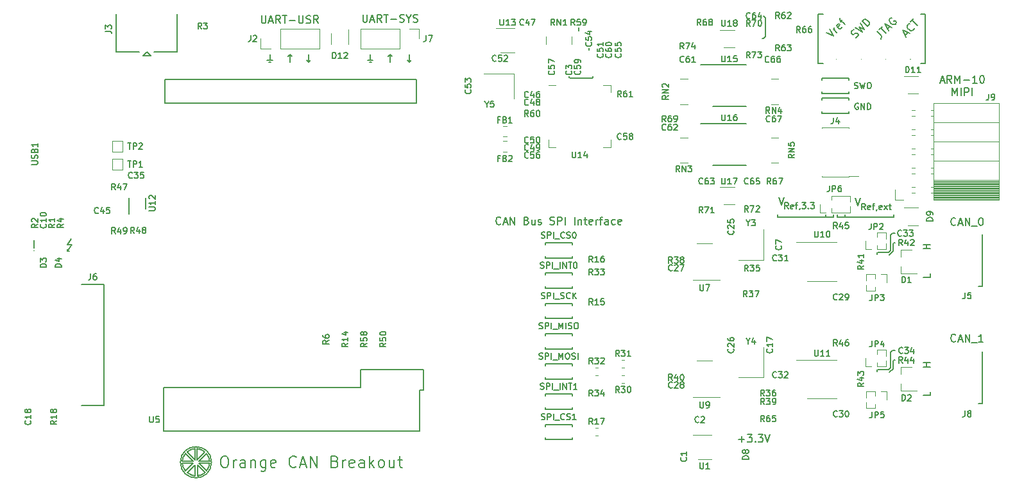
<source format=gbr>
%TF.GenerationSoftware,KiCad,Pcbnew,5.1.5*%
%TF.CreationDate,2020-01-11T17:38:17+01:00*%
%TF.ProjectId,can_breakout_pcb,63616e5f-6272-4656-916b-6f75745f7063,rev?*%
%TF.SameCoordinates,Original*%
%TF.FileFunction,Legend,Top*%
%TF.FilePolarity,Positive*%
%FSLAX46Y46*%
G04 Gerber Fmt 4.6, Leading zero omitted, Abs format (unit mm)*
G04 Created by KiCad (PCBNEW 5.1.5) date 2020-01-11 17:38:17*
%MOMM*%
%LPD*%
G04 APERTURE LIST*
%ADD10C,0.200000*%
%ADD11C,0.150000*%
%ADD12C,0.120000*%
%ADD13C,0.100000*%
G04 APERTURE END LIST*
D10*
X111250000Y-84250000D02*
X111250000Y-84250000D01*
X111250000Y-82875000D02*
X111250000Y-83875000D01*
D11*
X115625000Y-84375000D02*
X115875000Y-84375000D01*
X115625000Y-84375000D02*
X115625000Y-84125000D01*
X116250000Y-83500000D02*
X115625000Y-84375000D01*
X115625000Y-83500000D02*
X116250000Y-83500000D01*
X116125000Y-82750000D02*
X115625000Y-83500000D01*
X154375000Y-102375000D02*
X128375000Y-102375000D01*
X154375000Y-100000000D02*
X154375000Y-102375000D01*
X162625000Y-100000000D02*
X154375000Y-100000000D01*
X162625000Y-102750000D02*
X162625000Y-100000000D01*
X162125000Y-102750000D02*
X162625000Y-102750000D01*
X162125000Y-108125000D02*
X162125000Y-102750000D01*
X128375000Y-108125000D02*
X162125000Y-108125000D01*
X128375000Y-102375000D02*
X128375000Y-108125000D01*
X161750000Y-61625000D02*
X128500000Y-61625000D01*
X161750000Y-64750000D02*
X161750000Y-61625000D01*
X128500000Y-64750000D02*
X161750000Y-64750000D01*
X128500000Y-61625000D02*
X128500000Y-64750000D01*
X230869047Y-61841666D02*
X231345238Y-61841666D01*
X230773809Y-62127380D02*
X231107142Y-61127380D01*
X231440476Y-62127380D01*
X232345238Y-62127380D02*
X232011904Y-61651190D01*
X231773809Y-62127380D02*
X231773809Y-61127380D01*
X232154761Y-61127380D01*
X232250000Y-61175000D01*
X232297619Y-61222619D01*
X232345238Y-61317857D01*
X232345238Y-61460714D01*
X232297619Y-61555952D01*
X232250000Y-61603571D01*
X232154761Y-61651190D01*
X231773809Y-61651190D01*
X232773809Y-62127380D02*
X232773809Y-61127380D01*
X233107142Y-61841666D01*
X233440476Y-61127380D01*
X233440476Y-62127380D01*
X233916666Y-61746428D02*
X234678571Y-61746428D01*
X235678571Y-62127380D02*
X235107142Y-62127380D01*
X235392857Y-62127380D02*
X235392857Y-61127380D01*
X235297619Y-61270238D01*
X235202380Y-61365476D01*
X235107142Y-61413095D01*
X236297619Y-61127380D02*
X236392857Y-61127380D01*
X236488095Y-61175000D01*
X236535714Y-61222619D01*
X236583333Y-61317857D01*
X236630952Y-61508333D01*
X236630952Y-61746428D01*
X236583333Y-61936904D01*
X236535714Y-62032142D01*
X236488095Y-62079761D01*
X236392857Y-62127380D01*
X236297619Y-62127380D01*
X236202380Y-62079761D01*
X236154761Y-62032142D01*
X236107142Y-61936904D01*
X236059523Y-61746428D01*
X236059523Y-61508333D01*
X236107142Y-61317857D01*
X236154761Y-61222619D01*
X236202380Y-61175000D01*
X236297619Y-61127380D01*
X232440476Y-63777380D02*
X232440476Y-62777380D01*
X232773809Y-63491666D01*
X233107142Y-62777380D01*
X233107142Y-63777380D01*
X233583333Y-63777380D02*
X233583333Y-62777380D01*
X234059523Y-63777380D02*
X234059523Y-62777380D01*
X234440476Y-62777380D01*
X234535714Y-62825000D01*
X234583333Y-62872619D01*
X234630952Y-62967857D01*
X234630952Y-63110714D01*
X234583333Y-63205952D01*
X234535714Y-63253571D01*
X234440476Y-63301190D01*
X234059523Y-63301190D01*
X235059523Y-63777380D02*
X235059523Y-62777380D01*
X214750000Y-59500000D02*
X214750000Y-53000000D01*
X215375000Y-59500000D02*
X214750000Y-59500000D01*
X215375000Y-53000000D02*
X214750000Y-53000000D01*
X228250000Y-59500000D02*
X228875000Y-59500000D01*
X228875000Y-53000000D02*
X228875000Y-59500000D01*
X228250000Y-53000000D02*
X228875000Y-53000000D01*
X229577380Y-102940476D02*
X229577380Y-103416666D01*
X228577380Y-103416666D01*
X229577380Y-99660714D02*
X228577380Y-99660714D01*
X229053571Y-99660714D02*
X229053571Y-99089285D01*
X229577380Y-99089285D02*
X228577380Y-99089285D01*
X229577380Y-84035714D02*
X228577380Y-84035714D01*
X229053571Y-84035714D02*
X229053571Y-83464285D01*
X229577380Y-83464285D02*
X228577380Y-83464285D01*
X229577380Y-87315476D02*
X229577380Y-87791666D01*
X228577380Y-87791666D01*
X232875000Y-96232142D02*
X232827380Y-96279761D01*
X232684523Y-96327380D01*
X232589285Y-96327380D01*
X232446428Y-96279761D01*
X232351190Y-96184523D01*
X232303571Y-96089285D01*
X232255952Y-95898809D01*
X232255952Y-95755952D01*
X232303571Y-95565476D01*
X232351190Y-95470238D01*
X232446428Y-95375000D01*
X232589285Y-95327380D01*
X232684523Y-95327380D01*
X232827380Y-95375000D01*
X232875000Y-95422619D01*
X233255952Y-96041666D02*
X233732142Y-96041666D01*
X233160714Y-96327380D02*
X233494047Y-95327380D01*
X233827380Y-96327380D01*
X234160714Y-96327380D02*
X234160714Y-95327380D01*
X234732142Y-96327380D01*
X234732142Y-95327380D01*
X234970238Y-96422619D02*
X235732142Y-96422619D01*
X236494047Y-96327380D02*
X235922619Y-96327380D01*
X236208333Y-96327380D02*
X236208333Y-95327380D01*
X236113095Y-95470238D01*
X236017857Y-95565476D01*
X235922619Y-95613095D01*
X232875000Y-80857142D02*
X232827380Y-80904761D01*
X232684523Y-80952380D01*
X232589285Y-80952380D01*
X232446428Y-80904761D01*
X232351190Y-80809523D01*
X232303571Y-80714285D01*
X232255952Y-80523809D01*
X232255952Y-80380952D01*
X232303571Y-80190476D01*
X232351190Y-80095238D01*
X232446428Y-80000000D01*
X232589285Y-79952380D01*
X232684523Y-79952380D01*
X232827380Y-80000000D01*
X232875000Y-80047619D01*
X233255952Y-80666666D02*
X233732142Y-80666666D01*
X233160714Y-80952380D02*
X233494047Y-79952380D01*
X233827380Y-80952380D01*
X234160714Y-80952380D02*
X234160714Y-79952380D01*
X234732142Y-80952380D01*
X234732142Y-79952380D01*
X234970238Y-81047619D02*
X235732142Y-81047619D01*
X236160714Y-79952380D02*
X236255952Y-79952380D01*
X236351190Y-80000000D01*
X236398809Y-80047619D01*
X236446428Y-80142857D01*
X236494047Y-80333333D01*
X236494047Y-80571428D01*
X236446428Y-80761904D01*
X236398809Y-80857142D01*
X236351190Y-80904761D01*
X236255952Y-80952380D01*
X236160714Y-80952380D01*
X236065476Y-80904761D01*
X236017857Y-80857142D01*
X235970238Y-80761904D01*
X235922619Y-80571428D01*
X235922619Y-80333333D01*
X235970238Y-80142857D01*
X236017857Y-80047619D01*
X236065476Y-80000000D01*
X236160714Y-79952380D01*
X141285714Y-53202380D02*
X141285714Y-54011904D01*
X141333333Y-54107142D01*
X141380952Y-54154761D01*
X141476190Y-54202380D01*
X141666666Y-54202380D01*
X141761904Y-54154761D01*
X141809523Y-54107142D01*
X141857142Y-54011904D01*
X141857142Y-53202380D01*
X142285714Y-53916666D02*
X142761904Y-53916666D01*
X142190476Y-54202380D02*
X142523809Y-53202380D01*
X142857142Y-54202380D01*
X143761904Y-54202380D02*
X143428571Y-53726190D01*
X143190476Y-54202380D02*
X143190476Y-53202380D01*
X143571428Y-53202380D01*
X143666666Y-53250000D01*
X143714285Y-53297619D01*
X143761904Y-53392857D01*
X143761904Y-53535714D01*
X143714285Y-53630952D01*
X143666666Y-53678571D01*
X143571428Y-53726190D01*
X143190476Y-53726190D01*
X144047619Y-53202380D02*
X144619047Y-53202380D01*
X144333333Y-54202380D02*
X144333333Y-53202380D01*
X144952380Y-53821428D02*
X145714285Y-53821428D01*
X146190476Y-53202380D02*
X146190476Y-54011904D01*
X146238095Y-54107142D01*
X146285714Y-54154761D01*
X146380952Y-54202380D01*
X146571428Y-54202380D01*
X146666666Y-54154761D01*
X146714285Y-54107142D01*
X146761904Y-54011904D01*
X146761904Y-53202380D01*
X147190476Y-54154761D02*
X147333333Y-54202380D01*
X147571428Y-54202380D01*
X147666666Y-54154761D01*
X147714285Y-54107142D01*
X147761904Y-54011904D01*
X147761904Y-53916666D01*
X147714285Y-53821428D01*
X147666666Y-53773809D01*
X147571428Y-53726190D01*
X147380952Y-53678571D01*
X147285714Y-53630952D01*
X147238095Y-53583333D01*
X147190476Y-53488095D01*
X147190476Y-53392857D01*
X147238095Y-53297619D01*
X147285714Y-53250000D01*
X147380952Y-53202380D01*
X147619047Y-53202380D01*
X147761904Y-53250000D01*
X148761904Y-54202380D02*
X148428571Y-53726190D01*
X148190476Y-54202380D02*
X148190476Y-53202380D01*
X148571428Y-53202380D01*
X148666666Y-53250000D01*
X148714285Y-53297619D01*
X148761904Y-53392857D01*
X148761904Y-53535714D01*
X148714285Y-53630952D01*
X148666666Y-53678571D01*
X148571428Y-53726190D01*
X148190476Y-53726190D01*
X218250000Y-79500000D02*
X218250000Y-79875000D01*
X217250000Y-79875000D02*
X224750000Y-79875000D01*
X217250000Y-79500000D02*
X217250000Y-79875000D01*
X215750000Y-79875000D02*
X215750000Y-79500000D01*
X216750000Y-79875000D02*
X216750000Y-79500000D01*
X224750000Y-79875000D02*
X224750000Y-79500000D01*
X209375000Y-79875000D02*
X209375000Y-79500000D01*
X209375000Y-79875000D02*
X216750000Y-79875000D01*
X185000000Y-61375000D02*
X185000000Y-61250000D01*
X184875000Y-61500000D02*
X185000000Y-61375000D01*
X182000000Y-61500000D02*
X184875000Y-61500000D01*
X181875000Y-61375000D02*
X182000000Y-61500000D01*
X181875000Y-61250000D02*
X181875000Y-61375000D01*
X184500000Y-57500000D02*
X184500000Y-57750000D01*
X183125000Y-54750000D02*
X183125000Y-55250000D01*
X224750000Y-98750000D02*
X224625000Y-98875000D01*
X224250000Y-99750000D02*
X224250000Y-97875000D01*
X224625000Y-99875000D02*
X224125000Y-100375000D01*
X224250000Y-97750000D02*
X224500000Y-97500000D01*
X224625000Y-98875000D02*
X224625000Y-99875000D01*
X224000000Y-100000000D02*
X224250000Y-99750000D01*
X224875000Y-98750000D02*
X224750000Y-98750000D01*
X222500000Y-100125000D02*
X222625000Y-100000000D01*
X224250000Y-97875000D02*
X224250000Y-97750000D01*
X222500000Y-100250000D02*
X222500000Y-100125000D01*
X222625000Y-100000000D02*
X224000000Y-100000000D01*
X224500000Y-97500000D02*
X224875000Y-97500000D01*
X207500000Y-56250000D02*
X207375000Y-56250000D01*
X207750000Y-56000000D02*
X207500000Y-56250000D01*
X207750000Y-53500000D02*
X207750000Y-56000000D01*
X207500000Y-53250000D02*
X207750000Y-53500000D01*
X224625000Y-84375000D02*
X224125000Y-84875000D01*
X224625000Y-83375000D02*
X224625000Y-84375000D01*
X224750000Y-83250000D02*
X224625000Y-83375000D01*
X224875000Y-83250000D02*
X224750000Y-83250000D01*
X224500000Y-82000000D02*
X224875000Y-82000000D01*
X224250000Y-82250000D02*
X224500000Y-82000000D01*
X224250000Y-82375000D02*
X224250000Y-82250000D01*
X224250000Y-84250000D02*
X224250000Y-82375000D01*
X224000000Y-84500000D02*
X224250000Y-84250000D01*
X222625000Y-84500000D02*
X224000000Y-84500000D01*
X222500000Y-84625000D02*
X222625000Y-84500000D01*
X222500000Y-84750000D02*
X222500000Y-84625000D01*
X209541666Y-77202380D02*
X209875000Y-78202380D01*
X210208333Y-77202380D01*
X210783333Y-78736904D02*
X210516666Y-78355952D01*
X210326190Y-78736904D02*
X210326190Y-77936904D01*
X210630952Y-77936904D01*
X210707142Y-77975000D01*
X210745238Y-78013095D01*
X210783333Y-78089285D01*
X210783333Y-78203571D01*
X210745238Y-78279761D01*
X210707142Y-78317857D01*
X210630952Y-78355952D01*
X210326190Y-78355952D01*
X211430952Y-78698809D02*
X211354761Y-78736904D01*
X211202380Y-78736904D01*
X211126190Y-78698809D01*
X211088095Y-78622619D01*
X211088095Y-78317857D01*
X211126190Y-78241666D01*
X211202380Y-78203571D01*
X211354761Y-78203571D01*
X211430952Y-78241666D01*
X211469047Y-78317857D01*
X211469047Y-78394047D01*
X211088095Y-78470238D01*
X211697619Y-78203571D02*
X212002380Y-78203571D01*
X211811904Y-78736904D02*
X211811904Y-78051190D01*
X211850000Y-77975000D01*
X211926190Y-77936904D01*
X212002380Y-77936904D01*
X212307142Y-78698809D02*
X212307142Y-78736904D01*
X212269047Y-78813095D01*
X212230952Y-78851190D01*
X212573809Y-77936904D02*
X213069047Y-77936904D01*
X212802380Y-78241666D01*
X212916666Y-78241666D01*
X212992857Y-78279761D01*
X213030952Y-78317857D01*
X213069047Y-78394047D01*
X213069047Y-78584523D01*
X213030952Y-78660714D01*
X212992857Y-78698809D01*
X212916666Y-78736904D01*
X212688095Y-78736904D01*
X212611904Y-78698809D01*
X212573809Y-78660714D01*
X213411904Y-78660714D02*
X213450000Y-78698809D01*
X213411904Y-78736904D01*
X213373809Y-78698809D01*
X213411904Y-78660714D01*
X213411904Y-78736904D01*
X213716666Y-77936904D02*
X214211904Y-77936904D01*
X213945238Y-78241666D01*
X214059523Y-78241666D01*
X214135714Y-78279761D01*
X214173809Y-78317857D01*
X214211904Y-78394047D01*
X214211904Y-78584523D01*
X214173809Y-78660714D01*
X214135714Y-78698809D01*
X214059523Y-78736904D01*
X213830952Y-78736904D01*
X213754761Y-78698809D01*
X213716666Y-78660714D01*
X220965476Y-78861904D02*
X220698809Y-78480952D01*
X220508333Y-78861904D02*
X220508333Y-78061904D01*
X220813095Y-78061904D01*
X220889285Y-78100000D01*
X220927380Y-78138095D01*
X220965476Y-78214285D01*
X220965476Y-78328571D01*
X220927380Y-78404761D01*
X220889285Y-78442857D01*
X220813095Y-78480952D01*
X220508333Y-78480952D01*
X221613095Y-78823809D02*
X221536904Y-78861904D01*
X221384523Y-78861904D01*
X221308333Y-78823809D01*
X221270238Y-78747619D01*
X221270238Y-78442857D01*
X221308333Y-78366666D01*
X221384523Y-78328571D01*
X221536904Y-78328571D01*
X221613095Y-78366666D01*
X221651190Y-78442857D01*
X221651190Y-78519047D01*
X221270238Y-78595238D01*
X221879761Y-78328571D02*
X222184523Y-78328571D01*
X221994047Y-78861904D02*
X221994047Y-78176190D01*
X222032142Y-78100000D01*
X222108333Y-78061904D01*
X222184523Y-78061904D01*
X222489285Y-78823809D02*
X222489285Y-78861904D01*
X222451190Y-78938095D01*
X222413095Y-78976190D01*
X223136904Y-78823809D02*
X223060714Y-78861904D01*
X222908333Y-78861904D01*
X222832142Y-78823809D01*
X222794047Y-78747619D01*
X222794047Y-78442857D01*
X222832142Y-78366666D01*
X222908333Y-78328571D01*
X223060714Y-78328571D01*
X223136904Y-78366666D01*
X223175000Y-78442857D01*
X223175000Y-78519047D01*
X222794047Y-78595238D01*
X223441666Y-78861904D02*
X223860714Y-78328571D01*
X223441666Y-78328571D02*
X223860714Y-78861904D01*
X224051190Y-78328571D02*
X224355952Y-78328571D01*
X224165476Y-78061904D02*
X224165476Y-78747619D01*
X224203571Y-78823809D01*
X224279761Y-78861904D01*
X224355952Y-78861904D01*
X219666666Y-77327380D02*
X220000000Y-78327380D01*
X220333333Y-77327380D01*
X226201564Y-55784137D02*
X226538282Y-55447419D01*
X226336251Y-56053511D02*
X225864847Y-55110702D01*
X226807656Y-55582106D01*
X227380076Y-54875000D02*
X227380076Y-54942343D01*
X227312732Y-55077030D01*
X227245389Y-55144374D01*
X227110702Y-55211717D01*
X226976015Y-55211717D01*
X226875000Y-55178045D01*
X226706641Y-55077030D01*
X226605625Y-54976015D01*
X226504610Y-54807656D01*
X226470938Y-54706641D01*
X226470938Y-54571954D01*
X226538282Y-54437267D01*
X226605625Y-54369923D01*
X226740312Y-54302580D01*
X226807656Y-54302580D01*
X226942343Y-54033206D02*
X227346404Y-53629145D01*
X227851480Y-54538282D02*
X227144374Y-53831175D01*
X222537816Y-55312732D02*
X223042893Y-55817809D01*
X223110236Y-55952496D01*
X223110236Y-56087183D01*
X223042893Y-56221870D01*
X222975549Y-56289213D01*
X222773519Y-55077030D02*
X223177580Y-54672969D01*
X223682656Y-55582106D02*
X222975549Y-54875000D01*
X223884687Y-54976015D02*
X224221404Y-54639297D01*
X224019374Y-55245389D02*
X223547969Y-54302580D01*
X224490778Y-54773984D01*
X224423435Y-53494458D02*
X224322419Y-53528129D01*
X224221404Y-53629145D01*
X224154061Y-53763832D01*
X224154061Y-53898519D01*
X224187732Y-53999534D01*
X224288748Y-54167893D01*
X224389763Y-54268908D01*
X224558122Y-54369923D01*
X224659137Y-54403595D01*
X224793824Y-54403595D01*
X224928511Y-54336251D01*
X224995854Y-54268908D01*
X225063198Y-54134221D01*
X225063198Y-54066877D01*
X224827496Y-53831175D01*
X224692809Y-53965862D01*
X219701564Y-56120854D02*
X219836251Y-56053511D01*
X220004610Y-55885152D01*
X220038282Y-55784137D01*
X220038282Y-55716793D01*
X220004610Y-55615778D01*
X219937267Y-55548435D01*
X219836251Y-55514763D01*
X219768908Y-55514763D01*
X219667893Y-55548435D01*
X219499534Y-55649450D01*
X219398519Y-55683122D01*
X219331175Y-55683122D01*
X219230160Y-55649450D01*
X219162816Y-55582106D01*
X219129145Y-55481091D01*
X219129145Y-55413748D01*
X219162816Y-55312732D01*
X219331175Y-55144374D01*
X219465862Y-55077030D01*
X219667893Y-54807656D02*
X220543358Y-55346404D01*
X220172969Y-54706641D01*
X220812732Y-55077030D01*
X220273984Y-54201564D01*
X221250465Y-54639297D02*
X220543358Y-53932190D01*
X220711717Y-53763832D01*
X220846404Y-53696488D01*
X220981091Y-53696488D01*
X221082106Y-53730160D01*
X221250465Y-53831175D01*
X221351480Y-53932190D01*
X221452496Y-54100549D01*
X221486167Y-54201564D01*
X221486167Y-54336251D01*
X221418824Y-54470938D01*
X221250465Y-54639297D01*
X215778129Y-55447419D02*
X216720938Y-55918824D01*
X216249534Y-54976015D01*
X217192343Y-55447419D02*
X216720938Y-54976015D01*
X216855625Y-55110702D02*
X216821954Y-55009687D01*
X216821954Y-54942343D01*
X216855625Y-54841328D01*
X216922969Y-54773984D01*
X217865778Y-54706641D02*
X217832106Y-54807656D01*
X217697419Y-54942343D01*
X217596404Y-54976015D01*
X217495389Y-54942343D01*
X217226015Y-54672969D01*
X217192343Y-54571954D01*
X217226015Y-54470938D01*
X217360702Y-54336251D01*
X217461717Y-54302580D01*
X217562732Y-54336251D01*
X217630076Y-54403595D01*
X217360702Y-54807656D01*
X217663748Y-54033206D02*
X217933122Y-53763832D01*
X218236167Y-54403595D02*
X217630076Y-53797503D01*
X217596404Y-53696488D01*
X217630076Y-53595473D01*
X217697419Y-53528129D01*
X204250000Y-109196428D02*
X205011904Y-109196428D01*
X204630952Y-109577380D02*
X204630952Y-108815476D01*
X205392857Y-108577380D02*
X206011904Y-108577380D01*
X205678571Y-108958333D01*
X205821428Y-108958333D01*
X205916666Y-109005952D01*
X205964285Y-109053571D01*
X206011904Y-109148809D01*
X206011904Y-109386904D01*
X205964285Y-109482142D01*
X205916666Y-109529761D01*
X205821428Y-109577380D01*
X205535714Y-109577380D01*
X205440476Y-109529761D01*
X205392857Y-109482142D01*
X206440476Y-109482142D02*
X206488095Y-109529761D01*
X206440476Y-109577380D01*
X206392857Y-109529761D01*
X206440476Y-109482142D01*
X206440476Y-109577380D01*
X206821428Y-108577380D02*
X207440476Y-108577380D01*
X207107142Y-108958333D01*
X207250000Y-108958333D01*
X207345238Y-109005952D01*
X207392857Y-109053571D01*
X207440476Y-109148809D01*
X207440476Y-109386904D01*
X207392857Y-109482142D01*
X207345238Y-109529761D01*
X207250000Y-109577380D01*
X206964285Y-109577380D01*
X206869047Y-109529761D01*
X206821428Y-109482142D01*
X207726190Y-108577380D02*
X208059523Y-109577380D01*
X208392857Y-108577380D01*
X145000000Y-59375000D02*
X145000000Y-58375000D01*
X145000000Y-58375000D02*
X144750000Y-58625000D01*
X145000000Y-58375000D02*
X145250000Y-58625000D01*
X147500000Y-58375000D02*
X147500000Y-59375000D01*
X147500000Y-59375000D02*
X147750000Y-59125000D01*
X147500000Y-59375000D02*
X147250000Y-59125000D01*
X142375000Y-58375000D02*
X142375000Y-59125000D01*
X142375000Y-59125000D02*
X142125000Y-59125000D01*
X142000000Y-59125000D02*
X142750000Y-59125000D01*
X142500000Y-59375000D02*
X142250000Y-59375000D01*
X172833333Y-80732142D02*
X172785714Y-80779761D01*
X172642857Y-80827380D01*
X172547619Y-80827380D01*
X172404761Y-80779761D01*
X172309523Y-80684523D01*
X172261904Y-80589285D01*
X172214285Y-80398809D01*
X172214285Y-80255952D01*
X172261904Y-80065476D01*
X172309523Y-79970238D01*
X172404761Y-79875000D01*
X172547619Y-79827380D01*
X172642857Y-79827380D01*
X172785714Y-79875000D01*
X172833333Y-79922619D01*
X173214285Y-80541666D02*
X173690476Y-80541666D01*
X173119047Y-80827380D02*
X173452380Y-79827380D01*
X173785714Y-80827380D01*
X174119047Y-80827380D02*
X174119047Y-79827380D01*
X174690476Y-80827380D01*
X174690476Y-79827380D01*
X176261904Y-80303571D02*
X176404761Y-80351190D01*
X176452380Y-80398809D01*
X176500000Y-80494047D01*
X176500000Y-80636904D01*
X176452380Y-80732142D01*
X176404761Y-80779761D01*
X176309523Y-80827380D01*
X175928571Y-80827380D01*
X175928571Y-79827380D01*
X176261904Y-79827380D01*
X176357142Y-79875000D01*
X176404761Y-79922619D01*
X176452380Y-80017857D01*
X176452380Y-80113095D01*
X176404761Y-80208333D01*
X176357142Y-80255952D01*
X176261904Y-80303571D01*
X175928571Y-80303571D01*
X177357142Y-80160714D02*
X177357142Y-80827380D01*
X176928571Y-80160714D02*
X176928571Y-80684523D01*
X176976190Y-80779761D01*
X177071428Y-80827380D01*
X177214285Y-80827380D01*
X177309523Y-80779761D01*
X177357142Y-80732142D01*
X177785714Y-80779761D02*
X177880952Y-80827380D01*
X178071428Y-80827380D01*
X178166666Y-80779761D01*
X178214285Y-80684523D01*
X178214285Y-80636904D01*
X178166666Y-80541666D01*
X178071428Y-80494047D01*
X177928571Y-80494047D01*
X177833333Y-80446428D01*
X177785714Y-80351190D01*
X177785714Y-80303571D01*
X177833333Y-80208333D01*
X177928571Y-80160714D01*
X178071428Y-80160714D01*
X178166666Y-80208333D01*
X179357142Y-80779761D02*
X179500000Y-80827380D01*
X179738095Y-80827380D01*
X179833333Y-80779761D01*
X179880952Y-80732142D01*
X179928571Y-80636904D01*
X179928571Y-80541666D01*
X179880952Y-80446428D01*
X179833333Y-80398809D01*
X179738095Y-80351190D01*
X179547619Y-80303571D01*
X179452380Y-80255952D01*
X179404761Y-80208333D01*
X179357142Y-80113095D01*
X179357142Y-80017857D01*
X179404761Y-79922619D01*
X179452380Y-79875000D01*
X179547619Y-79827380D01*
X179785714Y-79827380D01*
X179928571Y-79875000D01*
X180357142Y-80827380D02*
X180357142Y-79827380D01*
X180738095Y-79827380D01*
X180833333Y-79875000D01*
X180880952Y-79922619D01*
X180928571Y-80017857D01*
X180928571Y-80160714D01*
X180880952Y-80255952D01*
X180833333Y-80303571D01*
X180738095Y-80351190D01*
X180357142Y-80351190D01*
X181357142Y-80827380D02*
X181357142Y-79827380D01*
X182595238Y-80827380D02*
X182595238Y-79827380D01*
X183071428Y-80160714D02*
X183071428Y-80827380D01*
X183071428Y-80255952D02*
X183119047Y-80208333D01*
X183214285Y-80160714D01*
X183357142Y-80160714D01*
X183452380Y-80208333D01*
X183500000Y-80303571D01*
X183500000Y-80827380D01*
X183833333Y-80160714D02*
X184214285Y-80160714D01*
X183976190Y-79827380D02*
X183976190Y-80684523D01*
X184023809Y-80779761D01*
X184119047Y-80827380D01*
X184214285Y-80827380D01*
X184928571Y-80779761D02*
X184833333Y-80827380D01*
X184642857Y-80827380D01*
X184547619Y-80779761D01*
X184500000Y-80684523D01*
X184500000Y-80303571D01*
X184547619Y-80208333D01*
X184642857Y-80160714D01*
X184833333Y-80160714D01*
X184928571Y-80208333D01*
X184976190Y-80303571D01*
X184976190Y-80398809D01*
X184500000Y-80494047D01*
X185404761Y-80827380D02*
X185404761Y-80160714D01*
X185404761Y-80351190D02*
X185452380Y-80255952D01*
X185500000Y-80208333D01*
X185595238Y-80160714D01*
X185690476Y-80160714D01*
X185880952Y-80160714D02*
X186261904Y-80160714D01*
X186023809Y-80827380D02*
X186023809Y-79970238D01*
X186071428Y-79875000D01*
X186166666Y-79827380D01*
X186261904Y-79827380D01*
X187023809Y-80827380D02*
X187023809Y-80303571D01*
X186976190Y-80208333D01*
X186880952Y-80160714D01*
X186690476Y-80160714D01*
X186595238Y-80208333D01*
X187023809Y-80779761D02*
X186928571Y-80827380D01*
X186690476Y-80827380D01*
X186595238Y-80779761D01*
X186547619Y-80684523D01*
X186547619Y-80589285D01*
X186595238Y-80494047D01*
X186690476Y-80446428D01*
X186928571Y-80446428D01*
X187023809Y-80398809D01*
X187928571Y-80779761D02*
X187833333Y-80827380D01*
X187642857Y-80827380D01*
X187547619Y-80779761D01*
X187500000Y-80732142D01*
X187452380Y-80636904D01*
X187452380Y-80351190D01*
X187500000Y-80255952D01*
X187547619Y-80208333D01*
X187642857Y-80160714D01*
X187833333Y-80160714D01*
X187928571Y-80208333D01*
X188738095Y-80779761D02*
X188642857Y-80827380D01*
X188452380Y-80827380D01*
X188357142Y-80779761D01*
X188309523Y-80684523D01*
X188309523Y-80303571D01*
X188357142Y-80208333D01*
X188452380Y-80160714D01*
X188642857Y-80160714D01*
X188738095Y-80208333D01*
X188785714Y-80303571D01*
X188785714Y-80398809D01*
X188309523Y-80494047D01*
X154654761Y-53077380D02*
X154654761Y-53886904D01*
X154702380Y-53982142D01*
X154750000Y-54029761D01*
X154845238Y-54077380D01*
X155035714Y-54077380D01*
X155130952Y-54029761D01*
X155178571Y-53982142D01*
X155226190Y-53886904D01*
X155226190Y-53077380D01*
X155654761Y-53791666D02*
X156130952Y-53791666D01*
X155559523Y-54077380D02*
X155892857Y-53077380D01*
X156226190Y-54077380D01*
X157130952Y-54077380D02*
X156797619Y-53601190D01*
X156559523Y-54077380D02*
X156559523Y-53077380D01*
X156940476Y-53077380D01*
X157035714Y-53125000D01*
X157083333Y-53172619D01*
X157130952Y-53267857D01*
X157130952Y-53410714D01*
X157083333Y-53505952D01*
X157035714Y-53553571D01*
X156940476Y-53601190D01*
X156559523Y-53601190D01*
X157416666Y-53077380D02*
X157988095Y-53077380D01*
X157702380Y-54077380D02*
X157702380Y-53077380D01*
X158321428Y-53696428D02*
X159083333Y-53696428D01*
X159511904Y-54029761D02*
X159654761Y-54077380D01*
X159892857Y-54077380D01*
X159988095Y-54029761D01*
X160035714Y-53982142D01*
X160083333Y-53886904D01*
X160083333Y-53791666D01*
X160035714Y-53696428D01*
X159988095Y-53648809D01*
X159892857Y-53601190D01*
X159702380Y-53553571D01*
X159607142Y-53505952D01*
X159559523Y-53458333D01*
X159511904Y-53363095D01*
X159511904Y-53267857D01*
X159559523Y-53172619D01*
X159607142Y-53125000D01*
X159702380Y-53077380D01*
X159940476Y-53077380D01*
X160083333Y-53125000D01*
X160702380Y-53601190D02*
X160702380Y-54077380D01*
X160369047Y-53077380D02*
X160702380Y-53601190D01*
X161035714Y-53077380D01*
X161321428Y-54029761D02*
X161464285Y-54077380D01*
X161702380Y-54077380D01*
X161797619Y-54029761D01*
X161845238Y-53982142D01*
X161892857Y-53886904D01*
X161892857Y-53791666D01*
X161845238Y-53696428D01*
X161797619Y-53648809D01*
X161702380Y-53601190D01*
X161511904Y-53553571D01*
X161416666Y-53505952D01*
X161369047Y-53458333D01*
X161321428Y-53363095D01*
X161321428Y-53267857D01*
X161369047Y-53172619D01*
X161416666Y-53125000D01*
X161511904Y-53077380D01*
X161750000Y-53077380D01*
X161892857Y-53125000D01*
D10*
X136272857Y-111428571D02*
X136558571Y-111428571D01*
X136701428Y-111500000D01*
X136844285Y-111642857D01*
X136915714Y-111928571D01*
X136915714Y-112428571D01*
X136844285Y-112714285D01*
X136701428Y-112857142D01*
X136558571Y-112928571D01*
X136272857Y-112928571D01*
X136130000Y-112857142D01*
X135987142Y-112714285D01*
X135915714Y-112428571D01*
X135915714Y-111928571D01*
X135987142Y-111642857D01*
X136130000Y-111500000D01*
X136272857Y-111428571D01*
X137558571Y-112928571D02*
X137558571Y-111928571D01*
X137558571Y-112214285D02*
X137630000Y-112071428D01*
X137701428Y-112000000D01*
X137844285Y-111928571D01*
X137987142Y-111928571D01*
X139130000Y-112928571D02*
X139130000Y-112142857D01*
X139058571Y-112000000D01*
X138915714Y-111928571D01*
X138630000Y-111928571D01*
X138487142Y-112000000D01*
X139130000Y-112857142D02*
X138987142Y-112928571D01*
X138630000Y-112928571D01*
X138487142Y-112857142D01*
X138415714Y-112714285D01*
X138415714Y-112571428D01*
X138487142Y-112428571D01*
X138630000Y-112357142D01*
X138987142Y-112357142D01*
X139130000Y-112285714D01*
X139844285Y-111928571D02*
X139844285Y-112928571D01*
X139844285Y-112071428D02*
X139915714Y-112000000D01*
X140058571Y-111928571D01*
X140272857Y-111928571D01*
X140415714Y-112000000D01*
X140487142Y-112142857D01*
X140487142Y-112928571D01*
X141844285Y-111928571D02*
X141844285Y-113142857D01*
X141772857Y-113285714D01*
X141701428Y-113357142D01*
X141558571Y-113428571D01*
X141344285Y-113428571D01*
X141201428Y-113357142D01*
X141844285Y-112857142D02*
X141701428Y-112928571D01*
X141415714Y-112928571D01*
X141272857Y-112857142D01*
X141201428Y-112785714D01*
X141130000Y-112642857D01*
X141130000Y-112214285D01*
X141201428Y-112071428D01*
X141272857Y-112000000D01*
X141415714Y-111928571D01*
X141701428Y-111928571D01*
X141844285Y-112000000D01*
X143130000Y-112857142D02*
X142987142Y-112928571D01*
X142701428Y-112928571D01*
X142558571Y-112857142D01*
X142487142Y-112714285D01*
X142487142Y-112142857D01*
X142558571Y-112000000D01*
X142701428Y-111928571D01*
X142987142Y-111928571D01*
X143130000Y-112000000D01*
X143201428Y-112142857D01*
X143201428Y-112285714D01*
X142487142Y-112428571D01*
X145844285Y-112785714D02*
X145772857Y-112857142D01*
X145558571Y-112928571D01*
X145415714Y-112928571D01*
X145201428Y-112857142D01*
X145058571Y-112714285D01*
X144987142Y-112571428D01*
X144915714Y-112285714D01*
X144915714Y-112071428D01*
X144987142Y-111785714D01*
X145058571Y-111642857D01*
X145201428Y-111500000D01*
X145415714Y-111428571D01*
X145558571Y-111428571D01*
X145772857Y-111500000D01*
X145844285Y-111571428D01*
X146415714Y-112500000D02*
X147130000Y-112500000D01*
X146272857Y-112928571D02*
X146772857Y-111428571D01*
X147272857Y-112928571D01*
X147772857Y-112928571D02*
X147772857Y-111428571D01*
X148630000Y-112928571D01*
X148630000Y-111428571D01*
X150987142Y-112142857D02*
X151201428Y-112214285D01*
X151272857Y-112285714D01*
X151344285Y-112428571D01*
X151344285Y-112642857D01*
X151272857Y-112785714D01*
X151201428Y-112857142D01*
X151058571Y-112928571D01*
X150487142Y-112928571D01*
X150487142Y-111428571D01*
X150987142Y-111428571D01*
X151130000Y-111500000D01*
X151201428Y-111571428D01*
X151272857Y-111714285D01*
X151272857Y-111857142D01*
X151201428Y-112000000D01*
X151130000Y-112071428D01*
X150987142Y-112142857D01*
X150487142Y-112142857D01*
X151987142Y-112928571D02*
X151987142Y-111928571D01*
X151987142Y-112214285D02*
X152058571Y-112071428D01*
X152130000Y-112000000D01*
X152272857Y-111928571D01*
X152415714Y-111928571D01*
X153487142Y-112857142D02*
X153344285Y-112928571D01*
X153058571Y-112928571D01*
X152915714Y-112857142D01*
X152844285Y-112714285D01*
X152844285Y-112142857D01*
X152915714Y-112000000D01*
X153058571Y-111928571D01*
X153344285Y-111928571D01*
X153487142Y-112000000D01*
X153558571Y-112142857D01*
X153558571Y-112285714D01*
X152844285Y-112428571D01*
X154844285Y-112928571D02*
X154844285Y-112142857D01*
X154772857Y-112000000D01*
X154630000Y-111928571D01*
X154344285Y-111928571D01*
X154201428Y-112000000D01*
X154844285Y-112857142D02*
X154701428Y-112928571D01*
X154344285Y-112928571D01*
X154201428Y-112857142D01*
X154130000Y-112714285D01*
X154130000Y-112571428D01*
X154201428Y-112428571D01*
X154344285Y-112357142D01*
X154701428Y-112357142D01*
X154844285Y-112285714D01*
X155558571Y-112928571D02*
X155558571Y-111428571D01*
X155701428Y-112357142D02*
X156130000Y-112928571D01*
X156130000Y-111928571D02*
X155558571Y-112500000D01*
X156987142Y-112928571D02*
X156844285Y-112857142D01*
X156772857Y-112785714D01*
X156701428Y-112642857D01*
X156701428Y-112214285D01*
X156772857Y-112071428D01*
X156844285Y-112000000D01*
X156987142Y-111928571D01*
X157201428Y-111928571D01*
X157344285Y-112000000D01*
X157415714Y-112071428D01*
X157487142Y-112214285D01*
X157487142Y-112642857D01*
X157415714Y-112785714D01*
X157344285Y-112857142D01*
X157201428Y-112928571D01*
X156987142Y-112928571D01*
X158772857Y-111928571D02*
X158772857Y-112928571D01*
X158130000Y-111928571D02*
X158130000Y-112714285D01*
X158201428Y-112857142D01*
X158344285Y-112928571D01*
X158558571Y-112928571D01*
X158701428Y-112857142D01*
X158772857Y-112785714D01*
X159272857Y-111928571D02*
X159844285Y-111928571D01*
X159487142Y-111428571D02*
X159487142Y-112714285D01*
X159558571Y-112857142D01*
X159701428Y-112928571D01*
X159844285Y-112928571D01*
D11*
X133990550Y-111086244D02*
G75*
G02X134425000Y-112100000I-1315550J-1163756D01*
G01*
X132775000Y-111900000D02*
X133788756Y-110884450D01*
X132525000Y-114049998D02*
G75*
G02X131511245Y-113615549I150000J1749998D01*
G01*
X132525000Y-112600000D02*
X131511244Y-113615550D01*
X132275000Y-112400000D02*
X131259450Y-113413756D01*
X130825000Y-112400000D02*
X132275000Y-112400000D01*
X134425000Y-112400000D02*
X132975000Y-112400000D01*
X132825000Y-112600000D02*
X133838756Y-113615550D01*
X132825000Y-114050000D02*
X132825000Y-112600000D01*
X134424998Y-112400000D02*
G75*
G02X133990549Y-113413755I-1749998J150000D01*
G01*
X131461244Y-110884450D02*
G75*
G02X132475000Y-110450000I1163756J-1315550D01*
G01*
X130825002Y-112100000D02*
G75*
G02X131259451Y-111086245I1749998J-150000D01*
G01*
X133838756Y-113615550D02*
G75*
G02X132825000Y-114050000I-1163756J1315550D01*
G01*
X132975000Y-112400000D02*
X133990550Y-113413756D01*
X132525000Y-114050000D02*
X132525000Y-112600000D01*
X131259450Y-113413756D02*
G75*
G02X130825000Y-112400000I1315550J1163756D01*
G01*
X134675000Y-112250000D02*
G75*
G03X134675000Y-112250000I-2050000J0D01*
G01*
X132475000Y-111900000D02*
X131461244Y-110884450D01*
X134425000Y-112100000D02*
X132975000Y-112100000D01*
X132775000Y-110450002D02*
G75*
G02X133788755Y-110884451I-150000J-1749998D01*
G01*
X132475000Y-110450000D02*
X132475000Y-111900000D01*
X132775000Y-110450000D02*
X132775000Y-111900000D01*
X130825000Y-112100000D02*
X132275000Y-112100000D01*
X132275000Y-112100000D02*
X131259450Y-111086244D01*
X132975000Y-112100000D02*
X133990550Y-111086244D01*
X155750000Y-59375000D02*
X155500000Y-59375000D01*
X155250000Y-59125000D02*
X156000000Y-59125000D01*
X155625000Y-59125000D02*
X155375000Y-59125000D01*
X155625000Y-58375000D02*
X155625000Y-59125000D01*
X160750000Y-59375000D02*
X160500000Y-59125000D01*
X160750000Y-59375000D02*
X161000000Y-59125000D01*
X160750000Y-58375000D02*
X160750000Y-59375000D01*
X158250000Y-58375000D02*
X158500000Y-58625000D01*
X158250000Y-58375000D02*
X158000000Y-58625000D01*
X158250000Y-59375000D02*
X158250000Y-58375000D01*
D12*
X150465000Y-55550000D02*
X150465000Y-56950000D01*
X152785000Y-56950000D02*
X152785000Y-55050000D01*
X226550000Y-80910000D02*
X227950000Y-80910000D01*
X227950000Y-78590000D02*
X226050000Y-78590000D01*
X226550000Y-63535000D02*
X227950000Y-63535000D01*
X227950000Y-61215000D02*
X226050000Y-61215000D01*
X214970000Y-79235000D02*
X214970000Y-78125000D01*
X215730000Y-79235000D02*
X214970000Y-79235000D01*
X216490000Y-77561529D02*
X216490000Y-77015000D01*
X216490000Y-79235000D02*
X216490000Y-78688471D01*
X216490000Y-77015000D02*
X218965000Y-77015000D01*
X216490000Y-79235000D02*
X218965000Y-79235000D01*
X218965000Y-77817470D02*
X218965000Y-77015000D01*
X218965000Y-79235000D02*
X218965000Y-78432530D01*
X185662779Y-107740000D02*
X185337221Y-107740000D01*
X185662779Y-108760000D02*
X185337221Y-108760000D01*
D11*
X218750000Y-63250000D02*
X218750000Y-63500000D01*
X218750000Y-63500000D02*
X215250000Y-63500000D01*
X215250000Y-63500000D02*
X215250000Y-63250000D01*
X218750000Y-61500000D02*
X218750000Y-61750000D01*
X215250000Y-61500000D02*
X218750000Y-61500000D01*
X215250000Y-61750000D02*
X215250000Y-61500000D01*
X218750000Y-65875000D02*
X218750000Y-66125000D01*
X218750000Y-66125000D02*
X215250000Y-66125000D01*
X215250000Y-66125000D02*
X215250000Y-65875000D01*
X218750000Y-64125000D02*
X218750000Y-64375000D01*
X215250000Y-64125000D02*
X218750000Y-64125000D01*
X215250000Y-64375000D02*
X215250000Y-64125000D01*
X182250000Y-101000000D02*
X182250000Y-101250000D01*
X182250000Y-101250000D02*
X178750000Y-101250000D01*
X178750000Y-101250000D02*
X178750000Y-101000000D01*
X182250000Y-99250000D02*
X182250000Y-99500000D01*
X178750000Y-99250000D02*
X182250000Y-99250000D01*
X178750000Y-99500000D02*
X178750000Y-99250000D01*
X178750000Y-103500000D02*
X178750000Y-103250000D01*
X178750000Y-103250000D02*
X182250000Y-103250000D01*
X182250000Y-103250000D02*
X182250000Y-103500000D01*
X178750000Y-105250000D02*
X178750000Y-105000000D01*
X182250000Y-105250000D02*
X178750000Y-105250000D01*
X182250000Y-105000000D02*
X182250000Y-105250000D01*
X178750000Y-87500000D02*
X178750000Y-87250000D01*
X178750000Y-87250000D02*
X182250000Y-87250000D01*
X182250000Y-87250000D02*
X182250000Y-87500000D01*
X178750000Y-89250000D02*
X178750000Y-89000000D01*
X182250000Y-89250000D02*
X178750000Y-89250000D01*
X182250000Y-89000000D02*
X182250000Y-89250000D01*
X178750000Y-83500000D02*
X178750000Y-83250000D01*
X178750000Y-83250000D02*
X182250000Y-83250000D01*
X182250000Y-83250000D02*
X182250000Y-83500000D01*
X178750000Y-85250000D02*
X178750000Y-85000000D01*
X182250000Y-85250000D02*
X178750000Y-85250000D01*
X182250000Y-85000000D02*
X182250000Y-85250000D01*
X178750000Y-107500000D02*
X178750000Y-107250000D01*
X178750000Y-107250000D02*
X182250000Y-107250000D01*
X182250000Y-107250000D02*
X182250000Y-107500000D01*
X178750000Y-109250000D02*
X178750000Y-109000000D01*
X182250000Y-109250000D02*
X178750000Y-109250000D01*
X182250000Y-109000000D02*
X182250000Y-109250000D01*
X178750000Y-91500000D02*
X178750000Y-91250000D01*
X178750000Y-91250000D02*
X182250000Y-91250000D01*
X182250000Y-91250000D02*
X182250000Y-91500000D01*
X178750000Y-93250000D02*
X178750000Y-93000000D01*
X182250000Y-93250000D02*
X178750000Y-93250000D01*
X182250000Y-93000000D02*
X182250000Y-93250000D01*
X178750000Y-95500000D02*
X178750000Y-95250000D01*
X178750000Y-95250000D02*
X182250000Y-95250000D01*
X182250000Y-95250000D02*
X182250000Y-95500000D01*
X178750000Y-97250000D02*
X178750000Y-97000000D01*
X182250000Y-97250000D02*
X178750000Y-97250000D01*
X182250000Y-97000000D02*
X182250000Y-97250000D01*
D12*
X202300000Y-57410000D02*
X203700000Y-57410000D01*
X203700000Y-55090000D02*
X201800000Y-55090000D01*
X209500000Y-69320000D02*
X208500000Y-69320000D01*
X209500000Y-72680000D02*
X208500000Y-72680000D01*
X209500000Y-61570000D02*
X208500000Y-61570000D01*
X209500000Y-64930000D02*
X208500000Y-64930000D01*
X197500000Y-69320000D02*
X196500000Y-69320000D01*
X197500000Y-72680000D02*
X196500000Y-72680000D01*
X197500000Y-61570000D02*
X196500000Y-61570000D01*
X197500000Y-64930000D02*
X196500000Y-64930000D01*
X202300000Y-78160000D02*
X203700000Y-78160000D01*
X203700000Y-75840000D02*
X201800000Y-75840000D01*
D11*
X199225000Y-67450000D02*
X205200000Y-67450000D01*
X200800000Y-72975000D02*
X205200000Y-72975000D01*
X199225000Y-59700000D02*
X205200000Y-59700000D01*
X200800000Y-65225000D02*
X205200000Y-65225000D01*
D12*
X226000000Y-77580000D02*
X224890000Y-77580000D01*
X224890000Y-77580000D02*
X224890000Y-76250000D01*
X238630000Y-77580000D02*
X238630000Y-64760000D01*
X238630000Y-64760000D02*
X230000000Y-64760000D01*
X230000000Y-77580000D02*
X230000000Y-64760000D01*
X238630000Y-77580000D02*
X230000000Y-77580000D01*
X238630000Y-67360000D02*
X230000000Y-67360000D01*
X238630000Y-69900000D02*
X230000000Y-69900000D01*
X238630000Y-72440000D02*
X230000000Y-72440000D01*
X238630000Y-74980000D02*
X230000000Y-74980000D01*
X227490000Y-65730000D02*
X227050000Y-65730000D01*
X230000000Y-65730000D02*
X229590000Y-65730000D01*
X227490000Y-66450000D02*
X227050000Y-66450000D01*
X230000000Y-66450000D02*
X229590000Y-66450000D01*
X227490000Y-68270000D02*
X227050000Y-68270000D01*
X230000000Y-68270000D02*
X229590000Y-68270000D01*
X227490000Y-68990000D02*
X227050000Y-68990000D01*
X230000000Y-68990000D02*
X229590000Y-68990000D01*
X227490000Y-70810000D02*
X227050000Y-70810000D01*
X230000000Y-70810000D02*
X229590000Y-70810000D01*
X227490000Y-71530000D02*
X227050000Y-71530000D01*
X230000000Y-71530000D02*
X229590000Y-71530000D01*
X227490000Y-73350000D02*
X227050000Y-73350000D01*
X230000000Y-73350000D02*
X229590000Y-73350000D01*
X227490000Y-74070000D02*
X227050000Y-74070000D01*
X230000000Y-74070000D02*
X229590000Y-74070000D01*
X227490000Y-75890000D02*
X227110000Y-75890000D01*
X230000000Y-75890000D02*
X229590000Y-75890000D01*
X227490000Y-76610000D02*
X227110000Y-76610000D01*
X230000000Y-76610000D02*
X229590000Y-76610000D01*
X238630000Y-75098100D02*
X230000000Y-75098100D01*
X238630000Y-75216195D02*
X230000000Y-75216195D01*
X238630000Y-75334290D02*
X230000000Y-75334290D01*
X238630000Y-75452385D02*
X230000000Y-75452385D01*
X238630000Y-75570480D02*
X230000000Y-75570480D01*
X238630000Y-75688575D02*
X230000000Y-75688575D01*
X238630000Y-75806670D02*
X230000000Y-75806670D01*
X238630000Y-75924765D02*
X230000000Y-75924765D01*
X238630000Y-76042860D02*
X230000000Y-76042860D01*
X238630000Y-76160955D02*
X230000000Y-76160955D01*
X238630000Y-76279050D02*
X230000000Y-76279050D01*
X238630000Y-76397145D02*
X230000000Y-76397145D01*
X238630000Y-76515240D02*
X230000000Y-76515240D01*
X238630000Y-76633335D02*
X230000000Y-76633335D01*
X238630000Y-76751430D02*
X230000000Y-76751430D01*
X238630000Y-76869525D02*
X230000000Y-76869525D01*
X238630000Y-76987620D02*
X230000000Y-76987620D01*
X238630000Y-77105715D02*
X230000000Y-77105715D01*
X238630000Y-77223810D02*
X230000000Y-77223810D01*
X238630000Y-77341905D02*
X230000000Y-77341905D01*
X238630000Y-77460000D02*
X230000000Y-77460000D01*
X215235000Y-68080000D02*
X215235000Y-68015000D01*
X218765000Y-68080000D02*
X218765000Y-68015000D01*
X215235000Y-74485000D02*
X215235000Y-74420000D01*
X218765000Y-74485000D02*
X218765000Y-74420000D01*
X220090000Y-74420000D02*
X218765000Y-74420000D01*
X218765000Y-68015000D02*
X215235000Y-68015000D01*
X218765000Y-74485000D02*
X215235000Y-74485000D01*
X180115000Y-62390000D02*
X179140000Y-62390000D01*
X187360000Y-70610000D02*
X187360000Y-69635000D01*
X186385000Y-70610000D02*
X187360000Y-70610000D01*
X179140000Y-70610000D02*
X179140000Y-69635000D01*
X180115000Y-70610000D02*
X179140000Y-70610000D01*
X187360000Y-62390000D02*
X187360000Y-63365000D01*
X186385000Y-62390000D02*
X187360000Y-62390000D01*
X174625000Y-60850000D02*
X170625000Y-60850000D01*
X174625000Y-64150000D02*
X174625000Y-60850000D01*
X174650000Y-54890000D02*
X172200000Y-54890000D01*
X172850000Y-58110000D02*
X174650000Y-58110000D01*
X178820000Y-56000000D02*
X178820000Y-57000000D01*
X182180000Y-56000000D02*
X182180000Y-57000000D01*
X173116422Y-71210000D02*
X173633578Y-71210000D01*
X173116422Y-69790000D02*
X173633578Y-69790000D01*
X173116422Y-69210000D02*
X173633578Y-69210000D01*
X173116422Y-67790000D02*
X173633578Y-67790000D01*
D13*
X217175000Y-58965000D02*
G75*
G03X217175000Y-58965000I-50000J0D01*
G01*
X206425000Y-112340000D02*
G75*
G03X206425000Y-112340000I-50000J0D01*
G01*
X223675000Y-58965000D02*
G75*
G03X223675000Y-58965000I-50000J0D01*
G01*
X220425000Y-58965000D02*
G75*
G03X220425000Y-58965000I-50000J0D01*
G01*
X226925000Y-58965000D02*
G75*
G03X226925000Y-58965000I-50000J0D01*
G01*
D11*
X123800000Y-79450000D02*
X123800000Y-77275000D01*
X126000000Y-78725000D02*
X126000000Y-77275000D01*
D13*
X114550000Y-84590000D02*
G75*
G03X114550000Y-84590000I-50000J0D01*
G01*
X112550000Y-84590000D02*
G75*
G03X112550000Y-84590000I-50000J0D01*
G01*
D12*
X185662779Y-99740000D02*
X185337221Y-99740000D01*
X185662779Y-100760000D02*
X185337221Y-100760000D01*
X189162779Y-100740000D02*
X188837221Y-100740000D01*
X189162779Y-101760000D02*
X188837221Y-101760000D01*
X189162779Y-98740000D02*
X188837221Y-98740000D01*
X189162779Y-99760000D02*
X188837221Y-99760000D01*
X121550000Y-71200000D02*
X121550000Y-69800000D01*
X122950000Y-71200000D02*
X121550000Y-71200000D01*
X122950000Y-69800000D02*
X122950000Y-71200000D01*
X121550000Y-69800000D02*
X122950000Y-69800000D01*
X121550000Y-73575000D02*
X121550000Y-72175000D01*
X122950000Y-73575000D02*
X121550000Y-73575000D01*
X122950000Y-72175000D02*
X122950000Y-73575000D01*
X121550000Y-72175000D02*
X122950000Y-72175000D01*
X207525000Y-101000000D02*
X207525000Y-97000000D01*
X204225000Y-101000000D02*
X207525000Y-101000000D01*
X204225000Y-85500000D02*
X207525000Y-85500000D01*
X207525000Y-85500000D02*
X207525000Y-81500000D01*
X215250000Y-98690000D02*
X211800000Y-98690000D01*
X215250000Y-98690000D02*
X217200000Y-98690000D01*
X215250000Y-103810000D02*
X213300000Y-103810000D01*
X215250000Y-103810000D02*
X217200000Y-103810000D01*
X215250000Y-88310000D02*
X217200000Y-88310000D01*
X215250000Y-88310000D02*
X213300000Y-88310000D01*
X215250000Y-83190000D02*
X217200000Y-83190000D01*
X215250000Y-83190000D02*
X211800000Y-83190000D01*
X198250000Y-103650000D02*
X201750000Y-103650000D01*
X200750000Y-98850000D02*
X198750000Y-98850000D01*
X200750000Y-83350000D02*
X198750000Y-83350000D01*
X198250000Y-88150000D02*
X201750000Y-88150000D01*
X200650000Y-108640000D02*
X198200000Y-108640000D01*
X198850000Y-111860000D02*
X200650000Y-111860000D01*
X223760000Y-102890000D02*
X223760000Y-104000000D01*
X223000000Y-102890000D02*
X223760000Y-102890000D01*
X222240000Y-104563471D02*
X222240000Y-105110000D01*
X222240000Y-102890000D02*
X222240000Y-103436529D01*
X222240000Y-105110000D02*
X221035000Y-105110000D01*
X222240000Y-102890000D02*
X221035000Y-102890000D01*
X221035000Y-104307530D02*
X221035000Y-105110000D01*
X221035000Y-102890000D02*
X221035000Y-103692470D01*
X220990000Y-99610000D02*
X220990000Y-98500000D01*
X221750000Y-99610000D02*
X220990000Y-99610000D01*
X222510000Y-97936529D02*
X222510000Y-97390000D01*
X222510000Y-99610000D02*
X222510000Y-99063471D01*
X222510000Y-97390000D02*
X223715000Y-97390000D01*
X222510000Y-99610000D02*
X223715000Y-99610000D01*
X223715000Y-98192470D02*
X223715000Y-97390000D01*
X223715000Y-99610000D02*
X223715000Y-98807530D01*
X221035000Y-87390000D02*
X221035000Y-88192470D01*
X221035000Y-88807530D02*
X221035000Y-89610000D01*
X222240000Y-87390000D02*
X221035000Y-87390000D01*
X222240000Y-89610000D02*
X221035000Y-89610000D01*
X222240000Y-87390000D02*
X222240000Y-87936529D01*
X222240000Y-89063471D02*
X222240000Y-89610000D01*
X223000000Y-87390000D02*
X223760000Y-87390000D01*
X223760000Y-87390000D02*
X223760000Y-88500000D01*
X223715000Y-84110000D02*
X223715000Y-83307530D01*
X223715000Y-82692470D02*
X223715000Y-81890000D01*
X222510000Y-84110000D02*
X223715000Y-84110000D01*
X222510000Y-81890000D02*
X223715000Y-81890000D01*
X222510000Y-84110000D02*
X222510000Y-83563471D01*
X222510000Y-82436529D02*
X222510000Y-81890000D01*
X221750000Y-84110000D02*
X220990000Y-84110000D01*
X220990000Y-84110000D02*
X220990000Y-83000000D01*
D11*
X236407000Y-104506600D02*
X235899000Y-104506600D01*
X236407000Y-104506600D02*
X236407000Y-97648600D01*
X236407000Y-89006600D02*
X236407000Y-82148600D01*
X236407000Y-89006600D02*
X235899000Y-89006600D01*
D12*
X141170000Y-57580000D02*
X141170000Y-56250000D01*
X142500000Y-57580000D02*
X141170000Y-57580000D01*
X143770000Y-57580000D02*
X143770000Y-54920000D01*
X143770000Y-54920000D02*
X148910000Y-54920000D01*
X143770000Y-57580000D02*
X148910000Y-57580000D01*
X148910000Y-57580000D02*
X148910000Y-54920000D01*
X225615000Y-99670000D02*
X227075000Y-99670000D01*
X225615000Y-102830000D02*
X227775000Y-102830000D01*
X225615000Y-102830000D02*
X225615000Y-101900000D01*
X225615000Y-99670000D02*
X225615000Y-100600000D01*
X225615000Y-84170000D02*
X225615000Y-85100000D01*
X225615000Y-87330000D02*
X225615000Y-86400000D01*
X225615000Y-87330000D02*
X227775000Y-87330000D01*
X225615000Y-84170000D02*
X227075000Y-84170000D01*
X154340000Y-54920000D02*
X154340000Y-57580000D01*
X159480000Y-54920000D02*
X154340000Y-54920000D01*
X159480000Y-57580000D02*
X154340000Y-57580000D01*
X159480000Y-54920000D02*
X159480000Y-57580000D01*
X160750000Y-54920000D02*
X162080000Y-54920000D01*
X162080000Y-54920000D02*
X162080000Y-56250000D01*
D11*
X117500000Y-88750000D02*
X120500000Y-88750000D01*
X120500000Y-88750000D02*
X120500000Y-104750000D01*
X120500000Y-104750000D02*
X117500000Y-104750000D01*
X122125000Y-53000000D02*
X122125000Y-58000000D01*
X122125000Y-58000000D02*
X125125000Y-58000000D01*
X127125000Y-58000000D02*
X130125000Y-58000000D01*
X130125000Y-58000000D02*
X130125000Y-53000000D01*
X126125000Y-58000000D02*
X125625000Y-58500000D01*
X125625000Y-58500000D02*
X126625000Y-58500000D01*
X126625000Y-58500000D02*
X126125000Y-58000000D01*
X150653571Y-58861904D02*
X150653571Y-58061904D01*
X150844047Y-58061904D01*
X150958333Y-58100000D01*
X151034523Y-58176190D01*
X151072619Y-58252380D01*
X151110714Y-58404761D01*
X151110714Y-58519047D01*
X151072619Y-58671428D01*
X151034523Y-58747619D01*
X150958333Y-58823809D01*
X150844047Y-58861904D01*
X150653571Y-58861904D01*
X151872619Y-58861904D02*
X151415476Y-58861904D01*
X151644047Y-58861904D02*
X151644047Y-58061904D01*
X151567857Y-58176190D01*
X151491666Y-58252380D01*
X151415476Y-58290476D01*
X152177380Y-58138095D02*
X152215476Y-58100000D01*
X152291666Y-58061904D01*
X152482142Y-58061904D01*
X152558333Y-58100000D01*
X152596428Y-58138095D01*
X152634523Y-58214285D01*
X152634523Y-58290476D01*
X152596428Y-58404761D01*
X152139285Y-58861904D01*
X152634523Y-58861904D01*
X229861904Y-80340476D02*
X229061904Y-80340476D01*
X229061904Y-80150000D01*
X229100000Y-80035714D01*
X229176190Y-79959523D01*
X229252380Y-79921428D01*
X229404761Y-79883333D01*
X229519047Y-79883333D01*
X229671428Y-79921428D01*
X229747619Y-79959523D01*
X229823809Y-80035714D01*
X229861904Y-80150000D01*
X229861904Y-80340476D01*
X229861904Y-79502380D02*
X229861904Y-79350000D01*
X229823809Y-79273809D01*
X229785714Y-79235714D01*
X229671428Y-79159523D01*
X229519047Y-79121428D01*
X229214285Y-79121428D01*
X229138095Y-79159523D01*
X229100000Y-79197619D01*
X229061904Y-79273809D01*
X229061904Y-79426190D01*
X229100000Y-79502380D01*
X229138095Y-79540476D01*
X229214285Y-79578571D01*
X229404761Y-79578571D01*
X229480952Y-79540476D01*
X229519047Y-79502380D01*
X229557142Y-79426190D01*
X229557142Y-79273809D01*
X229519047Y-79197619D01*
X229480952Y-79159523D01*
X229404761Y-79121428D01*
X226278571Y-60736904D02*
X226278571Y-59936904D01*
X226469047Y-59936904D01*
X226583333Y-59975000D01*
X226659523Y-60051190D01*
X226697619Y-60127380D01*
X226735714Y-60279761D01*
X226735714Y-60394047D01*
X226697619Y-60546428D01*
X226659523Y-60622619D01*
X226583333Y-60698809D01*
X226469047Y-60736904D01*
X226278571Y-60736904D01*
X227497619Y-60736904D02*
X227040476Y-60736904D01*
X227269047Y-60736904D02*
X227269047Y-59936904D01*
X227192857Y-60051190D01*
X227116666Y-60127380D01*
X227040476Y-60165476D01*
X228259523Y-60736904D02*
X227802380Y-60736904D01*
X228030952Y-60736904D02*
X228030952Y-59936904D01*
X227954761Y-60051190D01*
X227878571Y-60127380D01*
X227802380Y-60165476D01*
X176485714Y-70955714D02*
X176447619Y-70993809D01*
X176333333Y-71031904D01*
X176257142Y-71031904D01*
X176142857Y-70993809D01*
X176066666Y-70917619D01*
X176028571Y-70841428D01*
X175990476Y-70689047D01*
X175990476Y-70574761D01*
X176028571Y-70422380D01*
X176066666Y-70346190D01*
X176142857Y-70270000D01*
X176257142Y-70231904D01*
X176333333Y-70231904D01*
X176447619Y-70270000D01*
X176485714Y-70308095D01*
X177171428Y-70498571D02*
X177171428Y-71031904D01*
X176980952Y-70193809D02*
X176790476Y-70765238D01*
X177285714Y-70765238D01*
X177628571Y-71031904D02*
X177780952Y-71031904D01*
X177857142Y-70993809D01*
X177895238Y-70955714D01*
X177971428Y-70841428D01*
X178009523Y-70689047D01*
X178009523Y-70384285D01*
X177971428Y-70308095D01*
X177933333Y-70270000D01*
X177857142Y-70231904D01*
X177704761Y-70231904D01*
X177628571Y-70270000D01*
X177590476Y-70308095D01*
X177552380Y-70384285D01*
X177552380Y-70574761D01*
X177590476Y-70650952D01*
X177628571Y-70689047D01*
X177704761Y-70727142D01*
X177857142Y-70727142D01*
X177933333Y-70689047D01*
X177971428Y-70650952D01*
X178009523Y-70574761D01*
X182160714Y-60508333D02*
X182198809Y-60546428D01*
X182236904Y-60660714D01*
X182236904Y-60736904D01*
X182198809Y-60851190D01*
X182122619Y-60927380D01*
X182046428Y-60965476D01*
X181894047Y-61003571D01*
X181779761Y-61003571D01*
X181627380Y-60965476D01*
X181551190Y-60927380D01*
X181475000Y-60851190D01*
X181436904Y-60736904D01*
X181436904Y-60660714D01*
X181475000Y-60546428D01*
X181513095Y-60508333D01*
X181436904Y-60241666D02*
X181436904Y-59746428D01*
X181741666Y-60013095D01*
X181741666Y-59898809D01*
X181779761Y-59822619D01*
X181817857Y-59784523D01*
X181894047Y-59746428D01*
X182084523Y-59746428D01*
X182160714Y-59784523D01*
X182198809Y-59822619D01*
X182236904Y-59898809D01*
X182236904Y-60127380D01*
X182198809Y-60203571D01*
X182160714Y-60241666D01*
X216208333Y-75686904D02*
X216208333Y-76258333D01*
X216170238Y-76372619D01*
X216094047Y-76448809D01*
X215979761Y-76486904D01*
X215903571Y-76486904D01*
X216589285Y-76486904D02*
X216589285Y-75686904D01*
X216894047Y-75686904D01*
X216970238Y-75725000D01*
X217008333Y-75763095D01*
X217046428Y-75839285D01*
X217046428Y-75953571D01*
X217008333Y-76029761D01*
X216970238Y-76067857D01*
X216894047Y-76105952D01*
X216589285Y-76105952D01*
X217732142Y-75686904D02*
X217579761Y-75686904D01*
X217503571Y-75725000D01*
X217465476Y-75763095D01*
X217389285Y-75877380D01*
X217351190Y-76029761D01*
X217351190Y-76334523D01*
X217389285Y-76410714D01*
X217427380Y-76448809D01*
X217503571Y-76486904D01*
X217655952Y-76486904D01*
X217732142Y-76448809D01*
X217770238Y-76410714D01*
X217808333Y-76334523D01*
X217808333Y-76144047D01*
X217770238Y-76067857D01*
X217732142Y-76029761D01*
X217655952Y-75991666D01*
X217503571Y-75991666D01*
X217427380Y-76029761D01*
X217389285Y-76067857D01*
X217351190Y-76144047D01*
X196985714Y-57611904D02*
X196719047Y-57230952D01*
X196528571Y-57611904D02*
X196528571Y-56811904D01*
X196833333Y-56811904D01*
X196909523Y-56850000D01*
X196947619Y-56888095D01*
X196985714Y-56964285D01*
X196985714Y-57078571D01*
X196947619Y-57154761D01*
X196909523Y-57192857D01*
X196833333Y-57230952D01*
X196528571Y-57230952D01*
X197252380Y-56811904D02*
X197785714Y-56811904D01*
X197442857Y-57611904D01*
X198433333Y-57078571D02*
X198433333Y-57611904D01*
X198242857Y-56773809D02*
X198052380Y-57345238D01*
X198547619Y-57345238D01*
X184985714Y-107236904D02*
X184719047Y-106855952D01*
X184528571Y-107236904D02*
X184528571Y-106436904D01*
X184833333Y-106436904D01*
X184909523Y-106475000D01*
X184947619Y-106513095D01*
X184985714Y-106589285D01*
X184985714Y-106703571D01*
X184947619Y-106779761D01*
X184909523Y-106817857D01*
X184833333Y-106855952D01*
X184528571Y-106855952D01*
X185747619Y-107236904D02*
X185290476Y-107236904D01*
X185519047Y-107236904D02*
X185519047Y-106436904D01*
X185442857Y-106551190D01*
X185366666Y-106627380D01*
X185290476Y-106665476D01*
X186014285Y-106436904D02*
X186547619Y-106436904D01*
X186204761Y-107236904D01*
X219520238Y-62823809D02*
X219634523Y-62861904D01*
X219825000Y-62861904D01*
X219901190Y-62823809D01*
X219939285Y-62785714D01*
X219977380Y-62709523D01*
X219977380Y-62633333D01*
X219939285Y-62557142D01*
X219901190Y-62519047D01*
X219825000Y-62480952D01*
X219672619Y-62442857D01*
X219596428Y-62404761D01*
X219558333Y-62366666D01*
X219520238Y-62290476D01*
X219520238Y-62214285D01*
X219558333Y-62138095D01*
X219596428Y-62100000D01*
X219672619Y-62061904D01*
X219863095Y-62061904D01*
X219977380Y-62100000D01*
X220244047Y-62061904D02*
X220434523Y-62861904D01*
X220586904Y-62290476D01*
X220739285Y-62861904D01*
X220929761Y-62061904D01*
X221386904Y-62061904D02*
X221539285Y-62061904D01*
X221615476Y-62100000D01*
X221691666Y-62176190D01*
X221729761Y-62328571D01*
X221729761Y-62595238D01*
X221691666Y-62747619D01*
X221615476Y-62823809D01*
X221539285Y-62861904D01*
X221386904Y-62861904D01*
X221310714Y-62823809D01*
X221234523Y-62747619D01*
X221196428Y-62595238D01*
X221196428Y-62328571D01*
X221234523Y-62176190D01*
X221310714Y-62100000D01*
X221386904Y-62061904D01*
X220015476Y-64850000D02*
X219939285Y-64811904D01*
X219825000Y-64811904D01*
X219710714Y-64850000D01*
X219634523Y-64926190D01*
X219596428Y-65002380D01*
X219558333Y-65154761D01*
X219558333Y-65269047D01*
X219596428Y-65421428D01*
X219634523Y-65497619D01*
X219710714Y-65573809D01*
X219825000Y-65611904D01*
X219901190Y-65611904D01*
X220015476Y-65573809D01*
X220053571Y-65535714D01*
X220053571Y-65269047D01*
X219901190Y-65269047D01*
X220396428Y-65611904D02*
X220396428Y-64811904D01*
X220853571Y-65611904D01*
X220853571Y-64811904D01*
X221234523Y-65611904D02*
X221234523Y-64811904D01*
X221425000Y-64811904D01*
X221539285Y-64850000D01*
X221615476Y-64926190D01*
X221653571Y-65002380D01*
X221691666Y-65154761D01*
X221691666Y-65269047D01*
X221653571Y-65421428D01*
X221615476Y-65497619D01*
X221539285Y-65573809D01*
X221425000Y-65611904D01*
X221234523Y-65611904D01*
X177928571Y-98573809D02*
X178042857Y-98611904D01*
X178233333Y-98611904D01*
X178309523Y-98573809D01*
X178347619Y-98535714D01*
X178385714Y-98459523D01*
X178385714Y-98383333D01*
X178347619Y-98307142D01*
X178309523Y-98269047D01*
X178233333Y-98230952D01*
X178080952Y-98192857D01*
X178004761Y-98154761D01*
X177966666Y-98116666D01*
X177928571Y-98040476D01*
X177928571Y-97964285D01*
X177966666Y-97888095D01*
X178004761Y-97850000D01*
X178080952Y-97811904D01*
X178271428Y-97811904D01*
X178385714Y-97850000D01*
X178728571Y-98611904D02*
X178728571Y-97811904D01*
X179033333Y-97811904D01*
X179109523Y-97850000D01*
X179147619Y-97888095D01*
X179185714Y-97964285D01*
X179185714Y-98078571D01*
X179147619Y-98154761D01*
X179109523Y-98192857D01*
X179033333Y-98230952D01*
X178728571Y-98230952D01*
X179528571Y-98611904D02*
X179528571Y-97811904D01*
X179719047Y-98688095D02*
X180328571Y-98688095D01*
X180519047Y-98611904D02*
X180519047Y-97811904D01*
X180785714Y-98383333D01*
X181052380Y-97811904D01*
X181052380Y-98611904D01*
X181585714Y-97811904D02*
X181738095Y-97811904D01*
X181814285Y-97850000D01*
X181890476Y-97926190D01*
X181928571Y-98078571D01*
X181928571Y-98345238D01*
X181890476Y-98497619D01*
X181814285Y-98573809D01*
X181738095Y-98611904D01*
X181585714Y-98611904D01*
X181509523Y-98573809D01*
X181433333Y-98497619D01*
X181395238Y-98345238D01*
X181395238Y-98078571D01*
X181433333Y-97926190D01*
X181509523Y-97850000D01*
X181585714Y-97811904D01*
X182233333Y-98573809D02*
X182347619Y-98611904D01*
X182538095Y-98611904D01*
X182614285Y-98573809D01*
X182652380Y-98535714D01*
X182690476Y-98459523D01*
X182690476Y-98383333D01*
X182652380Y-98307142D01*
X182614285Y-98269047D01*
X182538095Y-98230952D01*
X182385714Y-98192857D01*
X182309523Y-98154761D01*
X182271428Y-98116666D01*
X182233333Y-98040476D01*
X182233333Y-97964285D01*
X182271428Y-97888095D01*
X182309523Y-97850000D01*
X182385714Y-97811904D01*
X182576190Y-97811904D01*
X182690476Y-97850000D01*
X183033333Y-98611904D02*
X183033333Y-97811904D01*
X178080952Y-102573809D02*
X178195238Y-102611904D01*
X178385714Y-102611904D01*
X178461904Y-102573809D01*
X178500000Y-102535714D01*
X178538095Y-102459523D01*
X178538095Y-102383333D01*
X178500000Y-102307142D01*
X178461904Y-102269047D01*
X178385714Y-102230952D01*
X178233333Y-102192857D01*
X178157142Y-102154761D01*
X178119047Y-102116666D01*
X178080952Y-102040476D01*
X178080952Y-101964285D01*
X178119047Y-101888095D01*
X178157142Y-101850000D01*
X178233333Y-101811904D01*
X178423809Y-101811904D01*
X178538095Y-101850000D01*
X178880952Y-102611904D02*
X178880952Y-101811904D01*
X179185714Y-101811904D01*
X179261904Y-101850000D01*
X179300000Y-101888095D01*
X179338095Y-101964285D01*
X179338095Y-102078571D01*
X179300000Y-102154761D01*
X179261904Y-102192857D01*
X179185714Y-102230952D01*
X178880952Y-102230952D01*
X179680952Y-102611904D02*
X179680952Y-101811904D01*
X179871428Y-102688095D02*
X180480952Y-102688095D01*
X180671428Y-102611904D02*
X180671428Y-101811904D01*
X181052380Y-102611904D02*
X181052380Y-101811904D01*
X181509523Y-102611904D01*
X181509523Y-101811904D01*
X181776190Y-101811904D02*
X182233333Y-101811904D01*
X182004761Y-102611904D02*
X182004761Y-101811904D01*
X182919047Y-102611904D02*
X182461904Y-102611904D01*
X182690476Y-102611904D02*
X182690476Y-101811904D01*
X182614285Y-101926190D01*
X182538095Y-102002380D01*
X182461904Y-102040476D01*
X178080952Y-86573809D02*
X178195238Y-86611904D01*
X178385714Y-86611904D01*
X178461904Y-86573809D01*
X178500000Y-86535714D01*
X178538095Y-86459523D01*
X178538095Y-86383333D01*
X178500000Y-86307142D01*
X178461904Y-86269047D01*
X178385714Y-86230952D01*
X178233333Y-86192857D01*
X178157142Y-86154761D01*
X178119047Y-86116666D01*
X178080952Y-86040476D01*
X178080952Y-85964285D01*
X178119047Y-85888095D01*
X178157142Y-85850000D01*
X178233333Y-85811904D01*
X178423809Y-85811904D01*
X178538095Y-85850000D01*
X178880952Y-86611904D02*
X178880952Y-85811904D01*
X179185714Y-85811904D01*
X179261904Y-85850000D01*
X179300000Y-85888095D01*
X179338095Y-85964285D01*
X179338095Y-86078571D01*
X179300000Y-86154761D01*
X179261904Y-86192857D01*
X179185714Y-86230952D01*
X178880952Y-86230952D01*
X179680952Y-86611904D02*
X179680952Y-85811904D01*
X179871428Y-86688095D02*
X180480952Y-86688095D01*
X180671428Y-86611904D02*
X180671428Y-85811904D01*
X181052380Y-86611904D02*
X181052380Y-85811904D01*
X181509523Y-86611904D01*
X181509523Y-85811904D01*
X181776190Y-85811904D02*
X182233333Y-85811904D01*
X182004761Y-86611904D02*
X182004761Y-85811904D01*
X182652380Y-85811904D02*
X182728571Y-85811904D01*
X182804761Y-85850000D01*
X182842857Y-85888095D01*
X182880952Y-85964285D01*
X182919047Y-86116666D01*
X182919047Y-86307142D01*
X182880952Y-86459523D01*
X182842857Y-86535714D01*
X182804761Y-86573809D01*
X182728571Y-86611904D01*
X182652380Y-86611904D01*
X182576190Y-86573809D01*
X182538095Y-86535714D01*
X182500000Y-86459523D01*
X182461904Y-86307142D01*
X182461904Y-86116666D01*
X182500000Y-85964285D01*
X182538095Y-85888095D01*
X182576190Y-85850000D01*
X182652380Y-85811904D01*
X178214285Y-82573809D02*
X178328571Y-82611904D01*
X178519047Y-82611904D01*
X178595238Y-82573809D01*
X178633333Y-82535714D01*
X178671428Y-82459523D01*
X178671428Y-82383333D01*
X178633333Y-82307142D01*
X178595238Y-82269047D01*
X178519047Y-82230952D01*
X178366666Y-82192857D01*
X178290476Y-82154761D01*
X178252380Y-82116666D01*
X178214285Y-82040476D01*
X178214285Y-81964285D01*
X178252380Y-81888095D01*
X178290476Y-81850000D01*
X178366666Y-81811904D01*
X178557142Y-81811904D01*
X178671428Y-81850000D01*
X179014285Y-82611904D02*
X179014285Y-81811904D01*
X179319047Y-81811904D01*
X179395238Y-81850000D01*
X179433333Y-81888095D01*
X179471428Y-81964285D01*
X179471428Y-82078571D01*
X179433333Y-82154761D01*
X179395238Y-82192857D01*
X179319047Y-82230952D01*
X179014285Y-82230952D01*
X179814285Y-82611904D02*
X179814285Y-81811904D01*
X180004761Y-82688095D02*
X180614285Y-82688095D01*
X181261904Y-82535714D02*
X181223809Y-82573809D01*
X181109523Y-82611904D01*
X181033333Y-82611904D01*
X180919047Y-82573809D01*
X180842857Y-82497619D01*
X180804761Y-82421428D01*
X180766666Y-82269047D01*
X180766666Y-82154761D01*
X180804761Y-82002380D01*
X180842857Y-81926190D01*
X180919047Y-81850000D01*
X181033333Y-81811904D01*
X181109523Y-81811904D01*
X181223809Y-81850000D01*
X181261904Y-81888095D01*
X181566666Y-82573809D02*
X181680952Y-82611904D01*
X181871428Y-82611904D01*
X181947619Y-82573809D01*
X181985714Y-82535714D01*
X182023809Y-82459523D01*
X182023809Y-82383333D01*
X181985714Y-82307142D01*
X181947619Y-82269047D01*
X181871428Y-82230952D01*
X181719047Y-82192857D01*
X181642857Y-82154761D01*
X181604761Y-82116666D01*
X181566666Y-82040476D01*
X181566666Y-81964285D01*
X181604761Y-81888095D01*
X181642857Y-81850000D01*
X181719047Y-81811904D01*
X181909523Y-81811904D01*
X182023809Y-81850000D01*
X182519047Y-81811904D02*
X182595238Y-81811904D01*
X182671428Y-81850000D01*
X182709523Y-81888095D01*
X182747619Y-81964285D01*
X182785714Y-82116666D01*
X182785714Y-82307142D01*
X182747619Y-82459523D01*
X182709523Y-82535714D01*
X182671428Y-82573809D01*
X182595238Y-82611904D01*
X182519047Y-82611904D01*
X182442857Y-82573809D01*
X182404761Y-82535714D01*
X182366666Y-82459523D01*
X182328571Y-82307142D01*
X182328571Y-82116666D01*
X182366666Y-81964285D01*
X182404761Y-81888095D01*
X182442857Y-81850000D01*
X182519047Y-81811904D01*
X178214285Y-106573809D02*
X178328571Y-106611904D01*
X178519047Y-106611904D01*
X178595238Y-106573809D01*
X178633333Y-106535714D01*
X178671428Y-106459523D01*
X178671428Y-106383333D01*
X178633333Y-106307142D01*
X178595238Y-106269047D01*
X178519047Y-106230952D01*
X178366666Y-106192857D01*
X178290476Y-106154761D01*
X178252380Y-106116666D01*
X178214285Y-106040476D01*
X178214285Y-105964285D01*
X178252380Y-105888095D01*
X178290476Y-105850000D01*
X178366666Y-105811904D01*
X178557142Y-105811904D01*
X178671428Y-105850000D01*
X179014285Y-106611904D02*
X179014285Y-105811904D01*
X179319047Y-105811904D01*
X179395238Y-105850000D01*
X179433333Y-105888095D01*
X179471428Y-105964285D01*
X179471428Y-106078571D01*
X179433333Y-106154761D01*
X179395238Y-106192857D01*
X179319047Y-106230952D01*
X179014285Y-106230952D01*
X179814285Y-106611904D02*
X179814285Y-105811904D01*
X180004761Y-106688095D02*
X180614285Y-106688095D01*
X181261904Y-106535714D02*
X181223809Y-106573809D01*
X181109523Y-106611904D01*
X181033333Y-106611904D01*
X180919047Y-106573809D01*
X180842857Y-106497619D01*
X180804761Y-106421428D01*
X180766666Y-106269047D01*
X180766666Y-106154761D01*
X180804761Y-106002380D01*
X180842857Y-105926190D01*
X180919047Y-105850000D01*
X181033333Y-105811904D01*
X181109523Y-105811904D01*
X181223809Y-105850000D01*
X181261904Y-105888095D01*
X181566666Y-106573809D02*
X181680952Y-106611904D01*
X181871428Y-106611904D01*
X181947619Y-106573809D01*
X181985714Y-106535714D01*
X182023809Y-106459523D01*
X182023809Y-106383333D01*
X181985714Y-106307142D01*
X181947619Y-106269047D01*
X181871428Y-106230952D01*
X181719047Y-106192857D01*
X181642857Y-106154761D01*
X181604761Y-106116666D01*
X181566666Y-106040476D01*
X181566666Y-105964285D01*
X181604761Y-105888095D01*
X181642857Y-105850000D01*
X181719047Y-105811904D01*
X181909523Y-105811904D01*
X182023809Y-105850000D01*
X182785714Y-106611904D02*
X182328571Y-106611904D01*
X182557142Y-106611904D02*
X182557142Y-105811904D01*
X182480952Y-105926190D01*
X182404761Y-106002380D01*
X182328571Y-106040476D01*
X178195238Y-90573809D02*
X178309523Y-90611904D01*
X178500000Y-90611904D01*
X178576190Y-90573809D01*
X178614285Y-90535714D01*
X178652380Y-90459523D01*
X178652380Y-90383333D01*
X178614285Y-90307142D01*
X178576190Y-90269047D01*
X178500000Y-90230952D01*
X178347619Y-90192857D01*
X178271428Y-90154761D01*
X178233333Y-90116666D01*
X178195238Y-90040476D01*
X178195238Y-89964285D01*
X178233333Y-89888095D01*
X178271428Y-89850000D01*
X178347619Y-89811904D01*
X178538095Y-89811904D01*
X178652380Y-89850000D01*
X178995238Y-90611904D02*
X178995238Y-89811904D01*
X179300000Y-89811904D01*
X179376190Y-89850000D01*
X179414285Y-89888095D01*
X179452380Y-89964285D01*
X179452380Y-90078571D01*
X179414285Y-90154761D01*
X179376190Y-90192857D01*
X179300000Y-90230952D01*
X178995238Y-90230952D01*
X179795238Y-90611904D02*
X179795238Y-89811904D01*
X179985714Y-90688095D02*
X180595238Y-90688095D01*
X180747619Y-90573809D02*
X180861904Y-90611904D01*
X181052380Y-90611904D01*
X181128571Y-90573809D01*
X181166666Y-90535714D01*
X181204761Y-90459523D01*
X181204761Y-90383333D01*
X181166666Y-90307142D01*
X181128571Y-90269047D01*
X181052380Y-90230952D01*
X180900000Y-90192857D01*
X180823809Y-90154761D01*
X180785714Y-90116666D01*
X180747619Y-90040476D01*
X180747619Y-89964285D01*
X180785714Y-89888095D01*
X180823809Y-89850000D01*
X180900000Y-89811904D01*
X181090476Y-89811904D01*
X181204761Y-89850000D01*
X182004761Y-90535714D02*
X181966666Y-90573809D01*
X181852380Y-90611904D01*
X181776190Y-90611904D01*
X181661904Y-90573809D01*
X181585714Y-90497619D01*
X181547619Y-90421428D01*
X181509523Y-90269047D01*
X181509523Y-90154761D01*
X181547619Y-90002380D01*
X181585714Y-89926190D01*
X181661904Y-89850000D01*
X181776190Y-89811904D01*
X181852380Y-89811904D01*
X181966666Y-89850000D01*
X182004761Y-89888095D01*
X182347619Y-90611904D02*
X182347619Y-89811904D01*
X182804761Y-90611904D02*
X182461904Y-90154761D01*
X182804761Y-89811904D02*
X182347619Y-90269047D01*
X177928571Y-94573809D02*
X178042857Y-94611904D01*
X178233333Y-94611904D01*
X178309523Y-94573809D01*
X178347619Y-94535714D01*
X178385714Y-94459523D01*
X178385714Y-94383333D01*
X178347619Y-94307142D01*
X178309523Y-94269047D01*
X178233333Y-94230952D01*
X178080952Y-94192857D01*
X178004761Y-94154761D01*
X177966666Y-94116666D01*
X177928571Y-94040476D01*
X177928571Y-93964285D01*
X177966666Y-93888095D01*
X178004761Y-93850000D01*
X178080952Y-93811904D01*
X178271428Y-93811904D01*
X178385714Y-93850000D01*
X178728571Y-94611904D02*
X178728571Y-93811904D01*
X179033333Y-93811904D01*
X179109523Y-93850000D01*
X179147619Y-93888095D01*
X179185714Y-93964285D01*
X179185714Y-94078571D01*
X179147619Y-94154761D01*
X179109523Y-94192857D01*
X179033333Y-94230952D01*
X178728571Y-94230952D01*
X179528571Y-94611904D02*
X179528571Y-93811904D01*
X179719047Y-94688095D02*
X180328571Y-94688095D01*
X180519047Y-94611904D02*
X180519047Y-93811904D01*
X180785714Y-94383333D01*
X181052380Y-93811904D01*
X181052380Y-94611904D01*
X181433333Y-94611904D02*
X181433333Y-93811904D01*
X181776190Y-94573809D02*
X181890476Y-94611904D01*
X182080952Y-94611904D01*
X182157142Y-94573809D01*
X182195238Y-94535714D01*
X182233333Y-94459523D01*
X182233333Y-94383333D01*
X182195238Y-94307142D01*
X182157142Y-94269047D01*
X182080952Y-94230952D01*
X181928571Y-94192857D01*
X181852380Y-94154761D01*
X181814285Y-94116666D01*
X181776190Y-94040476D01*
X181776190Y-93964285D01*
X181814285Y-93888095D01*
X181852380Y-93850000D01*
X181928571Y-93811904D01*
X182119047Y-93811904D01*
X182233333Y-93850000D01*
X182728571Y-93811904D02*
X182880952Y-93811904D01*
X182957142Y-93850000D01*
X183033333Y-93926190D01*
X183071428Y-94078571D01*
X183071428Y-94345238D01*
X183033333Y-94497619D01*
X182957142Y-94573809D01*
X182880952Y-94611904D01*
X182728571Y-94611904D01*
X182652380Y-94573809D01*
X182576190Y-94497619D01*
X182538095Y-94345238D01*
X182538095Y-94078571D01*
X182576190Y-93926190D01*
X182652380Y-93850000D01*
X182728571Y-93811904D01*
X208360714Y-67160714D02*
X208322619Y-67198809D01*
X208208333Y-67236904D01*
X208132142Y-67236904D01*
X208017857Y-67198809D01*
X207941666Y-67122619D01*
X207903571Y-67046428D01*
X207865476Y-66894047D01*
X207865476Y-66779761D01*
X207903571Y-66627380D01*
X207941666Y-66551190D01*
X208017857Y-66475000D01*
X208132142Y-66436904D01*
X208208333Y-66436904D01*
X208322619Y-66475000D01*
X208360714Y-66513095D01*
X209046428Y-66436904D02*
X208894047Y-66436904D01*
X208817857Y-66475000D01*
X208779761Y-66513095D01*
X208703571Y-66627380D01*
X208665476Y-66779761D01*
X208665476Y-67084523D01*
X208703571Y-67160714D01*
X208741666Y-67198809D01*
X208817857Y-67236904D01*
X208970238Y-67236904D01*
X209046428Y-67198809D01*
X209084523Y-67160714D01*
X209122619Y-67084523D01*
X209122619Y-66894047D01*
X209084523Y-66817857D01*
X209046428Y-66779761D01*
X208970238Y-66741666D01*
X208817857Y-66741666D01*
X208741666Y-66779761D01*
X208703571Y-66817857D01*
X208665476Y-66894047D01*
X209389285Y-66436904D02*
X209922619Y-66436904D01*
X209579761Y-67236904D01*
X208235714Y-59285714D02*
X208197619Y-59323809D01*
X208083333Y-59361904D01*
X208007142Y-59361904D01*
X207892857Y-59323809D01*
X207816666Y-59247619D01*
X207778571Y-59171428D01*
X207740476Y-59019047D01*
X207740476Y-58904761D01*
X207778571Y-58752380D01*
X207816666Y-58676190D01*
X207892857Y-58600000D01*
X208007142Y-58561904D01*
X208083333Y-58561904D01*
X208197619Y-58600000D01*
X208235714Y-58638095D01*
X208921428Y-58561904D02*
X208769047Y-58561904D01*
X208692857Y-58600000D01*
X208654761Y-58638095D01*
X208578571Y-58752380D01*
X208540476Y-58904761D01*
X208540476Y-59209523D01*
X208578571Y-59285714D01*
X208616666Y-59323809D01*
X208692857Y-59361904D01*
X208845238Y-59361904D01*
X208921428Y-59323809D01*
X208959523Y-59285714D01*
X208997619Y-59209523D01*
X208997619Y-59019047D01*
X208959523Y-58942857D01*
X208921428Y-58904761D01*
X208845238Y-58866666D01*
X208692857Y-58866666D01*
X208616666Y-58904761D01*
X208578571Y-58942857D01*
X208540476Y-59019047D01*
X209683333Y-58561904D02*
X209530952Y-58561904D01*
X209454761Y-58600000D01*
X209416666Y-58638095D01*
X209340476Y-58752380D01*
X209302380Y-58904761D01*
X209302380Y-59209523D01*
X209340476Y-59285714D01*
X209378571Y-59323809D01*
X209454761Y-59361904D01*
X209607142Y-59361904D01*
X209683333Y-59323809D01*
X209721428Y-59285714D01*
X209759523Y-59209523D01*
X209759523Y-59019047D01*
X209721428Y-58942857D01*
X209683333Y-58904761D01*
X209607142Y-58866666D01*
X209454761Y-58866666D01*
X209378571Y-58904761D01*
X209340476Y-58942857D01*
X209302380Y-59019047D01*
X205485714Y-75410714D02*
X205447619Y-75448809D01*
X205333333Y-75486904D01*
X205257142Y-75486904D01*
X205142857Y-75448809D01*
X205066666Y-75372619D01*
X205028571Y-75296428D01*
X204990476Y-75144047D01*
X204990476Y-75029761D01*
X205028571Y-74877380D01*
X205066666Y-74801190D01*
X205142857Y-74725000D01*
X205257142Y-74686904D01*
X205333333Y-74686904D01*
X205447619Y-74725000D01*
X205485714Y-74763095D01*
X206171428Y-74686904D02*
X206019047Y-74686904D01*
X205942857Y-74725000D01*
X205904761Y-74763095D01*
X205828571Y-74877380D01*
X205790476Y-75029761D01*
X205790476Y-75334523D01*
X205828571Y-75410714D01*
X205866666Y-75448809D01*
X205942857Y-75486904D01*
X206095238Y-75486904D01*
X206171428Y-75448809D01*
X206209523Y-75410714D01*
X206247619Y-75334523D01*
X206247619Y-75144047D01*
X206209523Y-75067857D01*
X206171428Y-75029761D01*
X206095238Y-74991666D01*
X205942857Y-74991666D01*
X205866666Y-75029761D01*
X205828571Y-75067857D01*
X205790476Y-75144047D01*
X206971428Y-74686904D02*
X206590476Y-74686904D01*
X206552380Y-75067857D01*
X206590476Y-75029761D01*
X206666666Y-74991666D01*
X206857142Y-74991666D01*
X206933333Y-75029761D01*
X206971428Y-75067857D01*
X207009523Y-75144047D01*
X207009523Y-75334523D01*
X206971428Y-75410714D01*
X206933333Y-75448809D01*
X206857142Y-75486904D01*
X206666666Y-75486904D01*
X206590476Y-75448809D01*
X206552380Y-75410714D01*
X202009523Y-53811904D02*
X202009523Y-54459523D01*
X202047619Y-54535714D01*
X202085714Y-54573809D01*
X202161904Y-54611904D01*
X202314285Y-54611904D01*
X202390476Y-54573809D01*
X202428571Y-54535714D01*
X202466666Y-54459523D01*
X202466666Y-53811904D01*
X203266666Y-54611904D02*
X202809523Y-54611904D01*
X203038095Y-54611904D02*
X203038095Y-53811904D01*
X202961904Y-53926190D01*
X202885714Y-54002380D01*
X202809523Y-54040476D01*
X203723809Y-54154761D02*
X203647619Y-54116666D01*
X203609523Y-54078571D01*
X203571428Y-54002380D01*
X203571428Y-53964285D01*
X203609523Y-53888095D01*
X203647619Y-53850000D01*
X203723809Y-53811904D01*
X203876190Y-53811904D01*
X203952380Y-53850000D01*
X203990476Y-53888095D01*
X204028571Y-53964285D01*
X204028571Y-54002380D01*
X203990476Y-54078571D01*
X203952380Y-54116666D01*
X203876190Y-54154761D01*
X203723809Y-54154761D01*
X203647619Y-54192857D01*
X203609523Y-54230952D01*
X203571428Y-54307142D01*
X203571428Y-54459523D01*
X203609523Y-54535714D01*
X203647619Y-54573809D01*
X203723809Y-54611904D01*
X203876190Y-54611904D01*
X203952380Y-54573809D01*
X203990476Y-54535714D01*
X204028571Y-54459523D01*
X204028571Y-54307142D01*
X203990476Y-54230952D01*
X203952380Y-54192857D01*
X203876190Y-54154761D01*
X205735714Y-58781904D02*
X205469047Y-58400952D01*
X205278571Y-58781904D02*
X205278571Y-57981904D01*
X205583333Y-57981904D01*
X205659523Y-58020000D01*
X205697619Y-58058095D01*
X205735714Y-58134285D01*
X205735714Y-58248571D01*
X205697619Y-58324761D01*
X205659523Y-58362857D01*
X205583333Y-58400952D01*
X205278571Y-58400952D01*
X206002380Y-57981904D02*
X206535714Y-57981904D01*
X206192857Y-58781904D01*
X206764285Y-57981904D02*
X207259523Y-57981904D01*
X206992857Y-58286666D01*
X207107142Y-58286666D01*
X207183333Y-58324761D01*
X207221428Y-58362857D01*
X207259523Y-58439047D01*
X207259523Y-58629523D01*
X207221428Y-58705714D01*
X207183333Y-58743809D01*
X207107142Y-58781904D01*
X206878571Y-58781904D01*
X206802380Y-58743809D01*
X206764285Y-58705714D01*
X205485714Y-79156904D02*
X205219047Y-78775952D01*
X205028571Y-79156904D02*
X205028571Y-78356904D01*
X205333333Y-78356904D01*
X205409523Y-78395000D01*
X205447619Y-78433095D01*
X205485714Y-78509285D01*
X205485714Y-78623571D01*
X205447619Y-78699761D01*
X205409523Y-78737857D01*
X205333333Y-78775952D01*
X205028571Y-78775952D01*
X205752380Y-78356904D02*
X206285714Y-78356904D01*
X205942857Y-79156904D01*
X206552380Y-78433095D02*
X206590476Y-78395000D01*
X206666666Y-78356904D01*
X206857142Y-78356904D01*
X206933333Y-78395000D01*
X206971428Y-78433095D01*
X207009523Y-78509285D01*
X207009523Y-78585476D01*
X206971428Y-78699761D01*
X206514285Y-79156904D01*
X207009523Y-79156904D01*
X199485714Y-79281904D02*
X199219047Y-78900952D01*
X199028571Y-79281904D02*
X199028571Y-78481904D01*
X199333333Y-78481904D01*
X199409523Y-78520000D01*
X199447619Y-78558095D01*
X199485714Y-78634285D01*
X199485714Y-78748571D01*
X199447619Y-78824761D01*
X199409523Y-78862857D01*
X199333333Y-78900952D01*
X199028571Y-78900952D01*
X199752380Y-78481904D02*
X200285714Y-78481904D01*
X199942857Y-79281904D01*
X201009523Y-79281904D02*
X200552380Y-79281904D01*
X200780952Y-79281904D02*
X200780952Y-78481904D01*
X200704761Y-78596190D01*
X200628571Y-78672380D01*
X200552380Y-78710476D01*
X205735714Y-54611904D02*
X205469047Y-54230952D01*
X205278571Y-54611904D02*
X205278571Y-53811904D01*
X205583333Y-53811904D01*
X205659523Y-53850000D01*
X205697619Y-53888095D01*
X205735714Y-53964285D01*
X205735714Y-54078571D01*
X205697619Y-54154761D01*
X205659523Y-54192857D01*
X205583333Y-54230952D01*
X205278571Y-54230952D01*
X206002380Y-53811904D02*
X206535714Y-53811904D01*
X206192857Y-54611904D01*
X206992857Y-53811904D02*
X207069047Y-53811904D01*
X207145238Y-53850000D01*
X207183333Y-53888095D01*
X207221428Y-53964285D01*
X207259523Y-54116666D01*
X207259523Y-54307142D01*
X207221428Y-54459523D01*
X207183333Y-54535714D01*
X207145238Y-54573809D01*
X207069047Y-54611904D01*
X206992857Y-54611904D01*
X206916666Y-54573809D01*
X206878571Y-54535714D01*
X206840476Y-54459523D01*
X206802380Y-54307142D01*
X206802380Y-54116666D01*
X206840476Y-53964285D01*
X206878571Y-53888095D01*
X206916666Y-53850000D01*
X206992857Y-53811904D01*
X194610714Y-67236904D02*
X194344047Y-66855952D01*
X194153571Y-67236904D02*
X194153571Y-66436904D01*
X194458333Y-66436904D01*
X194534523Y-66475000D01*
X194572619Y-66513095D01*
X194610714Y-66589285D01*
X194610714Y-66703571D01*
X194572619Y-66779761D01*
X194534523Y-66817857D01*
X194458333Y-66855952D01*
X194153571Y-66855952D01*
X195296428Y-66436904D02*
X195144047Y-66436904D01*
X195067857Y-66475000D01*
X195029761Y-66513095D01*
X194953571Y-66627380D01*
X194915476Y-66779761D01*
X194915476Y-67084523D01*
X194953571Y-67160714D01*
X194991666Y-67198809D01*
X195067857Y-67236904D01*
X195220238Y-67236904D01*
X195296428Y-67198809D01*
X195334523Y-67160714D01*
X195372619Y-67084523D01*
X195372619Y-66894047D01*
X195334523Y-66817857D01*
X195296428Y-66779761D01*
X195220238Y-66741666D01*
X195067857Y-66741666D01*
X194991666Y-66779761D01*
X194953571Y-66817857D01*
X194915476Y-66894047D01*
X195753571Y-67236904D02*
X195905952Y-67236904D01*
X195982142Y-67198809D01*
X196020238Y-67160714D01*
X196096428Y-67046428D01*
X196134523Y-66894047D01*
X196134523Y-66589285D01*
X196096428Y-66513095D01*
X196058333Y-66475000D01*
X195982142Y-66436904D01*
X195829761Y-66436904D01*
X195753571Y-66475000D01*
X195715476Y-66513095D01*
X195677380Y-66589285D01*
X195677380Y-66779761D01*
X195715476Y-66855952D01*
X195753571Y-66894047D01*
X195829761Y-66932142D01*
X195982142Y-66932142D01*
X196058333Y-66894047D01*
X196096428Y-66855952D01*
X196134523Y-66779761D01*
X199235714Y-54486904D02*
X198969047Y-54105952D01*
X198778571Y-54486904D02*
X198778571Y-53686904D01*
X199083333Y-53686904D01*
X199159523Y-53725000D01*
X199197619Y-53763095D01*
X199235714Y-53839285D01*
X199235714Y-53953571D01*
X199197619Y-54029761D01*
X199159523Y-54067857D01*
X199083333Y-54105952D01*
X198778571Y-54105952D01*
X199921428Y-53686904D02*
X199769047Y-53686904D01*
X199692857Y-53725000D01*
X199654761Y-53763095D01*
X199578571Y-53877380D01*
X199540476Y-54029761D01*
X199540476Y-54334523D01*
X199578571Y-54410714D01*
X199616666Y-54448809D01*
X199692857Y-54486904D01*
X199845238Y-54486904D01*
X199921428Y-54448809D01*
X199959523Y-54410714D01*
X199997619Y-54334523D01*
X199997619Y-54144047D01*
X199959523Y-54067857D01*
X199921428Y-54029761D01*
X199845238Y-53991666D01*
X199692857Y-53991666D01*
X199616666Y-54029761D01*
X199578571Y-54067857D01*
X199540476Y-54144047D01*
X200454761Y-54029761D02*
X200378571Y-53991666D01*
X200340476Y-53953571D01*
X200302380Y-53877380D01*
X200302380Y-53839285D01*
X200340476Y-53763095D01*
X200378571Y-53725000D01*
X200454761Y-53686904D01*
X200607142Y-53686904D01*
X200683333Y-53725000D01*
X200721428Y-53763095D01*
X200759523Y-53839285D01*
X200759523Y-53877380D01*
X200721428Y-53953571D01*
X200683333Y-53991666D01*
X200607142Y-54029761D01*
X200454761Y-54029761D01*
X200378571Y-54067857D01*
X200340476Y-54105952D01*
X200302380Y-54182142D01*
X200302380Y-54334523D01*
X200340476Y-54410714D01*
X200378571Y-54448809D01*
X200454761Y-54486904D01*
X200607142Y-54486904D01*
X200683333Y-54448809D01*
X200721428Y-54410714D01*
X200759523Y-54334523D01*
X200759523Y-54182142D01*
X200721428Y-54105952D01*
X200683333Y-54067857D01*
X200607142Y-54029761D01*
X205735714Y-53535714D02*
X205697619Y-53573809D01*
X205583333Y-53611904D01*
X205507142Y-53611904D01*
X205392857Y-53573809D01*
X205316666Y-53497619D01*
X205278571Y-53421428D01*
X205240476Y-53269047D01*
X205240476Y-53154761D01*
X205278571Y-53002380D01*
X205316666Y-52926190D01*
X205392857Y-52850000D01*
X205507142Y-52811904D01*
X205583333Y-52811904D01*
X205697619Y-52850000D01*
X205735714Y-52888095D01*
X206421428Y-52811904D02*
X206269047Y-52811904D01*
X206192857Y-52850000D01*
X206154761Y-52888095D01*
X206078571Y-53002380D01*
X206040476Y-53154761D01*
X206040476Y-53459523D01*
X206078571Y-53535714D01*
X206116666Y-53573809D01*
X206192857Y-53611904D01*
X206345238Y-53611904D01*
X206421428Y-53573809D01*
X206459523Y-53535714D01*
X206497619Y-53459523D01*
X206497619Y-53269047D01*
X206459523Y-53192857D01*
X206421428Y-53154761D01*
X206345238Y-53116666D01*
X206192857Y-53116666D01*
X206116666Y-53154761D01*
X206078571Y-53192857D01*
X206040476Y-53269047D01*
X207183333Y-53078571D02*
X207183333Y-53611904D01*
X206992857Y-52773809D02*
X206802380Y-53345238D01*
X207297619Y-53345238D01*
X199485714Y-75410714D02*
X199447619Y-75448809D01*
X199333333Y-75486904D01*
X199257142Y-75486904D01*
X199142857Y-75448809D01*
X199066666Y-75372619D01*
X199028571Y-75296428D01*
X198990476Y-75144047D01*
X198990476Y-75029761D01*
X199028571Y-74877380D01*
X199066666Y-74801190D01*
X199142857Y-74725000D01*
X199257142Y-74686904D01*
X199333333Y-74686904D01*
X199447619Y-74725000D01*
X199485714Y-74763095D01*
X200171428Y-74686904D02*
X200019047Y-74686904D01*
X199942857Y-74725000D01*
X199904761Y-74763095D01*
X199828571Y-74877380D01*
X199790476Y-75029761D01*
X199790476Y-75334523D01*
X199828571Y-75410714D01*
X199866666Y-75448809D01*
X199942857Y-75486904D01*
X200095238Y-75486904D01*
X200171428Y-75448809D01*
X200209523Y-75410714D01*
X200247619Y-75334523D01*
X200247619Y-75144047D01*
X200209523Y-75067857D01*
X200171428Y-75029761D01*
X200095238Y-74991666D01*
X199942857Y-74991666D01*
X199866666Y-75029761D01*
X199828571Y-75067857D01*
X199790476Y-75144047D01*
X200514285Y-74686904D02*
X201009523Y-74686904D01*
X200742857Y-74991666D01*
X200857142Y-74991666D01*
X200933333Y-75029761D01*
X200971428Y-75067857D01*
X201009523Y-75144047D01*
X201009523Y-75334523D01*
X200971428Y-75410714D01*
X200933333Y-75448809D01*
X200857142Y-75486904D01*
X200628571Y-75486904D01*
X200552380Y-75448809D01*
X200514285Y-75410714D01*
X211611904Y-71552380D02*
X211230952Y-71819047D01*
X211611904Y-72009523D02*
X210811904Y-72009523D01*
X210811904Y-71704761D01*
X210850000Y-71628571D01*
X210888095Y-71590476D01*
X210964285Y-71552380D01*
X211078571Y-71552380D01*
X211154761Y-71590476D01*
X211192857Y-71628571D01*
X211230952Y-71704761D01*
X211230952Y-72009523D01*
X211611904Y-71209523D02*
X210811904Y-71209523D01*
X211611904Y-70752380D01*
X210811904Y-70752380D01*
X210811904Y-69990476D02*
X210811904Y-70371428D01*
X211192857Y-70409523D01*
X211154761Y-70371428D01*
X211116666Y-70295238D01*
X211116666Y-70104761D01*
X211154761Y-70028571D01*
X211192857Y-69990476D01*
X211269047Y-69952380D01*
X211459523Y-69952380D01*
X211535714Y-69990476D01*
X211573809Y-70028571D01*
X211611904Y-70104761D01*
X211611904Y-70295238D01*
X211573809Y-70371428D01*
X211535714Y-70409523D01*
X208322619Y-66111904D02*
X208055952Y-65730952D01*
X207865476Y-66111904D02*
X207865476Y-65311904D01*
X208170238Y-65311904D01*
X208246428Y-65350000D01*
X208284523Y-65388095D01*
X208322619Y-65464285D01*
X208322619Y-65578571D01*
X208284523Y-65654761D01*
X208246428Y-65692857D01*
X208170238Y-65730952D01*
X207865476Y-65730952D01*
X208665476Y-66111904D02*
X208665476Y-65311904D01*
X209122619Y-66111904D01*
X209122619Y-65311904D01*
X209846428Y-65578571D02*
X209846428Y-66111904D01*
X209655952Y-65273809D02*
X209465476Y-65845238D01*
X209960714Y-65845238D01*
X196447619Y-73861904D02*
X196180952Y-73480952D01*
X195990476Y-73861904D02*
X195990476Y-73061904D01*
X196295238Y-73061904D01*
X196371428Y-73100000D01*
X196409523Y-73138095D01*
X196447619Y-73214285D01*
X196447619Y-73328571D01*
X196409523Y-73404761D01*
X196371428Y-73442857D01*
X196295238Y-73480952D01*
X195990476Y-73480952D01*
X196790476Y-73861904D02*
X196790476Y-73061904D01*
X197247619Y-73861904D01*
X197247619Y-73061904D01*
X197552380Y-73061904D02*
X198047619Y-73061904D01*
X197780952Y-73366666D01*
X197895238Y-73366666D01*
X197971428Y-73404761D01*
X198009523Y-73442857D01*
X198047619Y-73519047D01*
X198047619Y-73709523D01*
X198009523Y-73785714D01*
X197971428Y-73823809D01*
X197895238Y-73861904D01*
X197666666Y-73861904D01*
X197590476Y-73823809D01*
X197552380Y-73785714D01*
X194986904Y-63802380D02*
X194605952Y-64069047D01*
X194986904Y-64259523D02*
X194186904Y-64259523D01*
X194186904Y-63954761D01*
X194225000Y-63878571D01*
X194263095Y-63840476D01*
X194339285Y-63802380D01*
X194453571Y-63802380D01*
X194529761Y-63840476D01*
X194567857Y-63878571D01*
X194605952Y-63954761D01*
X194605952Y-64259523D01*
X194986904Y-63459523D02*
X194186904Y-63459523D01*
X194986904Y-63002380D01*
X194186904Y-63002380D01*
X194263095Y-62659523D02*
X194225000Y-62621428D01*
X194186904Y-62545238D01*
X194186904Y-62354761D01*
X194225000Y-62278571D01*
X194263095Y-62240476D01*
X194339285Y-62202380D01*
X194415476Y-62202380D01*
X194529761Y-62240476D01*
X194986904Y-62697619D01*
X194986904Y-62202380D01*
X176485714Y-69955714D02*
X176447619Y-69993809D01*
X176333333Y-70031904D01*
X176257142Y-70031904D01*
X176142857Y-69993809D01*
X176066666Y-69917619D01*
X176028571Y-69841428D01*
X175990476Y-69689047D01*
X175990476Y-69574761D01*
X176028571Y-69422380D01*
X176066666Y-69346190D01*
X176142857Y-69270000D01*
X176257142Y-69231904D01*
X176333333Y-69231904D01*
X176447619Y-69270000D01*
X176485714Y-69308095D01*
X177209523Y-69231904D02*
X176828571Y-69231904D01*
X176790476Y-69612857D01*
X176828571Y-69574761D01*
X176904761Y-69536666D01*
X177095238Y-69536666D01*
X177171428Y-69574761D01*
X177209523Y-69612857D01*
X177247619Y-69689047D01*
X177247619Y-69879523D01*
X177209523Y-69955714D01*
X177171428Y-69993809D01*
X177095238Y-70031904D01*
X176904761Y-70031904D01*
X176828571Y-69993809D01*
X176790476Y-69955714D01*
X177742857Y-69231904D02*
X177819047Y-69231904D01*
X177895238Y-69270000D01*
X177933333Y-69308095D01*
X177971428Y-69384285D01*
X178009523Y-69536666D01*
X178009523Y-69727142D01*
X177971428Y-69879523D01*
X177933333Y-69955714D01*
X177895238Y-69993809D01*
X177819047Y-70031904D01*
X177742857Y-70031904D01*
X177666666Y-69993809D01*
X177628571Y-69955714D01*
X177590476Y-69879523D01*
X177552380Y-69727142D01*
X177552380Y-69536666D01*
X177590476Y-69384285D01*
X177628571Y-69308095D01*
X177666666Y-69270000D01*
X177742857Y-69231904D01*
X176485714Y-64955714D02*
X176447619Y-64993809D01*
X176333333Y-65031904D01*
X176257142Y-65031904D01*
X176142857Y-64993809D01*
X176066666Y-64917619D01*
X176028571Y-64841428D01*
X175990476Y-64689047D01*
X175990476Y-64574761D01*
X176028571Y-64422380D01*
X176066666Y-64346190D01*
X176142857Y-64270000D01*
X176257142Y-64231904D01*
X176333333Y-64231904D01*
X176447619Y-64270000D01*
X176485714Y-64308095D01*
X177171428Y-64498571D02*
X177171428Y-65031904D01*
X176980952Y-64193809D02*
X176790476Y-64765238D01*
X177285714Y-64765238D01*
X177704761Y-64574761D02*
X177628571Y-64536666D01*
X177590476Y-64498571D01*
X177552380Y-64422380D01*
X177552380Y-64384285D01*
X177590476Y-64308095D01*
X177628571Y-64270000D01*
X177704761Y-64231904D01*
X177857142Y-64231904D01*
X177933333Y-64270000D01*
X177971428Y-64308095D01*
X178009523Y-64384285D01*
X178009523Y-64422380D01*
X177971428Y-64498571D01*
X177933333Y-64536666D01*
X177857142Y-64574761D01*
X177704761Y-64574761D01*
X177628571Y-64612857D01*
X177590476Y-64650952D01*
X177552380Y-64727142D01*
X177552380Y-64879523D01*
X177590476Y-64955714D01*
X177628571Y-64993809D01*
X177704761Y-65031904D01*
X177857142Y-65031904D01*
X177933333Y-64993809D01*
X177971428Y-64955714D01*
X178009523Y-64879523D01*
X178009523Y-64727142D01*
X177971428Y-64650952D01*
X177933333Y-64612857D01*
X177857142Y-64574761D01*
X202009523Y-74686904D02*
X202009523Y-75334523D01*
X202047619Y-75410714D01*
X202085714Y-75448809D01*
X202161904Y-75486904D01*
X202314285Y-75486904D01*
X202390476Y-75448809D01*
X202428571Y-75410714D01*
X202466666Y-75334523D01*
X202466666Y-74686904D01*
X203266666Y-75486904D02*
X202809523Y-75486904D01*
X203038095Y-75486904D02*
X203038095Y-74686904D01*
X202961904Y-74801190D01*
X202885714Y-74877380D01*
X202809523Y-74915476D01*
X203533333Y-74686904D02*
X204066666Y-74686904D01*
X203723809Y-75486904D01*
X194610714Y-68285714D02*
X194572619Y-68323809D01*
X194458333Y-68361904D01*
X194382142Y-68361904D01*
X194267857Y-68323809D01*
X194191666Y-68247619D01*
X194153571Y-68171428D01*
X194115476Y-68019047D01*
X194115476Y-67904761D01*
X194153571Y-67752380D01*
X194191666Y-67676190D01*
X194267857Y-67600000D01*
X194382142Y-67561904D01*
X194458333Y-67561904D01*
X194572619Y-67600000D01*
X194610714Y-67638095D01*
X195296428Y-67561904D02*
X195144047Y-67561904D01*
X195067857Y-67600000D01*
X195029761Y-67638095D01*
X194953571Y-67752380D01*
X194915476Y-67904761D01*
X194915476Y-68209523D01*
X194953571Y-68285714D01*
X194991666Y-68323809D01*
X195067857Y-68361904D01*
X195220238Y-68361904D01*
X195296428Y-68323809D01*
X195334523Y-68285714D01*
X195372619Y-68209523D01*
X195372619Y-68019047D01*
X195334523Y-67942857D01*
X195296428Y-67904761D01*
X195220238Y-67866666D01*
X195067857Y-67866666D01*
X194991666Y-67904761D01*
X194953571Y-67942857D01*
X194915476Y-68019047D01*
X195677380Y-67638095D02*
X195715476Y-67600000D01*
X195791666Y-67561904D01*
X195982142Y-67561904D01*
X196058333Y-67600000D01*
X196096428Y-67638095D01*
X196134523Y-67714285D01*
X196134523Y-67790476D01*
X196096428Y-67904761D01*
X195639285Y-68361904D01*
X196134523Y-68361904D01*
X196985714Y-59285714D02*
X196947619Y-59323809D01*
X196833333Y-59361904D01*
X196757142Y-59361904D01*
X196642857Y-59323809D01*
X196566666Y-59247619D01*
X196528571Y-59171428D01*
X196490476Y-59019047D01*
X196490476Y-58904761D01*
X196528571Y-58752380D01*
X196566666Y-58676190D01*
X196642857Y-58600000D01*
X196757142Y-58561904D01*
X196833333Y-58561904D01*
X196947619Y-58600000D01*
X196985714Y-58638095D01*
X197671428Y-58561904D02*
X197519047Y-58561904D01*
X197442857Y-58600000D01*
X197404761Y-58638095D01*
X197328571Y-58752380D01*
X197290476Y-58904761D01*
X197290476Y-59209523D01*
X197328571Y-59285714D01*
X197366666Y-59323809D01*
X197442857Y-59361904D01*
X197595238Y-59361904D01*
X197671428Y-59323809D01*
X197709523Y-59285714D01*
X197747619Y-59209523D01*
X197747619Y-59019047D01*
X197709523Y-58942857D01*
X197671428Y-58904761D01*
X197595238Y-58866666D01*
X197442857Y-58866666D01*
X197366666Y-58904761D01*
X197328571Y-58942857D01*
X197290476Y-59019047D01*
X198509523Y-59361904D02*
X198052380Y-59361904D01*
X198280952Y-59361904D02*
X198280952Y-58561904D01*
X198204761Y-58676190D01*
X198128571Y-58752380D01*
X198052380Y-58790476D01*
X202009523Y-66261904D02*
X202009523Y-66909523D01*
X202047619Y-66985714D01*
X202085714Y-67023809D01*
X202161904Y-67061904D01*
X202314285Y-67061904D01*
X202390476Y-67023809D01*
X202428571Y-66985714D01*
X202466666Y-66909523D01*
X202466666Y-66261904D01*
X203266666Y-67061904D02*
X202809523Y-67061904D01*
X203038095Y-67061904D02*
X203038095Y-66261904D01*
X202961904Y-66376190D01*
X202885714Y-66452380D01*
X202809523Y-66490476D01*
X203952380Y-66261904D02*
X203800000Y-66261904D01*
X203723809Y-66300000D01*
X203685714Y-66338095D01*
X203609523Y-66452380D01*
X203571428Y-66604761D01*
X203571428Y-66909523D01*
X203609523Y-66985714D01*
X203647619Y-67023809D01*
X203723809Y-67061904D01*
X203876190Y-67061904D01*
X203952380Y-67023809D01*
X203990476Y-66985714D01*
X204028571Y-66909523D01*
X204028571Y-66719047D01*
X203990476Y-66642857D01*
X203952380Y-66604761D01*
X203876190Y-66566666D01*
X203723809Y-66566666D01*
X203647619Y-66604761D01*
X203609523Y-66642857D01*
X203571428Y-66719047D01*
X202009523Y-58511904D02*
X202009523Y-59159523D01*
X202047619Y-59235714D01*
X202085714Y-59273809D01*
X202161904Y-59311904D01*
X202314285Y-59311904D01*
X202390476Y-59273809D01*
X202428571Y-59235714D01*
X202466666Y-59159523D01*
X202466666Y-58511904D01*
X203266666Y-59311904D02*
X202809523Y-59311904D01*
X203038095Y-59311904D02*
X203038095Y-58511904D01*
X202961904Y-58626190D01*
X202885714Y-58702380D01*
X202809523Y-58740476D01*
X203990476Y-58511904D02*
X203609523Y-58511904D01*
X203571428Y-58892857D01*
X203609523Y-58854761D01*
X203685714Y-58816666D01*
X203876190Y-58816666D01*
X203952380Y-58854761D01*
X203990476Y-58892857D01*
X204028571Y-58969047D01*
X204028571Y-59159523D01*
X203990476Y-59235714D01*
X203952380Y-59273809D01*
X203876190Y-59311904D01*
X203685714Y-59311904D01*
X203609523Y-59273809D01*
X203571428Y-59235714D01*
X208485714Y-75486904D02*
X208219047Y-75105952D01*
X208028571Y-75486904D02*
X208028571Y-74686904D01*
X208333333Y-74686904D01*
X208409523Y-74725000D01*
X208447619Y-74763095D01*
X208485714Y-74839285D01*
X208485714Y-74953571D01*
X208447619Y-75029761D01*
X208409523Y-75067857D01*
X208333333Y-75105952D01*
X208028571Y-75105952D01*
X209171428Y-74686904D02*
X209019047Y-74686904D01*
X208942857Y-74725000D01*
X208904761Y-74763095D01*
X208828571Y-74877380D01*
X208790476Y-75029761D01*
X208790476Y-75334523D01*
X208828571Y-75410714D01*
X208866666Y-75448809D01*
X208942857Y-75486904D01*
X209095238Y-75486904D01*
X209171428Y-75448809D01*
X209209523Y-75410714D01*
X209247619Y-75334523D01*
X209247619Y-75144047D01*
X209209523Y-75067857D01*
X209171428Y-75029761D01*
X209095238Y-74991666D01*
X208942857Y-74991666D01*
X208866666Y-75029761D01*
X208828571Y-75067857D01*
X208790476Y-75144047D01*
X209514285Y-74686904D02*
X210047619Y-74686904D01*
X209704761Y-75486904D01*
X237233333Y-63561904D02*
X237233333Y-64133333D01*
X237195238Y-64247619D01*
X237119047Y-64323809D01*
X237004761Y-64361904D01*
X236928571Y-64361904D01*
X237652380Y-64361904D02*
X237804761Y-64361904D01*
X237880952Y-64323809D01*
X237919047Y-64285714D01*
X237995238Y-64171428D01*
X238033333Y-64019047D01*
X238033333Y-63714285D01*
X237995238Y-63638095D01*
X237957142Y-63600000D01*
X237880952Y-63561904D01*
X237728571Y-63561904D01*
X237652380Y-63600000D01*
X237614285Y-63638095D01*
X237576190Y-63714285D01*
X237576190Y-63904761D01*
X237614285Y-63980952D01*
X237652380Y-64019047D01*
X237728571Y-64057142D01*
X237880952Y-64057142D01*
X237957142Y-64019047D01*
X237995238Y-63980952D01*
X238033333Y-63904761D01*
X216733333Y-66686904D02*
X216733333Y-67258333D01*
X216695238Y-67372619D01*
X216619047Y-67448809D01*
X216504761Y-67486904D01*
X216428571Y-67486904D01*
X217457142Y-66953571D02*
X217457142Y-67486904D01*
X217266666Y-66648809D02*
X217076190Y-67220238D01*
X217571428Y-67220238D01*
X182259523Y-71186904D02*
X182259523Y-71834523D01*
X182297619Y-71910714D01*
X182335714Y-71948809D01*
X182411904Y-71986904D01*
X182564285Y-71986904D01*
X182640476Y-71948809D01*
X182678571Y-71910714D01*
X182716666Y-71834523D01*
X182716666Y-71186904D01*
X183516666Y-71986904D02*
X183059523Y-71986904D01*
X183288095Y-71986904D02*
X183288095Y-71186904D01*
X183211904Y-71301190D01*
X183135714Y-71377380D01*
X183059523Y-71415476D01*
X184202380Y-71453571D02*
X184202380Y-71986904D01*
X184011904Y-71148809D02*
X183821428Y-71720238D01*
X184316666Y-71720238D01*
X188660714Y-58264285D02*
X188698809Y-58302380D01*
X188736904Y-58416666D01*
X188736904Y-58492857D01*
X188698809Y-58607142D01*
X188622619Y-58683333D01*
X188546428Y-58721428D01*
X188394047Y-58759523D01*
X188279761Y-58759523D01*
X188127380Y-58721428D01*
X188051190Y-58683333D01*
X187975000Y-58607142D01*
X187936904Y-58492857D01*
X187936904Y-58416666D01*
X187975000Y-58302380D01*
X188013095Y-58264285D01*
X187936904Y-57540476D02*
X187936904Y-57921428D01*
X188317857Y-57959523D01*
X188279761Y-57921428D01*
X188241666Y-57845238D01*
X188241666Y-57654761D01*
X188279761Y-57578571D01*
X188317857Y-57540476D01*
X188394047Y-57502380D01*
X188584523Y-57502380D01*
X188660714Y-57540476D01*
X188698809Y-57578571D01*
X188736904Y-57654761D01*
X188736904Y-57845238D01*
X188698809Y-57921428D01*
X188660714Y-57959523D01*
X187936904Y-56778571D02*
X187936904Y-57159523D01*
X188317857Y-57197619D01*
X188279761Y-57159523D01*
X188241666Y-57083333D01*
X188241666Y-56892857D01*
X188279761Y-56816666D01*
X188317857Y-56778571D01*
X188394047Y-56740476D01*
X188584523Y-56740476D01*
X188660714Y-56778571D01*
X188698809Y-56816666D01*
X188736904Y-56892857D01*
X188736904Y-57083333D01*
X188698809Y-57159523D01*
X188660714Y-57197619D01*
X184785714Y-56764285D02*
X184823809Y-56802380D01*
X184861904Y-56916666D01*
X184861904Y-56992857D01*
X184823809Y-57107142D01*
X184747619Y-57183333D01*
X184671428Y-57221428D01*
X184519047Y-57259523D01*
X184404761Y-57259523D01*
X184252380Y-57221428D01*
X184176190Y-57183333D01*
X184100000Y-57107142D01*
X184061904Y-56992857D01*
X184061904Y-56916666D01*
X184100000Y-56802380D01*
X184138095Y-56764285D01*
X184061904Y-56040476D02*
X184061904Y-56421428D01*
X184442857Y-56459523D01*
X184404761Y-56421428D01*
X184366666Y-56345238D01*
X184366666Y-56154761D01*
X184404761Y-56078571D01*
X184442857Y-56040476D01*
X184519047Y-56002380D01*
X184709523Y-56002380D01*
X184785714Y-56040476D01*
X184823809Y-56078571D01*
X184861904Y-56154761D01*
X184861904Y-56345238D01*
X184823809Y-56421428D01*
X184785714Y-56459523D01*
X184328571Y-55316666D02*
X184861904Y-55316666D01*
X184023809Y-55507142D02*
X184595238Y-55697619D01*
X184595238Y-55202380D01*
X170994047Y-64930952D02*
X170994047Y-65311904D01*
X170727380Y-64511904D02*
X170994047Y-64930952D01*
X171260714Y-64511904D01*
X171908333Y-64511904D02*
X171527380Y-64511904D01*
X171489285Y-64892857D01*
X171527380Y-64854761D01*
X171603571Y-64816666D01*
X171794047Y-64816666D01*
X171870238Y-64854761D01*
X171908333Y-64892857D01*
X171946428Y-64969047D01*
X171946428Y-65159523D01*
X171908333Y-65235714D01*
X171870238Y-65273809D01*
X171794047Y-65311904D01*
X171603571Y-65311904D01*
X171527380Y-65273809D01*
X171489285Y-65235714D01*
X172759523Y-53686904D02*
X172759523Y-54334523D01*
X172797619Y-54410714D01*
X172835714Y-54448809D01*
X172911904Y-54486904D01*
X173064285Y-54486904D01*
X173140476Y-54448809D01*
X173178571Y-54410714D01*
X173216666Y-54334523D01*
X173216666Y-53686904D01*
X174016666Y-54486904D02*
X173559523Y-54486904D01*
X173788095Y-54486904D02*
X173788095Y-53686904D01*
X173711904Y-53801190D01*
X173635714Y-53877380D01*
X173559523Y-53915476D01*
X174283333Y-53686904D02*
X174778571Y-53686904D01*
X174511904Y-53991666D01*
X174626190Y-53991666D01*
X174702380Y-54029761D01*
X174740476Y-54067857D01*
X174778571Y-54144047D01*
X174778571Y-54334523D01*
X174740476Y-54410714D01*
X174702380Y-54448809D01*
X174626190Y-54486904D01*
X174397619Y-54486904D01*
X174321428Y-54448809D01*
X174283333Y-54410714D01*
X179947619Y-54486904D02*
X179680952Y-54105952D01*
X179490476Y-54486904D02*
X179490476Y-53686904D01*
X179795238Y-53686904D01*
X179871428Y-53725000D01*
X179909523Y-53763095D01*
X179947619Y-53839285D01*
X179947619Y-53953571D01*
X179909523Y-54029761D01*
X179871428Y-54067857D01*
X179795238Y-54105952D01*
X179490476Y-54105952D01*
X180290476Y-54486904D02*
X180290476Y-53686904D01*
X180747619Y-54486904D01*
X180747619Y-53686904D01*
X181547619Y-54486904D02*
X181090476Y-54486904D01*
X181319047Y-54486904D02*
X181319047Y-53686904D01*
X181242857Y-53801190D01*
X181166666Y-53877380D01*
X181090476Y-53915476D01*
X212360714Y-55441904D02*
X212094047Y-55060952D01*
X211903571Y-55441904D02*
X211903571Y-54641904D01*
X212208333Y-54641904D01*
X212284523Y-54680000D01*
X212322619Y-54718095D01*
X212360714Y-54794285D01*
X212360714Y-54908571D01*
X212322619Y-54984761D01*
X212284523Y-55022857D01*
X212208333Y-55060952D01*
X211903571Y-55060952D01*
X213046428Y-54641904D02*
X212894047Y-54641904D01*
X212817857Y-54680000D01*
X212779761Y-54718095D01*
X212703571Y-54832380D01*
X212665476Y-54984761D01*
X212665476Y-55289523D01*
X212703571Y-55365714D01*
X212741666Y-55403809D01*
X212817857Y-55441904D01*
X212970238Y-55441904D01*
X213046428Y-55403809D01*
X213084523Y-55365714D01*
X213122619Y-55289523D01*
X213122619Y-55099047D01*
X213084523Y-55022857D01*
X213046428Y-54984761D01*
X212970238Y-54946666D01*
X212817857Y-54946666D01*
X212741666Y-54984761D01*
X212703571Y-55022857D01*
X212665476Y-55099047D01*
X213808333Y-54641904D02*
X213655952Y-54641904D01*
X213579761Y-54680000D01*
X213541666Y-54718095D01*
X213465476Y-54832380D01*
X213427380Y-54984761D01*
X213427380Y-55289523D01*
X213465476Y-55365714D01*
X213503571Y-55403809D01*
X213579761Y-55441904D01*
X213732142Y-55441904D01*
X213808333Y-55403809D01*
X213846428Y-55365714D01*
X213884523Y-55289523D01*
X213884523Y-55099047D01*
X213846428Y-55022857D01*
X213808333Y-54984761D01*
X213732142Y-54946666D01*
X213579761Y-54946666D01*
X213503571Y-54984761D01*
X213465476Y-55022857D01*
X213427380Y-55099047D01*
X207610714Y-106861904D02*
X207344047Y-106480952D01*
X207153571Y-106861904D02*
X207153571Y-106061904D01*
X207458333Y-106061904D01*
X207534523Y-106100000D01*
X207572619Y-106138095D01*
X207610714Y-106214285D01*
X207610714Y-106328571D01*
X207572619Y-106404761D01*
X207534523Y-106442857D01*
X207458333Y-106480952D01*
X207153571Y-106480952D01*
X208296428Y-106061904D02*
X208144047Y-106061904D01*
X208067857Y-106100000D01*
X208029761Y-106138095D01*
X207953571Y-106252380D01*
X207915476Y-106404761D01*
X207915476Y-106709523D01*
X207953571Y-106785714D01*
X207991666Y-106823809D01*
X208067857Y-106861904D01*
X208220238Y-106861904D01*
X208296428Y-106823809D01*
X208334523Y-106785714D01*
X208372619Y-106709523D01*
X208372619Y-106519047D01*
X208334523Y-106442857D01*
X208296428Y-106404761D01*
X208220238Y-106366666D01*
X208067857Y-106366666D01*
X207991666Y-106404761D01*
X207953571Y-106442857D01*
X207915476Y-106519047D01*
X209096428Y-106061904D02*
X208715476Y-106061904D01*
X208677380Y-106442857D01*
X208715476Y-106404761D01*
X208791666Y-106366666D01*
X208982142Y-106366666D01*
X209058333Y-106404761D01*
X209096428Y-106442857D01*
X209134523Y-106519047D01*
X209134523Y-106709523D01*
X209096428Y-106785714D01*
X209058333Y-106823809D01*
X208982142Y-106861904D01*
X208791666Y-106861904D01*
X208715476Y-106823809D01*
X208677380Y-106785714D01*
X209610714Y-57861904D02*
X209344047Y-57480952D01*
X209153571Y-57861904D02*
X209153571Y-57061904D01*
X209458333Y-57061904D01*
X209534523Y-57100000D01*
X209572619Y-57138095D01*
X209610714Y-57214285D01*
X209610714Y-57328571D01*
X209572619Y-57404761D01*
X209534523Y-57442857D01*
X209458333Y-57480952D01*
X209153571Y-57480952D01*
X210296428Y-57061904D02*
X210144047Y-57061904D01*
X210067857Y-57100000D01*
X210029761Y-57138095D01*
X209953571Y-57252380D01*
X209915476Y-57404761D01*
X209915476Y-57709523D01*
X209953571Y-57785714D01*
X209991666Y-57823809D01*
X210067857Y-57861904D01*
X210220238Y-57861904D01*
X210296428Y-57823809D01*
X210334523Y-57785714D01*
X210372619Y-57709523D01*
X210372619Y-57519047D01*
X210334523Y-57442857D01*
X210296428Y-57404761D01*
X210220238Y-57366666D01*
X210067857Y-57366666D01*
X209991666Y-57404761D01*
X209953571Y-57442857D01*
X209915476Y-57519047D01*
X210639285Y-57061904D02*
X211134523Y-57061904D01*
X210867857Y-57366666D01*
X210982142Y-57366666D01*
X211058333Y-57404761D01*
X211096428Y-57442857D01*
X211134523Y-57519047D01*
X211134523Y-57709523D01*
X211096428Y-57785714D01*
X211058333Y-57823809D01*
X210982142Y-57861904D01*
X210753571Y-57861904D01*
X210677380Y-57823809D01*
X210639285Y-57785714D01*
X209610714Y-53566904D02*
X209344047Y-53185952D01*
X209153571Y-53566904D02*
X209153571Y-52766904D01*
X209458333Y-52766904D01*
X209534523Y-52805000D01*
X209572619Y-52843095D01*
X209610714Y-52919285D01*
X209610714Y-53033571D01*
X209572619Y-53109761D01*
X209534523Y-53147857D01*
X209458333Y-53185952D01*
X209153571Y-53185952D01*
X210296428Y-52766904D02*
X210144047Y-52766904D01*
X210067857Y-52805000D01*
X210029761Y-52843095D01*
X209953571Y-52957380D01*
X209915476Y-53109761D01*
X209915476Y-53414523D01*
X209953571Y-53490714D01*
X209991666Y-53528809D01*
X210067857Y-53566904D01*
X210220238Y-53566904D01*
X210296428Y-53528809D01*
X210334523Y-53490714D01*
X210372619Y-53414523D01*
X210372619Y-53224047D01*
X210334523Y-53147857D01*
X210296428Y-53109761D01*
X210220238Y-53071666D01*
X210067857Y-53071666D01*
X209991666Y-53109761D01*
X209953571Y-53147857D01*
X209915476Y-53224047D01*
X210677380Y-52843095D02*
X210715476Y-52805000D01*
X210791666Y-52766904D01*
X210982142Y-52766904D01*
X211058333Y-52805000D01*
X211096428Y-52843095D01*
X211134523Y-52919285D01*
X211134523Y-52995476D01*
X211096428Y-53109761D01*
X210639285Y-53566904D01*
X211134523Y-53566904D01*
X188735714Y-63941904D02*
X188469047Y-63560952D01*
X188278571Y-63941904D02*
X188278571Y-63141904D01*
X188583333Y-63141904D01*
X188659523Y-63180000D01*
X188697619Y-63218095D01*
X188735714Y-63294285D01*
X188735714Y-63408571D01*
X188697619Y-63484761D01*
X188659523Y-63522857D01*
X188583333Y-63560952D01*
X188278571Y-63560952D01*
X189421428Y-63141904D02*
X189269047Y-63141904D01*
X189192857Y-63180000D01*
X189154761Y-63218095D01*
X189078571Y-63332380D01*
X189040476Y-63484761D01*
X189040476Y-63789523D01*
X189078571Y-63865714D01*
X189116666Y-63903809D01*
X189192857Y-63941904D01*
X189345238Y-63941904D01*
X189421428Y-63903809D01*
X189459523Y-63865714D01*
X189497619Y-63789523D01*
X189497619Y-63599047D01*
X189459523Y-63522857D01*
X189421428Y-63484761D01*
X189345238Y-63446666D01*
X189192857Y-63446666D01*
X189116666Y-63484761D01*
X189078571Y-63522857D01*
X189040476Y-63599047D01*
X190259523Y-63941904D02*
X189802380Y-63941904D01*
X190030952Y-63941904D02*
X190030952Y-63141904D01*
X189954761Y-63256190D01*
X189878571Y-63332380D01*
X189802380Y-63370476D01*
X176485714Y-66531904D02*
X176219047Y-66150952D01*
X176028571Y-66531904D02*
X176028571Y-65731904D01*
X176333333Y-65731904D01*
X176409523Y-65770000D01*
X176447619Y-65808095D01*
X176485714Y-65884285D01*
X176485714Y-65998571D01*
X176447619Y-66074761D01*
X176409523Y-66112857D01*
X176333333Y-66150952D01*
X176028571Y-66150952D01*
X177171428Y-65731904D02*
X177019047Y-65731904D01*
X176942857Y-65770000D01*
X176904761Y-65808095D01*
X176828571Y-65922380D01*
X176790476Y-66074761D01*
X176790476Y-66379523D01*
X176828571Y-66455714D01*
X176866666Y-66493809D01*
X176942857Y-66531904D01*
X177095238Y-66531904D01*
X177171428Y-66493809D01*
X177209523Y-66455714D01*
X177247619Y-66379523D01*
X177247619Y-66189047D01*
X177209523Y-66112857D01*
X177171428Y-66074761D01*
X177095238Y-66036666D01*
X176942857Y-66036666D01*
X176866666Y-66074761D01*
X176828571Y-66112857D01*
X176790476Y-66189047D01*
X177742857Y-65731904D02*
X177819047Y-65731904D01*
X177895238Y-65770000D01*
X177933333Y-65808095D01*
X177971428Y-65884285D01*
X178009523Y-66036666D01*
X178009523Y-66227142D01*
X177971428Y-66379523D01*
X177933333Y-66455714D01*
X177895238Y-66493809D01*
X177819047Y-66531904D01*
X177742857Y-66531904D01*
X177666666Y-66493809D01*
X177628571Y-66455714D01*
X177590476Y-66379523D01*
X177552380Y-66227142D01*
X177552380Y-66036666D01*
X177590476Y-65884285D01*
X177628571Y-65808095D01*
X177666666Y-65770000D01*
X177742857Y-65731904D01*
X182610714Y-54486904D02*
X182344047Y-54105952D01*
X182153571Y-54486904D02*
X182153571Y-53686904D01*
X182458333Y-53686904D01*
X182534523Y-53725000D01*
X182572619Y-53763095D01*
X182610714Y-53839285D01*
X182610714Y-53953571D01*
X182572619Y-54029761D01*
X182534523Y-54067857D01*
X182458333Y-54105952D01*
X182153571Y-54105952D01*
X183334523Y-53686904D02*
X182953571Y-53686904D01*
X182915476Y-54067857D01*
X182953571Y-54029761D01*
X183029761Y-53991666D01*
X183220238Y-53991666D01*
X183296428Y-54029761D01*
X183334523Y-54067857D01*
X183372619Y-54144047D01*
X183372619Y-54334523D01*
X183334523Y-54410714D01*
X183296428Y-54448809D01*
X183220238Y-54486904D01*
X183029761Y-54486904D01*
X182953571Y-54448809D01*
X182915476Y-54410714D01*
X183753571Y-54486904D02*
X183905952Y-54486904D01*
X183982142Y-54448809D01*
X184020238Y-54410714D01*
X184096428Y-54296428D01*
X184134523Y-54144047D01*
X184134523Y-53839285D01*
X184096428Y-53763095D01*
X184058333Y-53725000D01*
X183982142Y-53686904D01*
X183829761Y-53686904D01*
X183753571Y-53725000D01*
X183715476Y-53763095D01*
X183677380Y-53839285D01*
X183677380Y-54029761D01*
X183715476Y-54105952D01*
X183753571Y-54144047D01*
X183829761Y-54182142D01*
X183982142Y-54182142D01*
X184058333Y-54144047D01*
X184096428Y-54105952D01*
X184134523Y-54029761D01*
X172708333Y-72067857D02*
X172441666Y-72067857D01*
X172441666Y-72486904D02*
X172441666Y-71686904D01*
X172822619Y-71686904D01*
X173394047Y-72067857D02*
X173508333Y-72105952D01*
X173546428Y-72144047D01*
X173584523Y-72220238D01*
X173584523Y-72334523D01*
X173546428Y-72410714D01*
X173508333Y-72448809D01*
X173432142Y-72486904D01*
X173127380Y-72486904D01*
X173127380Y-71686904D01*
X173394047Y-71686904D01*
X173470238Y-71725000D01*
X173508333Y-71763095D01*
X173546428Y-71839285D01*
X173546428Y-71915476D01*
X173508333Y-71991666D01*
X173470238Y-72029761D01*
X173394047Y-72067857D01*
X173127380Y-72067857D01*
X173889285Y-71763095D02*
X173927380Y-71725000D01*
X174003571Y-71686904D01*
X174194047Y-71686904D01*
X174270238Y-71725000D01*
X174308333Y-71763095D01*
X174346428Y-71839285D01*
X174346428Y-71915476D01*
X174308333Y-72029761D01*
X173851190Y-72486904D01*
X174346428Y-72486904D01*
X172708333Y-66942857D02*
X172441666Y-66942857D01*
X172441666Y-67361904D02*
X172441666Y-66561904D01*
X172822619Y-66561904D01*
X173394047Y-66942857D02*
X173508333Y-66980952D01*
X173546428Y-67019047D01*
X173584523Y-67095238D01*
X173584523Y-67209523D01*
X173546428Y-67285714D01*
X173508333Y-67323809D01*
X173432142Y-67361904D01*
X173127380Y-67361904D01*
X173127380Y-66561904D01*
X173394047Y-66561904D01*
X173470238Y-66600000D01*
X173508333Y-66638095D01*
X173546428Y-66714285D01*
X173546428Y-66790476D01*
X173508333Y-66866666D01*
X173470238Y-66904761D01*
X173394047Y-66942857D01*
X173127380Y-66942857D01*
X174346428Y-67361904D02*
X173889285Y-67361904D01*
X174117857Y-67361904D02*
X174117857Y-66561904D01*
X174041666Y-66676190D01*
X173965476Y-66752380D01*
X173889285Y-66790476D01*
X205566904Y-111840476D02*
X204766904Y-111840476D01*
X204766904Y-111650000D01*
X204805000Y-111535714D01*
X204881190Y-111459523D01*
X204957380Y-111421428D01*
X205109761Y-111383333D01*
X205224047Y-111383333D01*
X205376428Y-111421428D01*
X205452619Y-111459523D01*
X205528809Y-111535714D01*
X205566904Y-111650000D01*
X205566904Y-111840476D01*
X205109761Y-110926190D02*
X205071666Y-111002380D01*
X205033571Y-111040476D01*
X204957380Y-111078571D01*
X204919285Y-111078571D01*
X204843095Y-111040476D01*
X204805000Y-111002380D01*
X204766904Y-110926190D01*
X204766904Y-110773809D01*
X204805000Y-110697619D01*
X204843095Y-110659523D01*
X204919285Y-110621428D01*
X204957380Y-110621428D01*
X205033571Y-110659523D01*
X205071666Y-110697619D01*
X205109761Y-110773809D01*
X205109761Y-110926190D01*
X205147857Y-111002380D01*
X205185952Y-111040476D01*
X205262142Y-111078571D01*
X205414523Y-111078571D01*
X205490714Y-111040476D01*
X205528809Y-111002380D01*
X205566904Y-110926190D01*
X205566904Y-110773809D01*
X205528809Y-110697619D01*
X205490714Y-110659523D01*
X205414523Y-110621428D01*
X205262142Y-110621428D01*
X205185952Y-110659523D01*
X205147857Y-110697619D01*
X205109761Y-110773809D01*
X187410714Y-58264285D02*
X187448809Y-58302380D01*
X187486904Y-58416666D01*
X187486904Y-58492857D01*
X187448809Y-58607142D01*
X187372619Y-58683333D01*
X187296428Y-58721428D01*
X187144047Y-58759523D01*
X187029761Y-58759523D01*
X186877380Y-58721428D01*
X186801190Y-58683333D01*
X186725000Y-58607142D01*
X186686904Y-58492857D01*
X186686904Y-58416666D01*
X186725000Y-58302380D01*
X186763095Y-58264285D01*
X186686904Y-57578571D02*
X186686904Y-57730952D01*
X186725000Y-57807142D01*
X186763095Y-57845238D01*
X186877380Y-57921428D01*
X187029761Y-57959523D01*
X187334523Y-57959523D01*
X187410714Y-57921428D01*
X187448809Y-57883333D01*
X187486904Y-57807142D01*
X187486904Y-57654761D01*
X187448809Y-57578571D01*
X187410714Y-57540476D01*
X187334523Y-57502380D01*
X187144047Y-57502380D01*
X187067857Y-57540476D01*
X187029761Y-57578571D01*
X186991666Y-57654761D01*
X186991666Y-57807142D01*
X187029761Y-57883333D01*
X187067857Y-57921428D01*
X187144047Y-57959523D01*
X186686904Y-57007142D02*
X186686904Y-56930952D01*
X186725000Y-56854761D01*
X186763095Y-56816666D01*
X186839285Y-56778571D01*
X186991666Y-56740476D01*
X187182142Y-56740476D01*
X187334523Y-56778571D01*
X187410714Y-56816666D01*
X187448809Y-56854761D01*
X187486904Y-56930952D01*
X187486904Y-57007142D01*
X187448809Y-57083333D01*
X187410714Y-57121428D01*
X187334523Y-57159523D01*
X187182142Y-57197619D01*
X186991666Y-57197619D01*
X186839285Y-57159523D01*
X186763095Y-57121428D01*
X186725000Y-57083333D01*
X186686904Y-57007142D01*
X183285714Y-60514285D02*
X183323809Y-60552380D01*
X183361904Y-60666666D01*
X183361904Y-60742857D01*
X183323809Y-60857142D01*
X183247619Y-60933333D01*
X183171428Y-60971428D01*
X183019047Y-61009523D01*
X182904761Y-61009523D01*
X182752380Y-60971428D01*
X182676190Y-60933333D01*
X182600000Y-60857142D01*
X182561904Y-60742857D01*
X182561904Y-60666666D01*
X182600000Y-60552380D01*
X182638095Y-60514285D01*
X182561904Y-59790476D02*
X182561904Y-60171428D01*
X182942857Y-60209523D01*
X182904761Y-60171428D01*
X182866666Y-60095238D01*
X182866666Y-59904761D01*
X182904761Y-59828571D01*
X182942857Y-59790476D01*
X183019047Y-59752380D01*
X183209523Y-59752380D01*
X183285714Y-59790476D01*
X183323809Y-59828571D01*
X183361904Y-59904761D01*
X183361904Y-60095238D01*
X183323809Y-60171428D01*
X183285714Y-60209523D01*
X183361904Y-59371428D02*
X183361904Y-59219047D01*
X183323809Y-59142857D01*
X183285714Y-59104761D01*
X183171428Y-59028571D01*
X183019047Y-58990476D01*
X182714285Y-58990476D01*
X182638095Y-59028571D01*
X182600000Y-59066666D01*
X182561904Y-59142857D01*
X182561904Y-59295238D01*
X182600000Y-59371428D01*
X182638095Y-59409523D01*
X182714285Y-59447619D01*
X182904761Y-59447619D01*
X182980952Y-59409523D01*
X183019047Y-59371428D01*
X183057142Y-59295238D01*
X183057142Y-59142857D01*
X183019047Y-59066666D01*
X182980952Y-59028571D01*
X182904761Y-58990476D01*
X188735714Y-69490714D02*
X188697619Y-69528809D01*
X188583333Y-69566904D01*
X188507142Y-69566904D01*
X188392857Y-69528809D01*
X188316666Y-69452619D01*
X188278571Y-69376428D01*
X188240476Y-69224047D01*
X188240476Y-69109761D01*
X188278571Y-68957380D01*
X188316666Y-68881190D01*
X188392857Y-68805000D01*
X188507142Y-68766904D01*
X188583333Y-68766904D01*
X188697619Y-68805000D01*
X188735714Y-68843095D01*
X189459523Y-68766904D02*
X189078571Y-68766904D01*
X189040476Y-69147857D01*
X189078571Y-69109761D01*
X189154761Y-69071666D01*
X189345238Y-69071666D01*
X189421428Y-69109761D01*
X189459523Y-69147857D01*
X189497619Y-69224047D01*
X189497619Y-69414523D01*
X189459523Y-69490714D01*
X189421428Y-69528809D01*
X189345238Y-69566904D01*
X189154761Y-69566904D01*
X189078571Y-69528809D01*
X189040476Y-69490714D01*
X189954761Y-69109761D02*
X189878571Y-69071666D01*
X189840476Y-69033571D01*
X189802380Y-68957380D01*
X189802380Y-68919285D01*
X189840476Y-68843095D01*
X189878571Y-68805000D01*
X189954761Y-68766904D01*
X190107142Y-68766904D01*
X190183333Y-68805000D01*
X190221428Y-68843095D01*
X190259523Y-68919285D01*
X190259523Y-68957380D01*
X190221428Y-69033571D01*
X190183333Y-69071666D01*
X190107142Y-69109761D01*
X189954761Y-69109761D01*
X189878571Y-69147857D01*
X189840476Y-69185952D01*
X189802380Y-69262142D01*
X189802380Y-69414523D01*
X189840476Y-69490714D01*
X189878571Y-69528809D01*
X189954761Y-69566904D01*
X190107142Y-69566904D01*
X190183333Y-69528809D01*
X190221428Y-69490714D01*
X190259523Y-69414523D01*
X190259523Y-69262142D01*
X190221428Y-69185952D01*
X190183333Y-69147857D01*
X190107142Y-69109761D01*
X179865714Y-60514285D02*
X179903809Y-60552380D01*
X179941904Y-60666666D01*
X179941904Y-60742857D01*
X179903809Y-60857142D01*
X179827619Y-60933333D01*
X179751428Y-60971428D01*
X179599047Y-61009523D01*
X179484761Y-61009523D01*
X179332380Y-60971428D01*
X179256190Y-60933333D01*
X179180000Y-60857142D01*
X179141904Y-60742857D01*
X179141904Y-60666666D01*
X179180000Y-60552380D01*
X179218095Y-60514285D01*
X179141904Y-59790476D02*
X179141904Y-60171428D01*
X179522857Y-60209523D01*
X179484761Y-60171428D01*
X179446666Y-60095238D01*
X179446666Y-59904761D01*
X179484761Y-59828571D01*
X179522857Y-59790476D01*
X179599047Y-59752380D01*
X179789523Y-59752380D01*
X179865714Y-59790476D01*
X179903809Y-59828571D01*
X179941904Y-59904761D01*
X179941904Y-60095238D01*
X179903809Y-60171428D01*
X179865714Y-60209523D01*
X179141904Y-59485714D02*
X179141904Y-58952380D01*
X179941904Y-59295238D01*
X176485714Y-71955714D02*
X176447619Y-71993809D01*
X176333333Y-72031904D01*
X176257142Y-72031904D01*
X176142857Y-71993809D01*
X176066666Y-71917619D01*
X176028571Y-71841428D01*
X175990476Y-71689047D01*
X175990476Y-71574761D01*
X176028571Y-71422380D01*
X176066666Y-71346190D01*
X176142857Y-71270000D01*
X176257142Y-71231904D01*
X176333333Y-71231904D01*
X176447619Y-71270000D01*
X176485714Y-71308095D01*
X177209523Y-71231904D02*
X176828571Y-71231904D01*
X176790476Y-71612857D01*
X176828571Y-71574761D01*
X176904761Y-71536666D01*
X177095238Y-71536666D01*
X177171428Y-71574761D01*
X177209523Y-71612857D01*
X177247619Y-71689047D01*
X177247619Y-71879523D01*
X177209523Y-71955714D01*
X177171428Y-71993809D01*
X177095238Y-72031904D01*
X176904761Y-72031904D01*
X176828571Y-71993809D01*
X176790476Y-71955714D01*
X177933333Y-71231904D02*
X177780952Y-71231904D01*
X177704761Y-71270000D01*
X177666666Y-71308095D01*
X177590476Y-71422380D01*
X177552380Y-71574761D01*
X177552380Y-71879523D01*
X177590476Y-71955714D01*
X177628571Y-71993809D01*
X177704761Y-72031904D01*
X177857142Y-72031904D01*
X177933333Y-71993809D01*
X177971428Y-71955714D01*
X178009523Y-71879523D01*
X178009523Y-71689047D01*
X177971428Y-71612857D01*
X177933333Y-71574761D01*
X177857142Y-71536666D01*
X177704761Y-71536666D01*
X177628571Y-71574761D01*
X177590476Y-71612857D01*
X177552380Y-71689047D01*
X168865714Y-63014285D02*
X168903809Y-63052380D01*
X168941904Y-63166666D01*
X168941904Y-63242857D01*
X168903809Y-63357142D01*
X168827619Y-63433333D01*
X168751428Y-63471428D01*
X168599047Y-63509523D01*
X168484761Y-63509523D01*
X168332380Y-63471428D01*
X168256190Y-63433333D01*
X168180000Y-63357142D01*
X168141904Y-63242857D01*
X168141904Y-63166666D01*
X168180000Y-63052380D01*
X168218095Y-63014285D01*
X168141904Y-62290476D02*
X168141904Y-62671428D01*
X168522857Y-62709523D01*
X168484761Y-62671428D01*
X168446666Y-62595238D01*
X168446666Y-62404761D01*
X168484761Y-62328571D01*
X168522857Y-62290476D01*
X168599047Y-62252380D01*
X168789523Y-62252380D01*
X168865714Y-62290476D01*
X168903809Y-62328571D01*
X168941904Y-62404761D01*
X168941904Y-62595238D01*
X168903809Y-62671428D01*
X168865714Y-62709523D01*
X168141904Y-61985714D02*
X168141904Y-61490476D01*
X168446666Y-61757142D01*
X168446666Y-61642857D01*
X168484761Y-61566666D01*
X168522857Y-61528571D01*
X168599047Y-61490476D01*
X168789523Y-61490476D01*
X168865714Y-61528571D01*
X168903809Y-61566666D01*
X168941904Y-61642857D01*
X168941904Y-61871428D01*
X168903809Y-61947619D01*
X168865714Y-61985714D01*
X172235714Y-59160714D02*
X172197619Y-59198809D01*
X172083333Y-59236904D01*
X172007142Y-59236904D01*
X171892857Y-59198809D01*
X171816666Y-59122619D01*
X171778571Y-59046428D01*
X171740476Y-58894047D01*
X171740476Y-58779761D01*
X171778571Y-58627380D01*
X171816666Y-58551190D01*
X171892857Y-58475000D01*
X172007142Y-58436904D01*
X172083333Y-58436904D01*
X172197619Y-58475000D01*
X172235714Y-58513095D01*
X172959523Y-58436904D02*
X172578571Y-58436904D01*
X172540476Y-58817857D01*
X172578571Y-58779761D01*
X172654761Y-58741666D01*
X172845238Y-58741666D01*
X172921428Y-58779761D01*
X172959523Y-58817857D01*
X172997619Y-58894047D01*
X172997619Y-59084523D01*
X172959523Y-59160714D01*
X172921428Y-59198809D01*
X172845238Y-59236904D01*
X172654761Y-59236904D01*
X172578571Y-59198809D01*
X172540476Y-59160714D01*
X173302380Y-58513095D02*
X173340476Y-58475000D01*
X173416666Y-58436904D01*
X173607142Y-58436904D01*
X173683333Y-58475000D01*
X173721428Y-58513095D01*
X173759523Y-58589285D01*
X173759523Y-58665476D01*
X173721428Y-58779761D01*
X173264285Y-59236904D01*
X173759523Y-59236904D01*
X186285714Y-58264285D02*
X186323809Y-58302380D01*
X186361904Y-58416666D01*
X186361904Y-58492857D01*
X186323809Y-58607142D01*
X186247619Y-58683333D01*
X186171428Y-58721428D01*
X186019047Y-58759523D01*
X185904761Y-58759523D01*
X185752380Y-58721428D01*
X185676190Y-58683333D01*
X185600000Y-58607142D01*
X185561904Y-58492857D01*
X185561904Y-58416666D01*
X185600000Y-58302380D01*
X185638095Y-58264285D01*
X185561904Y-57540476D02*
X185561904Y-57921428D01*
X185942857Y-57959523D01*
X185904761Y-57921428D01*
X185866666Y-57845238D01*
X185866666Y-57654761D01*
X185904761Y-57578571D01*
X185942857Y-57540476D01*
X186019047Y-57502380D01*
X186209523Y-57502380D01*
X186285714Y-57540476D01*
X186323809Y-57578571D01*
X186361904Y-57654761D01*
X186361904Y-57845238D01*
X186323809Y-57921428D01*
X186285714Y-57959523D01*
X186361904Y-56740476D02*
X186361904Y-57197619D01*
X186361904Y-56969047D02*
X185561904Y-56969047D01*
X185676190Y-57045238D01*
X185752380Y-57121428D01*
X185790476Y-57197619D01*
X175860714Y-54410714D02*
X175822619Y-54448809D01*
X175708333Y-54486904D01*
X175632142Y-54486904D01*
X175517857Y-54448809D01*
X175441666Y-54372619D01*
X175403571Y-54296428D01*
X175365476Y-54144047D01*
X175365476Y-54029761D01*
X175403571Y-53877380D01*
X175441666Y-53801190D01*
X175517857Y-53725000D01*
X175632142Y-53686904D01*
X175708333Y-53686904D01*
X175822619Y-53725000D01*
X175860714Y-53763095D01*
X176546428Y-53953571D02*
X176546428Y-54486904D01*
X176355952Y-53648809D02*
X176165476Y-54220238D01*
X176660714Y-54220238D01*
X176889285Y-53686904D02*
X177422619Y-53686904D01*
X177079761Y-54486904D01*
X176485714Y-63955714D02*
X176447619Y-63993809D01*
X176333333Y-64031904D01*
X176257142Y-64031904D01*
X176142857Y-63993809D01*
X176066666Y-63917619D01*
X176028571Y-63841428D01*
X175990476Y-63689047D01*
X175990476Y-63574761D01*
X176028571Y-63422380D01*
X176066666Y-63346190D01*
X176142857Y-63270000D01*
X176257142Y-63231904D01*
X176333333Y-63231904D01*
X176447619Y-63270000D01*
X176485714Y-63308095D01*
X177171428Y-63498571D02*
X177171428Y-64031904D01*
X176980952Y-63193809D02*
X176790476Y-63765238D01*
X177285714Y-63765238D01*
X177933333Y-63231904D02*
X177780952Y-63231904D01*
X177704761Y-63270000D01*
X177666666Y-63308095D01*
X177590476Y-63422380D01*
X177552380Y-63574761D01*
X177552380Y-63879523D01*
X177590476Y-63955714D01*
X177628571Y-63993809D01*
X177704761Y-64031904D01*
X177857142Y-64031904D01*
X177933333Y-63993809D01*
X177971428Y-63955714D01*
X178009523Y-63879523D01*
X178009523Y-63689047D01*
X177971428Y-63612857D01*
X177933333Y-63574761D01*
X177857142Y-63536666D01*
X177704761Y-63536666D01*
X177628571Y-63574761D01*
X177590476Y-63612857D01*
X177552380Y-63689047D01*
X155191904Y-96514285D02*
X154810952Y-96780952D01*
X155191904Y-96971428D02*
X154391904Y-96971428D01*
X154391904Y-96666666D01*
X154430000Y-96590476D01*
X154468095Y-96552380D01*
X154544285Y-96514285D01*
X154658571Y-96514285D01*
X154734761Y-96552380D01*
X154772857Y-96590476D01*
X154810952Y-96666666D01*
X154810952Y-96971428D01*
X154391904Y-95790476D02*
X154391904Y-96171428D01*
X154772857Y-96209523D01*
X154734761Y-96171428D01*
X154696666Y-96095238D01*
X154696666Y-95904761D01*
X154734761Y-95828571D01*
X154772857Y-95790476D01*
X154849047Y-95752380D01*
X155039523Y-95752380D01*
X155115714Y-95790476D01*
X155153809Y-95828571D01*
X155191904Y-95904761D01*
X155191904Y-96095238D01*
X155153809Y-96171428D01*
X155115714Y-96209523D01*
X154734761Y-95295238D02*
X154696666Y-95371428D01*
X154658571Y-95409523D01*
X154582380Y-95447619D01*
X154544285Y-95447619D01*
X154468095Y-95409523D01*
X154430000Y-95371428D01*
X154391904Y-95295238D01*
X154391904Y-95142857D01*
X154430000Y-95066666D01*
X154468095Y-95028571D01*
X154544285Y-94990476D01*
X154582380Y-94990476D01*
X154658571Y-95028571D01*
X154696666Y-95066666D01*
X154734761Y-95142857D01*
X154734761Y-95295238D01*
X154772857Y-95371428D01*
X154810952Y-95409523D01*
X154887142Y-95447619D01*
X155039523Y-95447619D01*
X155115714Y-95409523D01*
X155153809Y-95371428D01*
X155191904Y-95295238D01*
X155191904Y-95142857D01*
X155153809Y-95066666D01*
X155115714Y-95028571D01*
X155039523Y-94990476D01*
X154887142Y-94990476D01*
X154810952Y-95028571D01*
X154772857Y-95066666D01*
X154734761Y-95142857D01*
X157691904Y-96514285D02*
X157310952Y-96780952D01*
X157691904Y-96971428D02*
X156891904Y-96971428D01*
X156891904Y-96666666D01*
X156930000Y-96590476D01*
X156968095Y-96552380D01*
X157044285Y-96514285D01*
X157158571Y-96514285D01*
X157234761Y-96552380D01*
X157272857Y-96590476D01*
X157310952Y-96666666D01*
X157310952Y-96971428D01*
X156891904Y-95790476D02*
X156891904Y-96171428D01*
X157272857Y-96209523D01*
X157234761Y-96171428D01*
X157196666Y-96095238D01*
X157196666Y-95904761D01*
X157234761Y-95828571D01*
X157272857Y-95790476D01*
X157349047Y-95752380D01*
X157539523Y-95752380D01*
X157615714Y-95790476D01*
X157653809Y-95828571D01*
X157691904Y-95904761D01*
X157691904Y-96095238D01*
X157653809Y-96171428D01*
X157615714Y-96209523D01*
X156891904Y-95257142D02*
X156891904Y-95180952D01*
X156930000Y-95104761D01*
X156968095Y-95066666D01*
X157044285Y-95028571D01*
X157196666Y-94990476D01*
X157387142Y-94990476D01*
X157539523Y-95028571D01*
X157615714Y-95066666D01*
X157653809Y-95104761D01*
X157691904Y-95180952D01*
X157691904Y-95257142D01*
X157653809Y-95333333D01*
X157615714Y-95371428D01*
X157539523Y-95409523D01*
X157387142Y-95447619D01*
X157196666Y-95447619D01*
X157044285Y-95409523D01*
X156968095Y-95371428D01*
X156930000Y-95333333D01*
X156891904Y-95257142D01*
X126436904Y-78990476D02*
X127084523Y-78990476D01*
X127160714Y-78952380D01*
X127198809Y-78914285D01*
X127236904Y-78838095D01*
X127236904Y-78685714D01*
X127198809Y-78609523D01*
X127160714Y-78571428D01*
X127084523Y-78533333D01*
X126436904Y-78533333D01*
X127236904Y-77733333D02*
X127236904Y-78190476D01*
X127236904Y-77961904D02*
X126436904Y-77961904D01*
X126551190Y-78038095D01*
X126627380Y-78114285D01*
X126665476Y-78190476D01*
X126513095Y-77428571D02*
X126475000Y-77390476D01*
X126436904Y-77314285D01*
X126436904Y-77123809D01*
X126475000Y-77047619D01*
X126513095Y-77009523D01*
X126589285Y-76971428D01*
X126665476Y-76971428D01*
X126779761Y-77009523D01*
X127236904Y-77466666D01*
X127236904Y-76971428D01*
X121985714Y-82031904D02*
X121719047Y-81650952D01*
X121528571Y-82031904D02*
X121528571Y-81231904D01*
X121833333Y-81231904D01*
X121909523Y-81270000D01*
X121947619Y-81308095D01*
X121985714Y-81384285D01*
X121985714Y-81498571D01*
X121947619Y-81574761D01*
X121909523Y-81612857D01*
X121833333Y-81650952D01*
X121528571Y-81650952D01*
X122671428Y-81498571D02*
X122671428Y-82031904D01*
X122480952Y-81193809D02*
X122290476Y-81765238D01*
X122785714Y-81765238D01*
X123128571Y-82031904D02*
X123280952Y-82031904D01*
X123357142Y-81993809D01*
X123395238Y-81955714D01*
X123471428Y-81841428D01*
X123509523Y-81689047D01*
X123509523Y-81384285D01*
X123471428Y-81308095D01*
X123433333Y-81270000D01*
X123357142Y-81231904D01*
X123204761Y-81231904D01*
X123128571Y-81270000D01*
X123090476Y-81308095D01*
X123052380Y-81384285D01*
X123052380Y-81574761D01*
X123090476Y-81650952D01*
X123128571Y-81689047D01*
X123204761Y-81727142D01*
X123357142Y-81727142D01*
X123433333Y-81689047D01*
X123471428Y-81650952D01*
X123509523Y-81574761D01*
X124485714Y-81986904D02*
X124219047Y-81605952D01*
X124028571Y-81986904D02*
X124028571Y-81186904D01*
X124333333Y-81186904D01*
X124409523Y-81225000D01*
X124447619Y-81263095D01*
X124485714Y-81339285D01*
X124485714Y-81453571D01*
X124447619Y-81529761D01*
X124409523Y-81567857D01*
X124333333Y-81605952D01*
X124028571Y-81605952D01*
X125171428Y-81453571D02*
X125171428Y-81986904D01*
X124980952Y-81148809D02*
X124790476Y-81720238D01*
X125285714Y-81720238D01*
X125704761Y-81529761D02*
X125628571Y-81491666D01*
X125590476Y-81453571D01*
X125552380Y-81377380D01*
X125552380Y-81339285D01*
X125590476Y-81263095D01*
X125628571Y-81225000D01*
X125704761Y-81186904D01*
X125857142Y-81186904D01*
X125933333Y-81225000D01*
X125971428Y-81263095D01*
X126009523Y-81339285D01*
X126009523Y-81377380D01*
X125971428Y-81453571D01*
X125933333Y-81491666D01*
X125857142Y-81529761D01*
X125704761Y-81529761D01*
X125628571Y-81567857D01*
X125590476Y-81605952D01*
X125552380Y-81682142D01*
X125552380Y-81834523D01*
X125590476Y-81910714D01*
X125628571Y-81948809D01*
X125704761Y-81986904D01*
X125857142Y-81986904D01*
X125933333Y-81948809D01*
X125971428Y-81910714D01*
X126009523Y-81834523D01*
X126009523Y-81682142D01*
X125971428Y-81605952D01*
X125933333Y-81567857D01*
X125857142Y-81529761D01*
X121985714Y-76236904D02*
X121719047Y-75855952D01*
X121528571Y-76236904D02*
X121528571Y-75436904D01*
X121833333Y-75436904D01*
X121909523Y-75475000D01*
X121947619Y-75513095D01*
X121985714Y-75589285D01*
X121985714Y-75703571D01*
X121947619Y-75779761D01*
X121909523Y-75817857D01*
X121833333Y-75855952D01*
X121528571Y-75855952D01*
X122671428Y-75703571D02*
X122671428Y-76236904D01*
X122480952Y-75398809D02*
X122290476Y-75970238D01*
X122785714Y-75970238D01*
X123014285Y-75436904D02*
X123547619Y-75436904D01*
X123204761Y-76236904D01*
X114861904Y-86465476D02*
X114061904Y-86465476D01*
X114061904Y-86275000D01*
X114100000Y-86160714D01*
X114176190Y-86084523D01*
X114252380Y-86046428D01*
X114404761Y-86008333D01*
X114519047Y-86008333D01*
X114671428Y-86046428D01*
X114747619Y-86084523D01*
X114823809Y-86160714D01*
X114861904Y-86275000D01*
X114861904Y-86465476D01*
X114328571Y-85322619D02*
X114861904Y-85322619D01*
X114023809Y-85513095D02*
X114595238Y-85703571D01*
X114595238Y-85208333D01*
X112861904Y-86465476D02*
X112061904Y-86465476D01*
X112061904Y-86275000D01*
X112100000Y-86160714D01*
X112176190Y-86084523D01*
X112252380Y-86046428D01*
X112404761Y-86008333D01*
X112519047Y-86008333D01*
X112671428Y-86046428D01*
X112747619Y-86084523D01*
X112823809Y-86160714D01*
X112861904Y-86275000D01*
X112861904Y-86465476D01*
X112061904Y-85741666D02*
X112061904Y-85246428D01*
X112366666Y-85513095D01*
X112366666Y-85398809D01*
X112404761Y-85322619D01*
X112442857Y-85284523D01*
X112519047Y-85246428D01*
X112709523Y-85246428D01*
X112785714Y-85284523D01*
X112823809Y-85322619D01*
X112861904Y-85398809D01*
X112861904Y-85627380D01*
X112823809Y-85703571D01*
X112785714Y-85741666D01*
X119735714Y-79285714D02*
X119697619Y-79323809D01*
X119583333Y-79361904D01*
X119507142Y-79361904D01*
X119392857Y-79323809D01*
X119316666Y-79247619D01*
X119278571Y-79171428D01*
X119240476Y-79019047D01*
X119240476Y-78904761D01*
X119278571Y-78752380D01*
X119316666Y-78676190D01*
X119392857Y-78600000D01*
X119507142Y-78561904D01*
X119583333Y-78561904D01*
X119697619Y-78600000D01*
X119735714Y-78638095D01*
X120421428Y-78828571D02*
X120421428Y-79361904D01*
X120230952Y-78523809D02*
X120040476Y-79095238D01*
X120535714Y-79095238D01*
X121221428Y-78561904D02*
X120840476Y-78561904D01*
X120802380Y-78942857D01*
X120840476Y-78904761D01*
X120916666Y-78866666D01*
X121107142Y-78866666D01*
X121183333Y-78904761D01*
X121221428Y-78942857D01*
X121259523Y-79019047D01*
X121259523Y-79209523D01*
X121221428Y-79285714D01*
X121183333Y-79323809D01*
X121107142Y-79361904D01*
X120916666Y-79361904D01*
X120840476Y-79323809D01*
X120802380Y-79285714D01*
X124220714Y-74615714D02*
X124182619Y-74653809D01*
X124068333Y-74691904D01*
X123992142Y-74691904D01*
X123877857Y-74653809D01*
X123801666Y-74577619D01*
X123763571Y-74501428D01*
X123725476Y-74349047D01*
X123725476Y-74234761D01*
X123763571Y-74082380D01*
X123801666Y-74006190D01*
X123877857Y-73930000D01*
X123992142Y-73891904D01*
X124068333Y-73891904D01*
X124182619Y-73930000D01*
X124220714Y-73968095D01*
X124487380Y-73891904D02*
X124982619Y-73891904D01*
X124715952Y-74196666D01*
X124830238Y-74196666D01*
X124906428Y-74234761D01*
X124944523Y-74272857D01*
X124982619Y-74349047D01*
X124982619Y-74539523D01*
X124944523Y-74615714D01*
X124906428Y-74653809D01*
X124830238Y-74691904D01*
X124601666Y-74691904D01*
X124525476Y-74653809D01*
X124487380Y-74615714D01*
X125706428Y-73891904D02*
X125325476Y-73891904D01*
X125287380Y-74272857D01*
X125325476Y-74234761D01*
X125401666Y-74196666D01*
X125592142Y-74196666D01*
X125668333Y-74234761D01*
X125706428Y-74272857D01*
X125744523Y-74349047D01*
X125744523Y-74539523D01*
X125706428Y-74615714D01*
X125668333Y-74653809D01*
X125592142Y-74691904D01*
X125401666Y-74691904D01*
X125325476Y-74653809D01*
X125287380Y-74615714D01*
X184985714Y-99236904D02*
X184719047Y-98855952D01*
X184528571Y-99236904D02*
X184528571Y-98436904D01*
X184833333Y-98436904D01*
X184909523Y-98475000D01*
X184947619Y-98513095D01*
X184985714Y-98589285D01*
X184985714Y-98703571D01*
X184947619Y-98779761D01*
X184909523Y-98817857D01*
X184833333Y-98855952D01*
X184528571Y-98855952D01*
X185252380Y-98436904D02*
X185747619Y-98436904D01*
X185480952Y-98741666D01*
X185595238Y-98741666D01*
X185671428Y-98779761D01*
X185709523Y-98817857D01*
X185747619Y-98894047D01*
X185747619Y-99084523D01*
X185709523Y-99160714D01*
X185671428Y-99198809D01*
X185595238Y-99236904D01*
X185366666Y-99236904D01*
X185290476Y-99198809D01*
X185252380Y-99160714D01*
X186052380Y-98513095D02*
X186090476Y-98475000D01*
X186166666Y-98436904D01*
X186357142Y-98436904D01*
X186433333Y-98475000D01*
X186471428Y-98513095D01*
X186509523Y-98589285D01*
X186509523Y-98665476D01*
X186471428Y-98779761D01*
X186014285Y-99236904D01*
X186509523Y-99236904D01*
X188485714Y-103041904D02*
X188219047Y-102660952D01*
X188028571Y-103041904D02*
X188028571Y-102241904D01*
X188333333Y-102241904D01*
X188409523Y-102280000D01*
X188447619Y-102318095D01*
X188485714Y-102394285D01*
X188485714Y-102508571D01*
X188447619Y-102584761D01*
X188409523Y-102622857D01*
X188333333Y-102660952D01*
X188028571Y-102660952D01*
X188752380Y-102241904D02*
X189247619Y-102241904D01*
X188980952Y-102546666D01*
X189095238Y-102546666D01*
X189171428Y-102584761D01*
X189209523Y-102622857D01*
X189247619Y-102699047D01*
X189247619Y-102889523D01*
X189209523Y-102965714D01*
X189171428Y-103003809D01*
X189095238Y-103041904D01*
X188866666Y-103041904D01*
X188790476Y-103003809D01*
X188752380Y-102965714D01*
X189742857Y-102241904D02*
X189819047Y-102241904D01*
X189895238Y-102280000D01*
X189933333Y-102318095D01*
X189971428Y-102394285D01*
X190009523Y-102546666D01*
X190009523Y-102737142D01*
X189971428Y-102889523D01*
X189933333Y-102965714D01*
X189895238Y-103003809D01*
X189819047Y-103041904D01*
X189742857Y-103041904D01*
X189666666Y-103003809D01*
X189628571Y-102965714D01*
X189590476Y-102889523D01*
X189552380Y-102737142D01*
X189552380Y-102546666D01*
X189590476Y-102394285D01*
X189628571Y-102318095D01*
X189666666Y-102280000D01*
X189742857Y-102241904D01*
X188485714Y-98236904D02*
X188219047Y-97855952D01*
X188028571Y-98236904D02*
X188028571Y-97436904D01*
X188333333Y-97436904D01*
X188409523Y-97475000D01*
X188447619Y-97513095D01*
X188485714Y-97589285D01*
X188485714Y-97703571D01*
X188447619Y-97779761D01*
X188409523Y-97817857D01*
X188333333Y-97855952D01*
X188028571Y-97855952D01*
X188752380Y-97436904D02*
X189247619Y-97436904D01*
X188980952Y-97741666D01*
X189095238Y-97741666D01*
X189171428Y-97779761D01*
X189209523Y-97817857D01*
X189247619Y-97894047D01*
X189247619Y-98084523D01*
X189209523Y-98160714D01*
X189171428Y-98198809D01*
X189095238Y-98236904D01*
X188866666Y-98236904D01*
X188790476Y-98198809D01*
X188752380Y-98160714D01*
X190009523Y-98236904D02*
X189552380Y-98236904D01*
X189780952Y-98236904D02*
X189780952Y-97436904D01*
X189704761Y-97551190D01*
X189628571Y-97627380D01*
X189552380Y-97665476D01*
X123615476Y-70061904D02*
X124072619Y-70061904D01*
X123844047Y-70861904D02*
X123844047Y-70061904D01*
X124339285Y-70861904D02*
X124339285Y-70061904D01*
X124644047Y-70061904D01*
X124720238Y-70100000D01*
X124758333Y-70138095D01*
X124796428Y-70214285D01*
X124796428Y-70328571D01*
X124758333Y-70404761D01*
X124720238Y-70442857D01*
X124644047Y-70480952D01*
X124339285Y-70480952D01*
X125101190Y-70138095D02*
X125139285Y-70100000D01*
X125215476Y-70061904D01*
X125405952Y-70061904D01*
X125482142Y-70100000D01*
X125520238Y-70138095D01*
X125558333Y-70214285D01*
X125558333Y-70290476D01*
X125520238Y-70404761D01*
X125063095Y-70861904D01*
X125558333Y-70861904D01*
X123615476Y-72436904D02*
X124072619Y-72436904D01*
X123844047Y-73236904D02*
X123844047Y-72436904D01*
X124339285Y-73236904D02*
X124339285Y-72436904D01*
X124644047Y-72436904D01*
X124720238Y-72475000D01*
X124758333Y-72513095D01*
X124796428Y-72589285D01*
X124796428Y-72703571D01*
X124758333Y-72779761D01*
X124720238Y-72817857D01*
X124644047Y-72855952D01*
X124339285Y-72855952D01*
X125558333Y-73236904D02*
X125101190Y-73236904D01*
X125329761Y-73236904D02*
X125329761Y-72436904D01*
X125253571Y-72551190D01*
X125177380Y-72627380D01*
X125101190Y-72665476D01*
X205494047Y-96230952D02*
X205494047Y-96611904D01*
X205227380Y-95811904D02*
X205494047Y-96230952D01*
X205760714Y-95811904D01*
X206370238Y-96078571D02*
X206370238Y-96611904D01*
X206179761Y-95773809D02*
X205989285Y-96345238D01*
X206484523Y-96345238D01*
X205494047Y-80605952D02*
X205494047Y-80986904D01*
X205227380Y-80186904D02*
X205494047Y-80605952D01*
X205760714Y-80186904D01*
X205951190Y-80186904D02*
X206446428Y-80186904D01*
X206179761Y-80491666D01*
X206294047Y-80491666D01*
X206370238Y-80529761D01*
X206408333Y-80567857D01*
X206446428Y-80644047D01*
X206446428Y-80834523D01*
X206408333Y-80910714D01*
X206370238Y-80948809D01*
X206294047Y-80986904D01*
X206065476Y-80986904D01*
X205989285Y-80948809D01*
X205951190Y-80910714D01*
X217235714Y-96861904D02*
X216969047Y-96480952D01*
X216778571Y-96861904D02*
X216778571Y-96061904D01*
X217083333Y-96061904D01*
X217159523Y-96100000D01*
X217197619Y-96138095D01*
X217235714Y-96214285D01*
X217235714Y-96328571D01*
X217197619Y-96404761D01*
X217159523Y-96442857D01*
X217083333Y-96480952D01*
X216778571Y-96480952D01*
X217921428Y-96328571D02*
X217921428Y-96861904D01*
X217730952Y-96023809D02*
X217540476Y-96595238D01*
X218035714Y-96595238D01*
X218683333Y-96061904D02*
X218530952Y-96061904D01*
X218454761Y-96100000D01*
X218416666Y-96138095D01*
X218340476Y-96252380D01*
X218302380Y-96404761D01*
X218302380Y-96709523D01*
X218340476Y-96785714D01*
X218378571Y-96823809D01*
X218454761Y-96861904D01*
X218607142Y-96861904D01*
X218683333Y-96823809D01*
X218721428Y-96785714D01*
X218759523Y-96709523D01*
X218759523Y-96519047D01*
X218721428Y-96442857D01*
X218683333Y-96404761D01*
X218607142Y-96366666D01*
X218454761Y-96366666D01*
X218378571Y-96404761D01*
X218340476Y-96442857D01*
X218302380Y-96519047D01*
X217235714Y-81361904D02*
X216969047Y-80980952D01*
X216778571Y-81361904D02*
X216778571Y-80561904D01*
X217083333Y-80561904D01*
X217159523Y-80600000D01*
X217197619Y-80638095D01*
X217235714Y-80714285D01*
X217235714Y-80828571D01*
X217197619Y-80904761D01*
X217159523Y-80942857D01*
X217083333Y-80980952D01*
X216778571Y-80980952D01*
X217921428Y-80828571D02*
X217921428Y-81361904D01*
X217730952Y-80523809D02*
X217540476Y-81095238D01*
X218035714Y-81095238D01*
X218721428Y-80561904D02*
X218340476Y-80561904D01*
X218302380Y-80942857D01*
X218340476Y-80904761D01*
X218416666Y-80866666D01*
X218607142Y-80866666D01*
X218683333Y-80904761D01*
X218721428Y-80942857D01*
X218759523Y-81019047D01*
X218759523Y-81209523D01*
X218721428Y-81285714D01*
X218683333Y-81323809D01*
X218607142Y-81361904D01*
X218416666Y-81361904D01*
X218340476Y-81323809D01*
X218302380Y-81285714D01*
X214259523Y-97411904D02*
X214259523Y-98059523D01*
X214297619Y-98135714D01*
X214335714Y-98173809D01*
X214411904Y-98211904D01*
X214564285Y-98211904D01*
X214640476Y-98173809D01*
X214678571Y-98135714D01*
X214716666Y-98059523D01*
X214716666Y-97411904D01*
X215516666Y-98211904D02*
X215059523Y-98211904D01*
X215288095Y-98211904D02*
X215288095Y-97411904D01*
X215211904Y-97526190D01*
X215135714Y-97602380D01*
X215059523Y-97640476D01*
X216278571Y-98211904D02*
X215821428Y-98211904D01*
X216050000Y-98211904D02*
X216050000Y-97411904D01*
X215973809Y-97526190D01*
X215897619Y-97602380D01*
X215821428Y-97640476D01*
X214259523Y-81686904D02*
X214259523Y-82334523D01*
X214297619Y-82410714D01*
X214335714Y-82448809D01*
X214411904Y-82486904D01*
X214564285Y-82486904D01*
X214640476Y-82448809D01*
X214678571Y-82410714D01*
X214716666Y-82334523D01*
X214716666Y-81686904D01*
X215516666Y-82486904D02*
X215059523Y-82486904D01*
X215288095Y-82486904D02*
X215288095Y-81686904D01*
X215211904Y-81801190D01*
X215135714Y-81877380D01*
X215059523Y-81915476D01*
X216011904Y-81686904D02*
X216088095Y-81686904D01*
X216164285Y-81725000D01*
X216202380Y-81763095D01*
X216240476Y-81839285D01*
X216278571Y-81991666D01*
X216278571Y-82182142D01*
X216240476Y-82334523D01*
X216202380Y-82410714D01*
X216164285Y-82448809D01*
X216088095Y-82486904D01*
X216011904Y-82486904D01*
X215935714Y-82448809D01*
X215897619Y-82410714D01*
X215859523Y-82334523D01*
X215821428Y-82182142D01*
X215821428Y-81991666D01*
X215859523Y-81839285D01*
X215897619Y-81763095D01*
X215935714Y-81725000D01*
X216011904Y-81686904D01*
X199140476Y-104261904D02*
X199140476Y-104909523D01*
X199178571Y-104985714D01*
X199216666Y-105023809D01*
X199292857Y-105061904D01*
X199445238Y-105061904D01*
X199521428Y-105023809D01*
X199559523Y-104985714D01*
X199597619Y-104909523D01*
X199597619Y-104261904D01*
X200016666Y-105061904D02*
X200169047Y-105061904D01*
X200245238Y-105023809D01*
X200283333Y-104985714D01*
X200359523Y-104871428D01*
X200397619Y-104719047D01*
X200397619Y-104414285D01*
X200359523Y-104338095D01*
X200321428Y-104300000D01*
X200245238Y-104261904D01*
X200092857Y-104261904D01*
X200016666Y-104300000D01*
X199978571Y-104338095D01*
X199940476Y-104414285D01*
X199940476Y-104604761D01*
X199978571Y-104680952D01*
X200016666Y-104719047D01*
X200092857Y-104757142D01*
X200245238Y-104757142D01*
X200321428Y-104719047D01*
X200359523Y-104680952D01*
X200397619Y-104604761D01*
X199140476Y-88761904D02*
X199140476Y-89409523D01*
X199178571Y-89485714D01*
X199216666Y-89523809D01*
X199292857Y-89561904D01*
X199445238Y-89561904D01*
X199521428Y-89523809D01*
X199559523Y-89485714D01*
X199597619Y-89409523D01*
X199597619Y-88761904D01*
X199902380Y-88761904D02*
X200435714Y-88761904D01*
X200092857Y-89561904D01*
X199140476Y-112311904D02*
X199140476Y-112959523D01*
X199178571Y-113035714D01*
X199216666Y-113073809D01*
X199292857Y-113111904D01*
X199445238Y-113111904D01*
X199521428Y-113073809D01*
X199559523Y-113035714D01*
X199597619Y-112959523D01*
X199597619Y-112311904D01*
X200397619Y-113111904D02*
X199940476Y-113111904D01*
X200169047Y-113111904D02*
X200169047Y-112311904D01*
X200092857Y-112426190D01*
X200016666Y-112502380D01*
X199940476Y-112540476D01*
X225860714Y-99111904D02*
X225594047Y-98730952D01*
X225403571Y-99111904D02*
X225403571Y-98311904D01*
X225708333Y-98311904D01*
X225784523Y-98350000D01*
X225822619Y-98388095D01*
X225860714Y-98464285D01*
X225860714Y-98578571D01*
X225822619Y-98654761D01*
X225784523Y-98692857D01*
X225708333Y-98730952D01*
X225403571Y-98730952D01*
X226546428Y-98578571D02*
X226546428Y-99111904D01*
X226355952Y-98273809D02*
X226165476Y-98845238D01*
X226660714Y-98845238D01*
X227308333Y-98578571D02*
X227308333Y-99111904D01*
X227117857Y-98273809D02*
X226927380Y-98845238D01*
X227422619Y-98845238D01*
X220736904Y-101764285D02*
X220355952Y-102030952D01*
X220736904Y-102221428D02*
X219936904Y-102221428D01*
X219936904Y-101916666D01*
X219975000Y-101840476D01*
X220013095Y-101802380D01*
X220089285Y-101764285D01*
X220203571Y-101764285D01*
X220279761Y-101802380D01*
X220317857Y-101840476D01*
X220355952Y-101916666D01*
X220355952Y-102221428D01*
X220203571Y-101078571D02*
X220736904Y-101078571D01*
X219898809Y-101269047D02*
X220470238Y-101459523D01*
X220470238Y-100964285D01*
X219936904Y-100735714D02*
X219936904Y-100240476D01*
X220241666Y-100507142D01*
X220241666Y-100392857D01*
X220279761Y-100316666D01*
X220317857Y-100278571D01*
X220394047Y-100240476D01*
X220584523Y-100240476D01*
X220660714Y-100278571D01*
X220698809Y-100316666D01*
X220736904Y-100392857D01*
X220736904Y-100621428D01*
X220698809Y-100697619D01*
X220660714Y-100735714D01*
X225860714Y-83611904D02*
X225594047Y-83230952D01*
X225403571Y-83611904D02*
X225403571Y-82811904D01*
X225708333Y-82811904D01*
X225784523Y-82850000D01*
X225822619Y-82888095D01*
X225860714Y-82964285D01*
X225860714Y-83078571D01*
X225822619Y-83154761D01*
X225784523Y-83192857D01*
X225708333Y-83230952D01*
X225403571Y-83230952D01*
X226546428Y-83078571D02*
X226546428Y-83611904D01*
X226355952Y-82773809D02*
X226165476Y-83345238D01*
X226660714Y-83345238D01*
X226927380Y-82888095D02*
X226965476Y-82850000D01*
X227041666Y-82811904D01*
X227232142Y-82811904D01*
X227308333Y-82850000D01*
X227346428Y-82888095D01*
X227384523Y-82964285D01*
X227384523Y-83040476D01*
X227346428Y-83154761D01*
X226889285Y-83611904D01*
X227384523Y-83611904D01*
X220736904Y-86264285D02*
X220355952Y-86530952D01*
X220736904Y-86721428D02*
X219936904Y-86721428D01*
X219936904Y-86416666D01*
X219975000Y-86340476D01*
X220013095Y-86302380D01*
X220089285Y-86264285D01*
X220203571Y-86264285D01*
X220279761Y-86302380D01*
X220317857Y-86340476D01*
X220355952Y-86416666D01*
X220355952Y-86721428D01*
X220203571Y-85578571D02*
X220736904Y-85578571D01*
X219898809Y-85769047D02*
X220470238Y-85959523D01*
X220470238Y-85464285D01*
X220736904Y-84740476D02*
X220736904Y-85197619D01*
X220736904Y-84969047D02*
X219936904Y-84969047D01*
X220051190Y-85045238D01*
X220127380Y-85121428D01*
X220165476Y-85197619D01*
X195485714Y-101406904D02*
X195219047Y-101025952D01*
X195028571Y-101406904D02*
X195028571Y-100606904D01*
X195333333Y-100606904D01*
X195409523Y-100645000D01*
X195447619Y-100683095D01*
X195485714Y-100759285D01*
X195485714Y-100873571D01*
X195447619Y-100949761D01*
X195409523Y-100987857D01*
X195333333Y-101025952D01*
X195028571Y-101025952D01*
X196171428Y-100873571D02*
X196171428Y-101406904D01*
X195980952Y-100568809D02*
X195790476Y-101140238D01*
X196285714Y-101140238D01*
X196742857Y-100606904D02*
X196819047Y-100606904D01*
X196895238Y-100645000D01*
X196933333Y-100683095D01*
X196971428Y-100759285D01*
X197009523Y-100911666D01*
X197009523Y-101102142D01*
X196971428Y-101254523D01*
X196933333Y-101330714D01*
X196895238Y-101368809D01*
X196819047Y-101406904D01*
X196742857Y-101406904D01*
X196666666Y-101368809D01*
X196628571Y-101330714D01*
X196590476Y-101254523D01*
X196552380Y-101102142D01*
X196552380Y-100911666D01*
X196590476Y-100759285D01*
X196628571Y-100683095D01*
X196666666Y-100645000D01*
X196742857Y-100606904D01*
X207610714Y-104611904D02*
X207344047Y-104230952D01*
X207153571Y-104611904D02*
X207153571Y-103811904D01*
X207458333Y-103811904D01*
X207534523Y-103850000D01*
X207572619Y-103888095D01*
X207610714Y-103964285D01*
X207610714Y-104078571D01*
X207572619Y-104154761D01*
X207534523Y-104192857D01*
X207458333Y-104230952D01*
X207153571Y-104230952D01*
X207877380Y-103811904D02*
X208372619Y-103811904D01*
X208105952Y-104116666D01*
X208220238Y-104116666D01*
X208296428Y-104154761D01*
X208334523Y-104192857D01*
X208372619Y-104269047D01*
X208372619Y-104459523D01*
X208334523Y-104535714D01*
X208296428Y-104573809D01*
X208220238Y-104611904D01*
X207991666Y-104611904D01*
X207915476Y-104573809D01*
X207877380Y-104535714D01*
X208753571Y-104611904D02*
X208905952Y-104611904D01*
X208982142Y-104573809D01*
X209020238Y-104535714D01*
X209096428Y-104421428D01*
X209134523Y-104269047D01*
X209134523Y-103964285D01*
X209096428Y-103888095D01*
X209058333Y-103850000D01*
X208982142Y-103811904D01*
X208829761Y-103811904D01*
X208753571Y-103850000D01*
X208715476Y-103888095D01*
X208677380Y-103964285D01*
X208677380Y-104154761D01*
X208715476Y-104230952D01*
X208753571Y-104269047D01*
X208829761Y-104307142D01*
X208982142Y-104307142D01*
X209058333Y-104269047D01*
X209096428Y-104230952D01*
X209134523Y-104154761D01*
X195485714Y-85906904D02*
X195219047Y-85525952D01*
X195028571Y-85906904D02*
X195028571Y-85106904D01*
X195333333Y-85106904D01*
X195409523Y-85145000D01*
X195447619Y-85183095D01*
X195485714Y-85259285D01*
X195485714Y-85373571D01*
X195447619Y-85449761D01*
X195409523Y-85487857D01*
X195333333Y-85525952D01*
X195028571Y-85525952D01*
X195752380Y-85106904D02*
X196247619Y-85106904D01*
X195980952Y-85411666D01*
X196095238Y-85411666D01*
X196171428Y-85449761D01*
X196209523Y-85487857D01*
X196247619Y-85564047D01*
X196247619Y-85754523D01*
X196209523Y-85830714D01*
X196171428Y-85868809D01*
X196095238Y-85906904D01*
X195866666Y-85906904D01*
X195790476Y-85868809D01*
X195752380Y-85830714D01*
X196704761Y-85449761D02*
X196628571Y-85411666D01*
X196590476Y-85373571D01*
X196552380Y-85297380D01*
X196552380Y-85259285D01*
X196590476Y-85183095D01*
X196628571Y-85145000D01*
X196704761Y-85106904D01*
X196857142Y-85106904D01*
X196933333Y-85145000D01*
X196971428Y-85183095D01*
X197009523Y-85259285D01*
X197009523Y-85297380D01*
X196971428Y-85373571D01*
X196933333Y-85411666D01*
X196857142Y-85449761D01*
X196704761Y-85449761D01*
X196628571Y-85487857D01*
X196590476Y-85525952D01*
X196552380Y-85602142D01*
X196552380Y-85754523D01*
X196590476Y-85830714D01*
X196628571Y-85868809D01*
X196704761Y-85906904D01*
X196857142Y-85906904D01*
X196933333Y-85868809D01*
X196971428Y-85830714D01*
X197009523Y-85754523D01*
X197009523Y-85602142D01*
X196971428Y-85525952D01*
X196933333Y-85487857D01*
X196857142Y-85449761D01*
X205360714Y-90361904D02*
X205094047Y-89980952D01*
X204903571Y-90361904D02*
X204903571Y-89561904D01*
X205208333Y-89561904D01*
X205284523Y-89600000D01*
X205322619Y-89638095D01*
X205360714Y-89714285D01*
X205360714Y-89828571D01*
X205322619Y-89904761D01*
X205284523Y-89942857D01*
X205208333Y-89980952D01*
X204903571Y-89980952D01*
X205627380Y-89561904D02*
X206122619Y-89561904D01*
X205855952Y-89866666D01*
X205970238Y-89866666D01*
X206046428Y-89904761D01*
X206084523Y-89942857D01*
X206122619Y-90019047D01*
X206122619Y-90209523D01*
X206084523Y-90285714D01*
X206046428Y-90323809D01*
X205970238Y-90361904D01*
X205741666Y-90361904D01*
X205665476Y-90323809D01*
X205627380Y-90285714D01*
X206389285Y-89561904D02*
X206922619Y-89561904D01*
X206579761Y-90361904D01*
X207610714Y-103486904D02*
X207344047Y-103105952D01*
X207153571Y-103486904D02*
X207153571Y-102686904D01*
X207458333Y-102686904D01*
X207534523Y-102725000D01*
X207572619Y-102763095D01*
X207610714Y-102839285D01*
X207610714Y-102953571D01*
X207572619Y-103029761D01*
X207534523Y-103067857D01*
X207458333Y-103105952D01*
X207153571Y-103105952D01*
X207877380Y-102686904D02*
X208372619Y-102686904D01*
X208105952Y-102991666D01*
X208220238Y-102991666D01*
X208296428Y-103029761D01*
X208334523Y-103067857D01*
X208372619Y-103144047D01*
X208372619Y-103334523D01*
X208334523Y-103410714D01*
X208296428Y-103448809D01*
X208220238Y-103486904D01*
X207991666Y-103486904D01*
X207915476Y-103448809D01*
X207877380Y-103410714D01*
X209058333Y-102686904D02*
X208905952Y-102686904D01*
X208829761Y-102725000D01*
X208791666Y-102763095D01*
X208715476Y-102877380D01*
X208677380Y-103029761D01*
X208677380Y-103334523D01*
X208715476Y-103410714D01*
X208753571Y-103448809D01*
X208829761Y-103486904D01*
X208982142Y-103486904D01*
X209058333Y-103448809D01*
X209096428Y-103410714D01*
X209134523Y-103334523D01*
X209134523Y-103144047D01*
X209096428Y-103067857D01*
X209058333Y-103029761D01*
X208982142Y-102991666D01*
X208829761Y-102991666D01*
X208753571Y-103029761D01*
X208715476Y-103067857D01*
X208677380Y-103144047D01*
X205485714Y-86986904D02*
X205219047Y-86605952D01*
X205028571Y-86986904D02*
X205028571Y-86186904D01*
X205333333Y-86186904D01*
X205409523Y-86225000D01*
X205447619Y-86263095D01*
X205485714Y-86339285D01*
X205485714Y-86453571D01*
X205447619Y-86529761D01*
X205409523Y-86567857D01*
X205333333Y-86605952D01*
X205028571Y-86605952D01*
X205752380Y-86186904D02*
X206247619Y-86186904D01*
X205980952Y-86491666D01*
X206095238Y-86491666D01*
X206171428Y-86529761D01*
X206209523Y-86567857D01*
X206247619Y-86644047D01*
X206247619Y-86834523D01*
X206209523Y-86910714D01*
X206171428Y-86948809D01*
X206095238Y-86986904D01*
X205866666Y-86986904D01*
X205790476Y-86948809D01*
X205752380Y-86910714D01*
X206971428Y-86186904D02*
X206590476Y-86186904D01*
X206552380Y-86567857D01*
X206590476Y-86529761D01*
X206666666Y-86491666D01*
X206857142Y-86491666D01*
X206933333Y-86529761D01*
X206971428Y-86567857D01*
X207009523Y-86644047D01*
X207009523Y-86834523D01*
X206971428Y-86910714D01*
X206933333Y-86948809D01*
X206857142Y-86986904D01*
X206666666Y-86986904D01*
X206590476Y-86948809D01*
X206552380Y-86910714D01*
X184985714Y-103486904D02*
X184719047Y-103105952D01*
X184528571Y-103486904D02*
X184528571Y-102686904D01*
X184833333Y-102686904D01*
X184909523Y-102725000D01*
X184947619Y-102763095D01*
X184985714Y-102839285D01*
X184985714Y-102953571D01*
X184947619Y-103029761D01*
X184909523Y-103067857D01*
X184833333Y-103105952D01*
X184528571Y-103105952D01*
X185252380Y-102686904D02*
X185747619Y-102686904D01*
X185480952Y-102991666D01*
X185595238Y-102991666D01*
X185671428Y-103029761D01*
X185709523Y-103067857D01*
X185747619Y-103144047D01*
X185747619Y-103334523D01*
X185709523Y-103410714D01*
X185671428Y-103448809D01*
X185595238Y-103486904D01*
X185366666Y-103486904D01*
X185290476Y-103448809D01*
X185252380Y-103410714D01*
X186433333Y-102953571D02*
X186433333Y-103486904D01*
X186242857Y-102648809D02*
X186052380Y-103220238D01*
X186547619Y-103220238D01*
X184985714Y-87486904D02*
X184719047Y-87105952D01*
X184528571Y-87486904D02*
X184528571Y-86686904D01*
X184833333Y-86686904D01*
X184909523Y-86725000D01*
X184947619Y-86763095D01*
X184985714Y-86839285D01*
X184985714Y-86953571D01*
X184947619Y-87029761D01*
X184909523Y-87067857D01*
X184833333Y-87105952D01*
X184528571Y-87105952D01*
X185252380Y-86686904D02*
X185747619Y-86686904D01*
X185480952Y-86991666D01*
X185595238Y-86991666D01*
X185671428Y-87029761D01*
X185709523Y-87067857D01*
X185747619Y-87144047D01*
X185747619Y-87334523D01*
X185709523Y-87410714D01*
X185671428Y-87448809D01*
X185595238Y-87486904D01*
X185366666Y-87486904D01*
X185290476Y-87448809D01*
X185252380Y-87410714D01*
X186014285Y-86686904D02*
X186509523Y-86686904D01*
X186242857Y-86991666D01*
X186357142Y-86991666D01*
X186433333Y-87029761D01*
X186471428Y-87067857D01*
X186509523Y-87144047D01*
X186509523Y-87334523D01*
X186471428Y-87410714D01*
X186433333Y-87448809D01*
X186357142Y-87486904D01*
X186128571Y-87486904D01*
X186052380Y-87448809D01*
X186014285Y-87410714D01*
X184985714Y-85781904D02*
X184719047Y-85400952D01*
X184528571Y-85781904D02*
X184528571Y-84981904D01*
X184833333Y-84981904D01*
X184909523Y-85020000D01*
X184947619Y-85058095D01*
X184985714Y-85134285D01*
X184985714Y-85248571D01*
X184947619Y-85324761D01*
X184909523Y-85362857D01*
X184833333Y-85400952D01*
X184528571Y-85400952D01*
X185747619Y-85781904D02*
X185290476Y-85781904D01*
X185519047Y-85781904D02*
X185519047Y-84981904D01*
X185442857Y-85096190D01*
X185366666Y-85172380D01*
X185290476Y-85210476D01*
X186433333Y-84981904D02*
X186280952Y-84981904D01*
X186204761Y-85020000D01*
X186166666Y-85058095D01*
X186090476Y-85172380D01*
X186052380Y-85324761D01*
X186052380Y-85629523D01*
X186090476Y-85705714D01*
X186128571Y-85743809D01*
X186204761Y-85781904D01*
X186357142Y-85781904D01*
X186433333Y-85743809D01*
X186471428Y-85705714D01*
X186509523Y-85629523D01*
X186509523Y-85439047D01*
X186471428Y-85362857D01*
X186433333Y-85324761D01*
X186357142Y-85286666D01*
X186204761Y-85286666D01*
X186128571Y-85324761D01*
X186090476Y-85362857D01*
X186052380Y-85439047D01*
X184985714Y-91441904D02*
X184719047Y-91060952D01*
X184528571Y-91441904D02*
X184528571Y-90641904D01*
X184833333Y-90641904D01*
X184909523Y-90680000D01*
X184947619Y-90718095D01*
X184985714Y-90794285D01*
X184985714Y-90908571D01*
X184947619Y-90984761D01*
X184909523Y-91022857D01*
X184833333Y-91060952D01*
X184528571Y-91060952D01*
X185747619Y-91441904D02*
X185290476Y-91441904D01*
X185519047Y-91441904D02*
X185519047Y-90641904D01*
X185442857Y-90756190D01*
X185366666Y-90832380D01*
X185290476Y-90870476D01*
X186471428Y-90641904D02*
X186090476Y-90641904D01*
X186052380Y-91022857D01*
X186090476Y-90984761D01*
X186166666Y-90946666D01*
X186357142Y-90946666D01*
X186433333Y-90984761D01*
X186471428Y-91022857D01*
X186509523Y-91099047D01*
X186509523Y-91289523D01*
X186471428Y-91365714D01*
X186433333Y-91403809D01*
X186357142Y-91441904D01*
X186166666Y-91441904D01*
X186090476Y-91403809D01*
X186052380Y-91365714D01*
X152691904Y-96514285D02*
X152310952Y-96780952D01*
X152691904Y-96971428D02*
X151891904Y-96971428D01*
X151891904Y-96666666D01*
X151930000Y-96590476D01*
X151968095Y-96552380D01*
X152044285Y-96514285D01*
X152158571Y-96514285D01*
X152234761Y-96552380D01*
X152272857Y-96590476D01*
X152310952Y-96666666D01*
X152310952Y-96971428D01*
X152691904Y-95752380D02*
X152691904Y-96209523D01*
X152691904Y-95980952D02*
X151891904Y-95980952D01*
X152006190Y-96057142D01*
X152082380Y-96133333D01*
X152120476Y-96209523D01*
X152158571Y-95066666D02*
X152691904Y-95066666D01*
X151853809Y-95257142D02*
X152425238Y-95447619D01*
X152425238Y-94952380D01*
X150191904Y-96133333D02*
X149810952Y-96400000D01*
X150191904Y-96590476D02*
X149391904Y-96590476D01*
X149391904Y-96285714D01*
X149430000Y-96209523D01*
X149468095Y-96171428D01*
X149544285Y-96133333D01*
X149658571Y-96133333D01*
X149734761Y-96171428D01*
X149772857Y-96209523D01*
X149810952Y-96285714D01*
X149810952Y-96590476D01*
X149391904Y-95447619D02*
X149391904Y-95600000D01*
X149430000Y-95676190D01*
X149468095Y-95714285D01*
X149582380Y-95790476D01*
X149734761Y-95828571D01*
X150039523Y-95828571D01*
X150115714Y-95790476D01*
X150153809Y-95752380D01*
X150191904Y-95676190D01*
X150191904Y-95523809D01*
X150153809Y-95447619D01*
X150115714Y-95409523D01*
X150039523Y-95371428D01*
X149849047Y-95371428D01*
X149772857Y-95409523D01*
X149734761Y-95447619D01*
X149696666Y-95523809D01*
X149696666Y-95676190D01*
X149734761Y-95752380D01*
X149772857Y-95790476D01*
X149849047Y-95828571D01*
X115111904Y-80758333D02*
X114730952Y-81025000D01*
X115111904Y-81215476D02*
X114311904Y-81215476D01*
X114311904Y-80910714D01*
X114350000Y-80834523D01*
X114388095Y-80796428D01*
X114464285Y-80758333D01*
X114578571Y-80758333D01*
X114654761Y-80796428D01*
X114692857Y-80834523D01*
X114730952Y-80910714D01*
X114730952Y-81215476D01*
X114578571Y-80072619D02*
X115111904Y-80072619D01*
X114273809Y-80263095D02*
X114845238Y-80453571D01*
X114845238Y-79958333D01*
X221833333Y-105561904D02*
X221833333Y-106133333D01*
X221795238Y-106247619D01*
X221719047Y-106323809D01*
X221604761Y-106361904D01*
X221528571Y-106361904D01*
X222214285Y-106361904D02*
X222214285Y-105561904D01*
X222519047Y-105561904D01*
X222595238Y-105600000D01*
X222633333Y-105638095D01*
X222671428Y-105714285D01*
X222671428Y-105828571D01*
X222633333Y-105904761D01*
X222595238Y-105942857D01*
X222519047Y-105980952D01*
X222214285Y-105980952D01*
X223395238Y-105561904D02*
X223014285Y-105561904D01*
X222976190Y-105942857D01*
X223014285Y-105904761D01*
X223090476Y-105866666D01*
X223280952Y-105866666D01*
X223357142Y-105904761D01*
X223395238Y-105942857D01*
X223433333Y-106019047D01*
X223433333Y-106209523D01*
X223395238Y-106285714D01*
X223357142Y-106323809D01*
X223280952Y-106361904D01*
X223090476Y-106361904D01*
X223014285Y-106323809D01*
X222976190Y-106285714D01*
X221833333Y-96186904D02*
X221833333Y-96758333D01*
X221795238Y-96872619D01*
X221719047Y-96948809D01*
X221604761Y-96986904D01*
X221528571Y-96986904D01*
X222214285Y-96986904D02*
X222214285Y-96186904D01*
X222519047Y-96186904D01*
X222595238Y-96225000D01*
X222633333Y-96263095D01*
X222671428Y-96339285D01*
X222671428Y-96453571D01*
X222633333Y-96529761D01*
X222595238Y-96567857D01*
X222519047Y-96605952D01*
X222214285Y-96605952D01*
X223357142Y-96453571D02*
X223357142Y-96986904D01*
X223166666Y-96148809D02*
X222976190Y-96720238D01*
X223471428Y-96720238D01*
X221833333Y-90061904D02*
X221833333Y-90633333D01*
X221795238Y-90747619D01*
X221719047Y-90823809D01*
X221604761Y-90861904D01*
X221528571Y-90861904D01*
X222214285Y-90861904D02*
X222214285Y-90061904D01*
X222519047Y-90061904D01*
X222595238Y-90100000D01*
X222633333Y-90138095D01*
X222671428Y-90214285D01*
X222671428Y-90328571D01*
X222633333Y-90404761D01*
X222595238Y-90442857D01*
X222519047Y-90480952D01*
X222214285Y-90480952D01*
X222938095Y-90061904D02*
X223433333Y-90061904D01*
X223166666Y-90366666D01*
X223280952Y-90366666D01*
X223357142Y-90404761D01*
X223395238Y-90442857D01*
X223433333Y-90519047D01*
X223433333Y-90709523D01*
X223395238Y-90785714D01*
X223357142Y-90823809D01*
X223280952Y-90861904D01*
X223052380Y-90861904D01*
X222976190Y-90823809D01*
X222938095Y-90785714D01*
X221708333Y-80686904D02*
X221708333Y-81258333D01*
X221670238Y-81372619D01*
X221594047Y-81448809D01*
X221479761Y-81486904D01*
X221403571Y-81486904D01*
X222089285Y-81486904D02*
X222089285Y-80686904D01*
X222394047Y-80686904D01*
X222470238Y-80725000D01*
X222508333Y-80763095D01*
X222546428Y-80839285D01*
X222546428Y-80953571D01*
X222508333Y-81029761D01*
X222470238Y-81067857D01*
X222394047Y-81105952D01*
X222089285Y-81105952D01*
X222851190Y-80763095D02*
X222889285Y-80725000D01*
X222965476Y-80686904D01*
X223155952Y-80686904D01*
X223232142Y-80725000D01*
X223270238Y-80763095D01*
X223308333Y-80839285D01*
X223308333Y-80915476D01*
X223270238Y-81029761D01*
X222813095Y-81486904D01*
X223308333Y-81486904D01*
X234108333Y-105436904D02*
X234108333Y-106008333D01*
X234070238Y-106122619D01*
X233994047Y-106198809D01*
X233879761Y-106236904D01*
X233803571Y-106236904D01*
X234603571Y-105779761D02*
X234527380Y-105741666D01*
X234489285Y-105703571D01*
X234451190Y-105627380D01*
X234451190Y-105589285D01*
X234489285Y-105513095D01*
X234527380Y-105475000D01*
X234603571Y-105436904D01*
X234755952Y-105436904D01*
X234832142Y-105475000D01*
X234870238Y-105513095D01*
X234908333Y-105589285D01*
X234908333Y-105627380D01*
X234870238Y-105703571D01*
X234832142Y-105741666D01*
X234755952Y-105779761D01*
X234603571Y-105779761D01*
X234527380Y-105817857D01*
X234489285Y-105855952D01*
X234451190Y-105932142D01*
X234451190Y-106084523D01*
X234489285Y-106160714D01*
X234527380Y-106198809D01*
X234603571Y-106236904D01*
X234755952Y-106236904D01*
X234832142Y-106198809D01*
X234870238Y-106160714D01*
X234908333Y-106084523D01*
X234908333Y-105932142D01*
X234870238Y-105855952D01*
X234832142Y-105817857D01*
X234755952Y-105779761D01*
X234108333Y-89811904D02*
X234108333Y-90383333D01*
X234070238Y-90497619D01*
X233994047Y-90573809D01*
X233879761Y-90611904D01*
X233803571Y-90611904D01*
X234870238Y-89811904D02*
X234489285Y-89811904D01*
X234451190Y-90192857D01*
X234489285Y-90154761D01*
X234565476Y-90116666D01*
X234755952Y-90116666D01*
X234832142Y-90154761D01*
X234870238Y-90192857D01*
X234908333Y-90269047D01*
X234908333Y-90459523D01*
X234870238Y-90535714D01*
X234832142Y-90573809D01*
X234755952Y-90611904D01*
X234565476Y-90611904D01*
X234489285Y-90573809D01*
X234451190Y-90535714D01*
X139858333Y-55811904D02*
X139858333Y-56383333D01*
X139820238Y-56497619D01*
X139744047Y-56573809D01*
X139629761Y-56611904D01*
X139553571Y-56611904D01*
X140201190Y-55888095D02*
X140239285Y-55850000D01*
X140315476Y-55811904D01*
X140505952Y-55811904D01*
X140582142Y-55850000D01*
X140620238Y-55888095D01*
X140658333Y-55964285D01*
X140658333Y-56040476D01*
X140620238Y-56154761D01*
X140163095Y-56611904D01*
X140658333Y-56611904D01*
X225784523Y-104111904D02*
X225784523Y-103311904D01*
X225975000Y-103311904D01*
X226089285Y-103350000D01*
X226165476Y-103426190D01*
X226203571Y-103502380D01*
X226241666Y-103654761D01*
X226241666Y-103769047D01*
X226203571Y-103921428D01*
X226165476Y-103997619D01*
X226089285Y-104073809D01*
X225975000Y-104111904D01*
X225784523Y-104111904D01*
X226546428Y-103388095D02*
X226584523Y-103350000D01*
X226660714Y-103311904D01*
X226851190Y-103311904D01*
X226927380Y-103350000D01*
X226965476Y-103388095D01*
X227003571Y-103464285D01*
X227003571Y-103540476D01*
X226965476Y-103654761D01*
X226508333Y-104111904D01*
X227003571Y-104111904D01*
X225784523Y-88486904D02*
X225784523Y-87686904D01*
X225975000Y-87686904D01*
X226089285Y-87725000D01*
X226165476Y-87801190D01*
X226203571Y-87877380D01*
X226241666Y-88029761D01*
X226241666Y-88144047D01*
X226203571Y-88296428D01*
X226165476Y-88372619D01*
X226089285Y-88448809D01*
X225975000Y-88486904D01*
X225784523Y-88486904D01*
X227003571Y-88486904D02*
X226546428Y-88486904D01*
X226775000Y-88486904D02*
X226775000Y-87686904D01*
X226698809Y-87801190D01*
X226622619Y-87877380D01*
X226546428Y-87915476D01*
X225860714Y-97785714D02*
X225822619Y-97823809D01*
X225708333Y-97861904D01*
X225632142Y-97861904D01*
X225517857Y-97823809D01*
X225441666Y-97747619D01*
X225403571Y-97671428D01*
X225365476Y-97519047D01*
X225365476Y-97404761D01*
X225403571Y-97252380D01*
X225441666Y-97176190D01*
X225517857Y-97100000D01*
X225632142Y-97061904D01*
X225708333Y-97061904D01*
X225822619Y-97100000D01*
X225860714Y-97138095D01*
X226127380Y-97061904D02*
X226622619Y-97061904D01*
X226355952Y-97366666D01*
X226470238Y-97366666D01*
X226546428Y-97404761D01*
X226584523Y-97442857D01*
X226622619Y-97519047D01*
X226622619Y-97709523D01*
X226584523Y-97785714D01*
X226546428Y-97823809D01*
X226470238Y-97861904D01*
X226241666Y-97861904D01*
X226165476Y-97823809D01*
X226127380Y-97785714D01*
X227308333Y-97328571D02*
X227308333Y-97861904D01*
X227117857Y-97023809D02*
X226927380Y-97595238D01*
X227422619Y-97595238D01*
X225735714Y-82285714D02*
X225697619Y-82323809D01*
X225583333Y-82361904D01*
X225507142Y-82361904D01*
X225392857Y-82323809D01*
X225316666Y-82247619D01*
X225278571Y-82171428D01*
X225240476Y-82019047D01*
X225240476Y-81904761D01*
X225278571Y-81752380D01*
X225316666Y-81676190D01*
X225392857Y-81600000D01*
X225507142Y-81561904D01*
X225583333Y-81561904D01*
X225697619Y-81600000D01*
X225735714Y-81638095D01*
X226002380Y-81561904D02*
X226497619Y-81561904D01*
X226230952Y-81866666D01*
X226345238Y-81866666D01*
X226421428Y-81904761D01*
X226459523Y-81942857D01*
X226497619Y-82019047D01*
X226497619Y-82209523D01*
X226459523Y-82285714D01*
X226421428Y-82323809D01*
X226345238Y-82361904D01*
X226116666Y-82361904D01*
X226040476Y-82323809D01*
X226002380Y-82285714D01*
X226764285Y-81561904D02*
X227259523Y-81561904D01*
X226992857Y-81866666D01*
X227107142Y-81866666D01*
X227183333Y-81904761D01*
X227221428Y-81942857D01*
X227259523Y-82019047D01*
X227259523Y-82209523D01*
X227221428Y-82285714D01*
X227183333Y-82323809D01*
X227107142Y-82361904D01*
X226878571Y-82361904D01*
X226802380Y-82323809D01*
X226764285Y-82285714D01*
X209235714Y-100990714D02*
X209197619Y-101028809D01*
X209083333Y-101066904D01*
X209007142Y-101066904D01*
X208892857Y-101028809D01*
X208816666Y-100952619D01*
X208778571Y-100876428D01*
X208740476Y-100724047D01*
X208740476Y-100609761D01*
X208778571Y-100457380D01*
X208816666Y-100381190D01*
X208892857Y-100305000D01*
X209007142Y-100266904D01*
X209083333Y-100266904D01*
X209197619Y-100305000D01*
X209235714Y-100343095D01*
X209502380Y-100266904D02*
X209997619Y-100266904D01*
X209730952Y-100571666D01*
X209845238Y-100571666D01*
X209921428Y-100609761D01*
X209959523Y-100647857D01*
X209997619Y-100724047D01*
X209997619Y-100914523D01*
X209959523Y-100990714D01*
X209921428Y-101028809D01*
X209845238Y-101066904D01*
X209616666Y-101066904D01*
X209540476Y-101028809D01*
X209502380Y-100990714D01*
X210302380Y-100343095D02*
X210340476Y-100305000D01*
X210416666Y-100266904D01*
X210607142Y-100266904D01*
X210683333Y-100305000D01*
X210721428Y-100343095D01*
X210759523Y-100419285D01*
X210759523Y-100495476D01*
X210721428Y-100609761D01*
X210264285Y-101066904D01*
X210759523Y-101066904D01*
X209235714Y-85535714D02*
X209197619Y-85573809D01*
X209083333Y-85611904D01*
X209007142Y-85611904D01*
X208892857Y-85573809D01*
X208816666Y-85497619D01*
X208778571Y-85421428D01*
X208740476Y-85269047D01*
X208740476Y-85154761D01*
X208778571Y-85002380D01*
X208816666Y-84926190D01*
X208892857Y-84850000D01*
X209007142Y-84811904D01*
X209083333Y-84811904D01*
X209197619Y-84850000D01*
X209235714Y-84888095D01*
X209502380Y-84811904D02*
X209997619Y-84811904D01*
X209730952Y-85116666D01*
X209845238Y-85116666D01*
X209921428Y-85154761D01*
X209959523Y-85192857D01*
X209997619Y-85269047D01*
X209997619Y-85459523D01*
X209959523Y-85535714D01*
X209921428Y-85573809D01*
X209845238Y-85611904D01*
X209616666Y-85611904D01*
X209540476Y-85573809D01*
X209502380Y-85535714D01*
X210759523Y-85611904D02*
X210302380Y-85611904D01*
X210530952Y-85611904D02*
X210530952Y-84811904D01*
X210454761Y-84926190D01*
X210378571Y-85002380D01*
X210302380Y-85040476D01*
X217235714Y-106160714D02*
X217197619Y-106198809D01*
X217083333Y-106236904D01*
X217007142Y-106236904D01*
X216892857Y-106198809D01*
X216816666Y-106122619D01*
X216778571Y-106046428D01*
X216740476Y-105894047D01*
X216740476Y-105779761D01*
X216778571Y-105627380D01*
X216816666Y-105551190D01*
X216892857Y-105475000D01*
X217007142Y-105436904D01*
X217083333Y-105436904D01*
X217197619Y-105475000D01*
X217235714Y-105513095D01*
X217502380Y-105436904D02*
X217997619Y-105436904D01*
X217730952Y-105741666D01*
X217845238Y-105741666D01*
X217921428Y-105779761D01*
X217959523Y-105817857D01*
X217997619Y-105894047D01*
X217997619Y-106084523D01*
X217959523Y-106160714D01*
X217921428Y-106198809D01*
X217845238Y-106236904D01*
X217616666Y-106236904D01*
X217540476Y-106198809D01*
X217502380Y-106160714D01*
X218492857Y-105436904D02*
X218569047Y-105436904D01*
X218645238Y-105475000D01*
X218683333Y-105513095D01*
X218721428Y-105589285D01*
X218759523Y-105741666D01*
X218759523Y-105932142D01*
X218721428Y-106084523D01*
X218683333Y-106160714D01*
X218645238Y-106198809D01*
X218569047Y-106236904D01*
X218492857Y-106236904D01*
X218416666Y-106198809D01*
X218378571Y-106160714D01*
X218340476Y-106084523D01*
X218302380Y-105932142D01*
X218302380Y-105741666D01*
X218340476Y-105589285D01*
X218378571Y-105513095D01*
X218416666Y-105475000D01*
X218492857Y-105436904D01*
X217235714Y-90705714D02*
X217197619Y-90743809D01*
X217083333Y-90781904D01*
X217007142Y-90781904D01*
X216892857Y-90743809D01*
X216816666Y-90667619D01*
X216778571Y-90591428D01*
X216740476Y-90439047D01*
X216740476Y-90324761D01*
X216778571Y-90172380D01*
X216816666Y-90096190D01*
X216892857Y-90020000D01*
X217007142Y-89981904D01*
X217083333Y-89981904D01*
X217197619Y-90020000D01*
X217235714Y-90058095D01*
X217540476Y-90058095D02*
X217578571Y-90020000D01*
X217654761Y-89981904D01*
X217845238Y-89981904D01*
X217921428Y-90020000D01*
X217959523Y-90058095D01*
X217997619Y-90134285D01*
X217997619Y-90210476D01*
X217959523Y-90324761D01*
X217502380Y-90781904D01*
X217997619Y-90781904D01*
X218378571Y-90781904D02*
X218530952Y-90781904D01*
X218607142Y-90743809D01*
X218645238Y-90705714D01*
X218721428Y-90591428D01*
X218759523Y-90439047D01*
X218759523Y-90134285D01*
X218721428Y-90058095D01*
X218683333Y-90020000D01*
X218607142Y-89981904D01*
X218454761Y-89981904D01*
X218378571Y-90020000D01*
X218340476Y-90058095D01*
X218302380Y-90134285D01*
X218302380Y-90324761D01*
X218340476Y-90400952D01*
X218378571Y-90439047D01*
X218454761Y-90477142D01*
X218607142Y-90477142D01*
X218683333Y-90439047D01*
X218721428Y-90400952D01*
X218759523Y-90324761D01*
X195485714Y-102365714D02*
X195447619Y-102403809D01*
X195333333Y-102441904D01*
X195257142Y-102441904D01*
X195142857Y-102403809D01*
X195066666Y-102327619D01*
X195028571Y-102251428D01*
X194990476Y-102099047D01*
X194990476Y-101984761D01*
X195028571Y-101832380D01*
X195066666Y-101756190D01*
X195142857Y-101680000D01*
X195257142Y-101641904D01*
X195333333Y-101641904D01*
X195447619Y-101680000D01*
X195485714Y-101718095D01*
X195790476Y-101718095D02*
X195828571Y-101680000D01*
X195904761Y-101641904D01*
X196095238Y-101641904D01*
X196171428Y-101680000D01*
X196209523Y-101718095D01*
X196247619Y-101794285D01*
X196247619Y-101870476D01*
X196209523Y-101984761D01*
X195752380Y-102441904D01*
X196247619Y-102441904D01*
X196704761Y-101984761D02*
X196628571Y-101946666D01*
X196590476Y-101908571D01*
X196552380Y-101832380D01*
X196552380Y-101794285D01*
X196590476Y-101718095D01*
X196628571Y-101680000D01*
X196704761Y-101641904D01*
X196857142Y-101641904D01*
X196933333Y-101680000D01*
X196971428Y-101718095D01*
X197009523Y-101794285D01*
X197009523Y-101832380D01*
X196971428Y-101908571D01*
X196933333Y-101946666D01*
X196857142Y-101984761D01*
X196704761Y-101984761D01*
X196628571Y-102022857D01*
X196590476Y-102060952D01*
X196552380Y-102137142D01*
X196552380Y-102289523D01*
X196590476Y-102365714D01*
X196628571Y-102403809D01*
X196704761Y-102441904D01*
X196857142Y-102441904D01*
X196933333Y-102403809D01*
X196971428Y-102365714D01*
X197009523Y-102289523D01*
X197009523Y-102137142D01*
X196971428Y-102060952D01*
X196933333Y-102022857D01*
X196857142Y-101984761D01*
X195485714Y-86865714D02*
X195447619Y-86903809D01*
X195333333Y-86941904D01*
X195257142Y-86941904D01*
X195142857Y-86903809D01*
X195066666Y-86827619D01*
X195028571Y-86751428D01*
X194990476Y-86599047D01*
X194990476Y-86484761D01*
X195028571Y-86332380D01*
X195066666Y-86256190D01*
X195142857Y-86180000D01*
X195257142Y-86141904D01*
X195333333Y-86141904D01*
X195447619Y-86180000D01*
X195485714Y-86218095D01*
X195790476Y-86218095D02*
X195828571Y-86180000D01*
X195904761Y-86141904D01*
X196095238Y-86141904D01*
X196171428Y-86180000D01*
X196209523Y-86218095D01*
X196247619Y-86294285D01*
X196247619Y-86370476D01*
X196209523Y-86484761D01*
X195752380Y-86941904D01*
X196247619Y-86941904D01*
X196514285Y-86141904D02*
X197047619Y-86141904D01*
X196704761Y-86941904D01*
X203535714Y-97264285D02*
X203573809Y-97302380D01*
X203611904Y-97416666D01*
X203611904Y-97492857D01*
X203573809Y-97607142D01*
X203497619Y-97683333D01*
X203421428Y-97721428D01*
X203269047Y-97759523D01*
X203154761Y-97759523D01*
X203002380Y-97721428D01*
X202926190Y-97683333D01*
X202850000Y-97607142D01*
X202811904Y-97492857D01*
X202811904Y-97416666D01*
X202850000Y-97302380D01*
X202888095Y-97264285D01*
X202888095Y-96959523D02*
X202850000Y-96921428D01*
X202811904Y-96845238D01*
X202811904Y-96654761D01*
X202850000Y-96578571D01*
X202888095Y-96540476D01*
X202964285Y-96502380D01*
X203040476Y-96502380D01*
X203154761Y-96540476D01*
X203611904Y-96997619D01*
X203611904Y-96502380D01*
X202811904Y-95816666D02*
X202811904Y-95969047D01*
X202850000Y-96045238D01*
X202888095Y-96083333D01*
X203002380Y-96159523D01*
X203154761Y-96197619D01*
X203459523Y-96197619D01*
X203535714Y-96159523D01*
X203573809Y-96121428D01*
X203611904Y-96045238D01*
X203611904Y-95892857D01*
X203573809Y-95816666D01*
X203535714Y-95778571D01*
X203459523Y-95740476D01*
X203269047Y-95740476D01*
X203192857Y-95778571D01*
X203154761Y-95816666D01*
X203116666Y-95892857D01*
X203116666Y-96045238D01*
X203154761Y-96121428D01*
X203192857Y-96159523D01*
X203269047Y-96197619D01*
X203535714Y-81639285D02*
X203573809Y-81677380D01*
X203611904Y-81791666D01*
X203611904Y-81867857D01*
X203573809Y-81982142D01*
X203497619Y-82058333D01*
X203421428Y-82096428D01*
X203269047Y-82134523D01*
X203154761Y-82134523D01*
X203002380Y-82096428D01*
X202926190Y-82058333D01*
X202850000Y-81982142D01*
X202811904Y-81867857D01*
X202811904Y-81791666D01*
X202850000Y-81677380D01*
X202888095Y-81639285D01*
X202888095Y-81334523D02*
X202850000Y-81296428D01*
X202811904Y-81220238D01*
X202811904Y-81029761D01*
X202850000Y-80953571D01*
X202888095Y-80915476D01*
X202964285Y-80877380D01*
X203040476Y-80877380D01*
X203154761Y-80915476D01*
X203611904Y-81372619D01*
X203611904Y-80877380D01*
X202811904Y-80153571D02*
X202811904Y-80534523D01*
X203192857Y-80572619D01*
X203154761Y-80534523D01*
X203116666Y-80458333D01*
X203116666Y-80267857D01*
X203154761Y-80191666D01*
X203192857Y-80153571D01*
X203269047Y-80115476D01*
X203459523Y-80115476D01*
X203535714Y-80153571D01*
X203573809Y-80191666D01*
X203611904Y-80267857D01*
X203611904Y-80458333D01*
X203573809Y-80534523D01*
X203535714Y-80572619D01*
X208660714Y-97264285D02*
X208698809Y-97302380D01*
X208736904Y-97416666D01*
X208736904Y-97492857D01*
X208698809Y-97607142D01*
X208622619Y-97683333D01*
X208546428Y-97721428D01*
X208394047Y-97759523D01*
X208279761Y-97759523D01*
X208127380Y-97721428D01*
X208051190Y-97683333D01*
X207975000Y-97607142D01*
X207936904Y-97492857D01*
X207936904Y-97416666D01*
X207975000Y-97302380D01*
X208013095Y-97264285D01*
X208736904Y-96502380D02*
X208736904Y-96959523D01*
X208736904Y-96730952D02*
X207936904Y-96730952D01*
X208051190Y-96807142D01*
X208127380Y-96883333D01*
X208165476Y-96959523D01*
X207936904Y-96235714D02*
X207936904Y-95702380D01*
X208736904Y-96045238D01*
X209830714Y-83633333D02*
X209868809Y-83671428D01*
X209906904Y-83785714D01*
X209906904Y-83861904D01*
X209868809Y-83976190D01*
X209792619Y-84052380D01*
X209716428Y-84090476D01*
X209564047Y-84128571D01*
X209449761Y-84128571D01*
X209297380Y-84090476D01*
X209221190Y-84052380D01*
X209145000Y-83976190D01*
X209106904Y-83861904D01*
X209106904Y-83785714D01*
X209145000Y-83671428D01*
X209183095Y-83633333D01*
X209106904Y-83366666D02*
X209106904Y-82833333D01*
X209906904Y-83176190D01*
X198991666Y-106910714D02*
X198953571Y-106948809D01*
X198839285Y-106986904D01*
X198763095Y-106986904D01*
X198648809Y-106948809D01*
X198572619Y-106872619D01*
X198534523Y-106796428D01*
X198496428Y-106644047D01*
X198496428Y-106529761D01*
X198534523Y-106377380D01*
X198572619Y-106301190D01*
X198648809Y-106225000D01*
X198763095Y-106186904D01*
X198839285Y-106186904D01*
X198953571Y-106225000D01*
X198991666Y-106263095D01*
X199296428Y-106263095D02*
X199334523Y-106225000D01*
X199410714Y-106186904D01*
X199601190Y-106186904D01*
X199677380Y-106225000D01*
X199715476Y-106263095D01*
X199753571Y-106339285D01*
X199753571Y-106415476D01*
X199715476Y-106529761D01*
X199258333Y-106986904D01*
X199753571Y-106986904D01*
X197285714Y-111633333D02*
X197323809Y-111671428D01*
X197361904Y-111785714D01*
X197361904Y-111861904D01*
X197323809Y-111976190D01*
X197247619Y-112052380D01*
X197171428Y-112090476D01*
X197019047Y-112128571D01*
X196904761Y-112128571D01*
X196752380Y-112090476D01*
X196676190Y-112052380D01*
X196600000Y-111976190D01*
X196561904Y-111861904D01*
X196561904Y-111785714D01*
X196600000Y-111671428D01*
X196638095Y-111633333D01*
X197361904Y-110871428D02*
X197361904Y-111328571D01*
X197361904Y-111100000D02*
X196561904Y-111100000D01*
X196676190Y-111176190D01*
X196752380Y-111252380D01*
X196790476Y-111328571D01*
X126515476Y-106177704D02*
X126515476Y-106825323D01*
X126553571Y-106901514D01*
X126591666Y-106939609D01*
X126667857Y-106977704D01*
X126820238Y-106977704D01*
X126896428Y-106939609D01*
X126934523Y-106901514D01*
X126972619Y-106825323D01*
X126972619Y-106177704D01*
X127734523Y-106177704D02*
X127353571Y-106177704D01*
X127315476Y-106558657D01*
X127353571Y-106520561D01*
X127429761Y-106482466D01*
X127620238Y-106482466D01*
X127696428Y-106520561D01*
X127734523Y-106558657D01*
X127772619Y-106634847D01*
X127772619Y-106825323D01*
X127734523Y-106901514D01*
X127696428Y-106939609D01*
X127620238Y-106977704D01*
X127429761Y-106977704D01*
X127353571Y-106939609D01*
X127315476Y-106901514D01*
X162983333Y-55811904D02*
X162983333Y-56383333D01*
X162945238Y-56497619D01*
X162869047Y-56573809D01*
X162754761Y-56611904D01*
X162678571Y-56611904D01*
X163288095Y-55811904D02*
X163821428Y-55811904D01*
X163478571Y-56611904D01*
X114236904Y-106764285D02*
X113855952Y-107030952D01*
X114236904Y-107221428D02*
X113436904Y-107221428D01*
X113436904Y-106916666D01*
X113475000Y-106840476D01*
X113513095Y-106802380D01*
X113589285Y-106764285D01*
X113703571Y-106764285D01*
X113779761Y-106802380D01*
X113817857Y-106840476D01*
X113855952Y-106916666D01*
X113855952Y-107221428D01*
X114236904Y-106002380D02*
X114236904Y-106459523D01*
X114236904Y-106230952D02*
X113436904Y-106230952D01*
X113551190Y-106307142D01*
X113627380Y-106383333D01*
X113665476Y-106459523D01*
X113779761Y-105545238D02*
X113741666Y-105621428D01*
X113703571Y-105659523D01*
X113627380Y-105697619D01*
X113589285Y-105697619D01*
X113513095Y-105659523D01*
X113475000Y-105621428D01*
X113436904Y-105545238D01*
X113436904Y-105392857D01*
X113475000Y-105316666D01*
X113513095Y-105278571D01*
X113589285Y-105240476D01*
X113627380Y-105240476D01*
X113703571Y-105278571D01*
X113741666Y-105316666D01*
X113779761Y-105392857D01*
X113779761Y-105545238D01*
X113817857Y-105621428D01*
X113855952Y-105659523D01*
X113932142Y-105697619D01*
X114084523Y-105697619D01*
X114160714Y-105659523D01*
X114198809Y-105621428D01*
X114236904Y-105545238D01*
X114236904Y-105392857D01*
X114198809Y-105316666D01*
X114160714Y-105278571D01*
X114084523Y-105240476D01*
X113932142Y-105240476D01*
X113855952Y-105278571D01*
X113817857Y-105316666D01*
X113779761Y-105392857D01*
X118733333Y-87311904D02*
X118733333Y-87883333D01*
X118695238Y-87997619D01*
X118619047Y-88073809D01*
X118504761Y-88111904D01*
X118428571Y-88111904D01*
X119457142Y-87311904D02*
X119304761Y-87311904D01*
X119228571Y-87350000D01*
X119190476Y-87388095D01*
X119114285Y-87502380D01*
X119076190Y-87654761D01*
X119076190Y-87959523D01*
X119114285Y-88035714D01*
X119152380Y-88073809D01*
X119228571Y-88111904D01*
X119380952Y-88111904D01*
X119457142Y-88073809D01*
X119495238Y-88035714D01*
X119533333Y-87959523D01*
X119533333Y-87769047D01*
X119495238Y-87692857D01*
X119457142Y-87654761D01*
X119380952Y-87616666D01*
X119228571Y-87616666D01*
X119152380Y-87654761D01*
X119114285Y-87692857D01*
X119076190Y-87769047D01*
X110785714Y-106764285D02*
X110823809Y-106802380D01*
X110861904Y-106916666D01*
X110861904Y-106992857D01*
X110823809Y-107107142D01*
X110747619Y-107183333D01*
X110671428Y-107221428D01*
X110519047Y-107259523D01*
X110404761Y-107259523D01*
X110252380Y-107221428D01*
X110176190Y-107183333D01*
X110100000Y-107107142D01*
X110061904Y-106992857D01*
X110061904Y-106916666D01*
X110100000Y-106802380D01*
X110138095Y-106764285D01*
X110861904Y-106002380D02*
X110861904Y-106459523D01*
X110861904Y-106230952D02*
X110061904Y-106230952D01*
X110176190Y-106307142D01*
X110252380Y-106383333D01*
X110290476Y-106459523D01*
X110404761Y-105545238D02*
X110366666Y-105621428D01*
X110328571Y-105659523D01*
X110252380Y-105697619D01*
X110214285Y-105697619D01*
X110138095Y-105659523D01*
X110100000Y-105621428D01*
X110061904Y-105545238D01*
X110061904Y-105392857D01*
X110100000Y-105316666D01*
X110138095Y-105278571D01*
X110214285Y-105240476D01*
X110252380Y-105240476D01*
X110328571Y-105278571D01*
X110366666Y-105316666D01*
X110404761Y-105392857D01*
X110404761Y-105545238D01*
X110442857Y-105621428D01*
X110480952Y-105659523D01*
X110557142Y-105697619D01*
X110709523Y-105697619D01*
X110785714Y-105659523D01*
X110823809Y-105621428D01*
X110861904Y-105545238D01*
X110861904Y-105392857D01*
X110823809Y-105316666D01*
X110785714Y-105278571D01*
X110709523Y-105240476D01*
X110557142Y-105240476D01*
X110480952Y-105278571D01*
X110442857Y-105316666D01*
X110404761Y-105392857D01*
X133366666Y-54986904D02*
X133100000Y-54605952D01*
X132909523Y-54986904D02*
X132909523Y-54186904D01*
X133214285Y-54186904D01*
X133290476Y-54225000D01*
X133328571Y-54263095D01*
X133366666Y-54339285D01*
X133366666Y-54453571D01*
X133328571Y-54529761D01*
X133290476Y-54567857D01*
X133214285Y-54605952D01*
X132909523Y-54605952D01*
X133633333Y-54186904D02*
X134128571Y-54186904D01*
X133861904Y-54491666D01*
X133976190Y-54491666D01*
X134052380Y-54529761D01*
X134090476Y-54567857D01*
X134128571Y-54644047D01*
X134128571Y-54834523D01*
X134090476Y-54910714D01*
X134052380Y-54948809D01*
X133976190Y-54986904D01*
X133747619Y-54986904D01*
X133671428Y-54948809D01*
X133633333Y-54910714D01*
X120686904Y-55266666D02*
X121258333Y-55266666D01*
X121372619Y-55304761D01*
X121448809Y-55380952D01*
X121486904Y-55495238D01*
X121486904Y-55571428D01*
X120686904Y-54961904D02*
X120686904Y-54466666D01*
X120991666Y-54733333D01*
X120991666Y-54619047D01*
X121029761Y-54542857D01*
X121067857Y-54504761D01*
X121144047Y-54466666D01*
X121334523Y-54466666D01*
X121410714Y-54504761D01*
X121448809Y-54542857D01*
X121486904Y-54619047D01*
X121486904Y-54847619D01*
X121448809Y-54923809D01*
X121410714Y-54961904D01*
X113986904Y-80758333D02*
X113605952Y-81025000D01*
X113986904Y-81215476D02*
X113186904Y-81215476D01*
X113186904Y-80910714D01*
X113225000Y-80834523D01*
X113263095Y-80796428D01*
X113339285Y-80758333D01*
X113453571Y-80758333D01*
X113529761Y-80796428D01*
X113567857Y-80834523D01*
X113605952Y-80910714D01*
X113605952Y-81215476D01*
X113986904Y-79996428D02*
X113986904Y-80453571D01*
X113986904Y-80225000D02*
X113186904Y-80225000D01*
X113301190Y-80301190D01*
X113377380Y-80377380D01*
X113415476Y-80453571D01*
X112785714Y-80764285D02*
X112823809Y-80802380D01*
X112861904Y-80916666D01*
X112861904Y-80992857D01*
X112823809Y-81107142D01*
X112747619Y-81183333D01*
X112671428Y-81221428D01*
X112519047Y-81259523D01*
X112404761Y-81259523D01*
X112252380Y-81221428D01*
X112176190Y-81183333D01*
X112100000Y-81107142D01*
X112061904Y-80992857D01*
X112061904Y-80916666D01*
X112100000Y-80802380D01*
X112138095Y-80764285D01*
X112861904Y-80002380D02*
X112861904Y-80459523D01*
X112861904Y-80230952D02*
X112061904Y-80230952D01*
X112176190Y-80307142D01*
X112252380Y-80383333D01*
X112290476Y-80459523D01*
X112061904Y-79507142D02*
X112061904Y-79430952D01*
X112100000Y-79354761D01*
X112138095Y-79316666D01*
X112214285Y-79278571D01*
X112366666Y-79240476D01*
X112557142Y-79240476D01*
X112709523Y-79278571D01*
X112785714Y-79316666D01*
X112823809Y-79354761D01*
X112861904Y-79430952D01*
X112861904Y-79507142D01*
X112823809Y-79583333D01*
X112785714Y-79621428D01*
X112709523Y-79659523D01*
X112557142Y-79697619D01*
X112366666Y-79697619D01*
X112214285Y-79659523D01*
X112138095Y-79621428D01*
X112100000Y-79583333D01*
X112061904Y-79507142D01*
X111736904Y-80758333D02*
X111355952Y-81025000D01*
X111736904Y-81215476D02*
X110936904Y-81215476D01*
X110936904Y-80910714D01*
X110975000Y-80834523D01*
X111013095Y-80796428D01*
X111089285Y-80758333D01*
X111203571Y-80758333D01*
X111279761Y-80796428D01*
X111317857Y-80834523D01*
X111355952Y-80910714D01*
X111355952Y-81215476D01*
X111013095Y-80453571D02*
X110975000Y-80415476D01*
X110936904Y-80339285D01*
X110936904Y-80148809D01*
X110975000Y-80072619D01*
X111013095Y-80034523D01*
X111089285Y-79996428D01*
X111165476Y-79996428D01*
X111279761Y-80034523D01*
X111736904Y-80491666D01*
X111736904Y-79996428D01*
X110936904Y-72890476D02*
X111584523Y-72890476D01*
X111660714Y-72852380D01*
X111698809Y-72814285D01*
X111736904Y-72738095D01*
X111736904Y-72585714D01*
X111698809Y-72509523D01*
X111660714Y-72471428D01*
X111584523Y-72433333D01*
X110936904Y-72433333D01*
X111698809Y-72090476D02*
X111736904Y-71976190D01*
X111736904Y-71785714D01*
X111698809Y-71709523D01*
X111660714Y-71671428D01*
X111584523Y-71633333D01*
X111508333Y-71633333D01*
X111432142Y-71671428D01*
X111394047Y-71709523D01*
X111355952Y-71785714D01*
X111317857Y-71938095D01*
X111279761Y-72014285D01*
X111241666Y-72052380D01*
X111165476Y-72090476D01*
X111089285Y-72090476D01*
X111013095Y-72052380D01*
X110975000Y-72014285D01*
X110936904Y-71938095D01*
X110936904Y-71747619D01*
X110975000Y-71633333D01*
X111317857Y-71023809D02*
X111355952Y-70909523D01*
X111394047Y-70871428D01*
X111470238Y-70833333D01*
X111584523Y-70833333D01*
X111660714Y-70871428D01*
X111698809Y-70909523D01*
X111736904Y-70985714D01*
X111736904Y-71290476D01*
X110936904Y-71290476D01*
X110936904Y-71023809D01*
X110975000Y-70947619D01*
X111013095Y-70909523D01*
X111089285Y-70871428D01*
X111165476Y-70871428D01*
X111241666Y-70909523D01*
X111279761Y-70947619D01*
X111317857Y-71023809D01*
X111317857Y-71290476D01*
X111736904Y-70071428D02*
X111736904Y-70528571D01*
X111736904Y-70300000D02*
X110936904Y-70300000D01*
X111051190Y-70376190D01*
X111127380Y-70452380D01*
X111165476Y-70528571D01*
M02*

</source>
